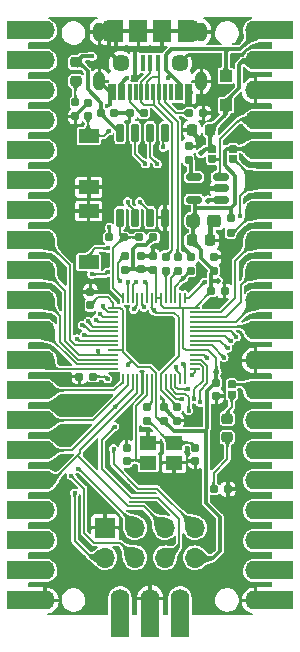
<source format=gbr>
G04 #@! TF.GenerationSoftware,KiCad,Pcbnew,(6.0.7)*
G04 #@! TF.CreationDate,2022-09-22T23:06:15+05:30*
G04 #@! TF.ProjectId,Mitayi-Pico-RP2040,4d697461-7969-42d5-9069-636f2d525032,0.4*
G04 #@! TF.SameCoordinates,PX825e060PY6d4a840*
G04 #@! TF.FileFunction,Copper,L1,Top*
G04 #@! TF.FilePolarity,Positive*
%FSLAX46Y46*%
G04 Gerber Fmt 4.6, Leading zero omitted, Abs format (unit mm)*
G04 Created by KiCad (PCBNEW (6.0.7)) date 2022-09-22 23:06:15*
%MOMM*%
%LPD*%
G01*
G04 APERTURE LIST*
G04 Aperture macros list*
%AMRoundRect*
0 Rectangle with rounded corners*
0 $1 Rounding radius*
0 $2 $3 $4 $5 $6 $7 $8 $9 X,Y pos of 4 corners*
0 Add a 4 corners polygon primitive as box body*
4,1,4,$2,$3,$4,$5,$6,$7,$8,$9,$2,$3,0*
0 Add four circle primitives for the rounded corners*
1,1,$1+$1,$2,$3*
1,1,$1+$1,$4,$5*
1,1,$1+$1,$6,$7*
1,1,$1+$1,$8,$9*
0 Add four rect primitives between the rounded corners*
20,1,$1+$1,$2,$3,$4,$5,0*
20,1,$1+$1,$4,$5,$6,$7,0*
20,1,$1+$1,$6,$7,$8,$9,0*
20,1,$1+$1,$8,$9,$2,$3,0*%
%AMFreePoly0*
4,1,13,-0.340000,0.160000,-0.327821,0.221229,-0.293137,0.273137,-0.241229,0.307821,-0.180000,0.320000,0.340000,0.320000,0.340000,-0.320000,-0.180000,-0.320000,-0.241229,-0.307821,-0.293137,-0.273137,-0.327821,-0.221229,-0.340000,-0.160000,-0.340000,0.160000,-0.340000,0.160000,$1*%
%AMFreePoly1*
4,1,13,-0.340000,0.320000,0.180000,0.320000,0.241229,0.307821,0.293137,0.273137,0.327821,0.221229,0.340000,0.160000,0.340000,-0.160000,0.327821,-0.221229,0.293137,-0.273137,0.241229,-0.307821,0.180000,-0.320000,-0.340000,-0.320000,-0.340000,0.320000,-0.340000,0.320000,$1*%
G04 Aperture macros list end*
G04 #@! TA.AperFunction,SMDPad,CuDef*
%ADD10FreePoly0,270.000000*%
G04 #@! TD*
G04 #@! TA.AperFunction,SMDPad,CuDef*
%ADD11FreePoly1,270.000000*%
G04 #@! TD*
G04 #@! TA.AperFunction,SMDPad,CuDef*
%ADD12RoundRect,0.218750X0.256250X-0.218750X0.256250X0.218750X-0.256250X0.218750X-0.256250X-0.218750X0*%
G04 #@! TD*
G04 #@! TA.AperFunction,SMDPad,CuDef*
%ADD13RoundRect,0.155000X0.155000X-0.212500X0.155000X0.212500X-0.155000X0.212500X-0.155000X-0.212500X0*%
G04 #@! TD*
G04 #@! TA.AperFunction,SMDPad,CuDef*
%ADD14RoundRect,0.225000X0.225000X0.250000X-0.225000X0.250000X-0.225000X-0.250000X0.225000X-0.250000X0*%
G04 #@! TD*
G04 #@! TA.AperFunction,SMDPad,CuDef*
%ADD15RoundRect,0.155000X0.212500X0.155000X-0.212500X0.155000X-0.212500X-0.155000X0.212500X-0.155000X0*%
G04 #@! TD*
G04 #@! TA.AperFunction,SMDPad,CuDef*
%ADD16RoundRect,0.160000X0.197500X0.160000X-0.197500X0.160000X-0.197500X-0.160000X0.197500X-0.160000X0*%
G04 #@! TD*
G04 #@! TA.AperFunction,SMDPad,CuDef*
%ADD17RoundRect,0.160000X-0.160000X0.197500X-0.160000X-0.197500X0.160000X-0.197500X0.160000X0.197500X0*%
G04 #@! TD*
G04 #@! TA.AperFunction,SMDPad,CuDef*
%ADD18RoundRect,0.155000X-0.212500X-0.155000X0.212500X-0.155000X0.212500X0.155000X-0.212500X0.155000X0*%
G04 #@! TD*
G04 #@! TA.AperFunction,SMDPad,CuDef*
%ADD19RoundRect,0.050000X-0.387500X-0.050000X0.387500X-0.050000X0.387500X0.050000X-0.387500X0.050000X0*%
G04 #@! TD*
G04 #@! TA.AperFunction,SMDPad,CuDef*
%ADD20RoundRect,0.050000X-0.050000X-0.387500X0.050000X-0.387500X0.050000X0.387500X-0.050000X0.387500X0*%
G04 #@! TD*
G04 #@! TA.AperFunction,ComponentPad*
%ADD21C,0.600000*%
G04 #@! TD*
G04 #@! TA.AperFunction,SMDPad,CuDef*
%ADD22RoundRect,0.144000X-1.456000X-1.456000X1.456000X-1.456000X1.456000X1.456000X-1.456000X1.456000X0*%
G04 #@! TD*
G04 #@! TA.AperFunction,SMDPad,CuDef*
%ADD23RoundRect,0.155000X-0.155000X0.212500X-0.155000X-0.212500X0.155000X-0.212500X0.155000X0.212500X0*%
G04 #@! TD*
G04 #@! TA.AperFunction,SMDPad,CuDef*
%ADD24RoundRect,0.150000X0.150000X-0.650000X0.150000X0.650000X-0.150000X0.650000X-0.150000X-0.650000X0*%
G04 #@! TD*
G04 #@! TA.AperFunction,ComponentPad*
%ADD25O,1.600000X1.700000*%
G04 #@! TD*
G04 #@! TA.AperFunction,ComponentPad*
%ADD26R,1.600000X3.200000*%
G04 #@! TD*
G04 #@! TA.AperFunction,SMDPad,CuDef*
%ADD27FreePoly0,90.000000*%
G04 #@! TD*
G04 #@! TA.AperFunction,SMDPad,CuDef*
%ADD28FreePoly1,90.000000*%
G04 #@! TD*
G04 #@! TA.AperFunction,SMDPad,CuDef*
%ADD29RoundRect,0.225000X-0.225000X-0.250000X0.225000X-0.250000X0.225000X0.250000X-0.225000X0.250000X0*%
G04 #@! TD*
G04 #@! TA.AperFunction,SMDPad,CuDef*
%ADD30R,0.300000X1.450000*%
G04 #@! TD*
G04 #@! TA.AperFunction,ComponentPad*
%ADD31RoundRect,0.500000X0.000000X0.300000X0.000000X0.300000X0.000000X-0.300000X0.000000X-0.300000X0*%
G04 #@! TD*
G04 #@! TA.AperFunction,SMDPad,CuDef*
%ADD32R,1.400000X1.200000*%
G04 #@! TD*
G04 #@! TA.AperFunction,SMDPad,CuDef*
%ADD33RoundRect,0.160000X0.160000X-0.197500X0.160000X0.197500X-0.160000X0.197500X-0.160000X-0.197500X0*%
G04 #@! TD*
G04 #@! TA.AperFunction,SMDPad,CuDef*
%ADD34R,1.000000X1.000000*%
G04 #@! TD*
G04 #@! TA.AperFunction,SMDPad,CuDef*
%ADD35R,0.400000X1.350000*%
G04 #@! TD*
G04 #@! TA.AperFunction,SMDPad,CuDef*
%ADD36R,1.500000X1.900000*%
G04 #@! TD*
G04 #@! TA.AperFunction,ComponentPad*
%ADD37O,1.200000X1.900000*%
G04 #@! TD*
G04 #@! TA.AperFunction,ComponentPad*
%ADD38C,1.450000*%
G04 #@! TD*
G04 #@! TA.AperFunction,SMDPad,CuDef*
%ADD39R,1.200000X1.900000*%
G04 #@! TD*
G04 #@! TA.AperFunction,SMDPad,CuDef*
%ADD40R,1.700000X1.150000*%
G04 #@! TD*
G04 #@! TA.AperFunction,ComponentPad*
%ADD41R,3.200000X1.600000*%
G04 #@! TD*
G04 #@! TA.AperFunction,ComponentPad*
%ADD42O,1.700000X1.600000*%
G04 #@! TD*
G04 #@! TA.AperFunction,SMDPad,CuDef*
%ADD43RoundRect,0.250000X-0.312500X-0.275000X0.312500X-0.275000X0.312500X0.275000X-0.312500X0.275000X0*%
G04 #@! TD*
G04 #@! TA.AperFunction,SMDPad,CuDef*
%ADD44RoundRect,0.160000X-0.197500X-0.160000X0.197500X-0.160000X0.197500X0.160000X-0.197500X0.160000X0*%
G04 #@! TD*
G04 #@! TA.AperFunction,SMDPad,CuDef*
%ADD45RoundRect,0.150000X0.512500X0.150000X-0.512500X0.150000X-0.512500X-0.150000X0.512500X-0.150000X0*%
G04 #@! TD*
G04 #@! TA.AperFunction,ComponentPad*
%ADD46R,1.700000X1.700000*%
G04 #@! TD*
G04 #@! TA.AperFunction,ComponentPad*
%ADD47O,1.700000X1.700000*%
G04 #@! TD*
G04 #@! TA.AperFunction,ViaPad*
%ADD48C,0.400000*%
G04 #@! TD*
G04 #@! TA.AperFunction,ViaPad*
%ADD49C,0.508000*%
G04 #@! TD*
G04 #@! TA.AperFunction,Conductor*
%ADD50C,0.200000*%
G04 #@! TD*
G04 #@! TA.AperFunction,Conductor*
%ADD51C,0.300000*%
G04 #@! TD*
G04 #@! TA.AperFunction,Conductor*
%ADD52C,0.400000*%
G04 #@! TD*
G04 APERTURE END LIST*
D10*
X17400000Y19730000D03*
D11*
X17400000Y18850000D03*
D12*
X17030000Y15262500D03*
X17030000Y16837500D03*
D13*
X8510000Y13212500D03*
X8510000Y14347500D03*
X5430000Y26442500D03*
X5430000Y27577500D03*
D14*
X15585000Y41290000D03*
X14035000Y41290000D03*
D15*
X4512500Y20400000D03*
X5647500Y20400000D03*
D13*
X15905000Y29362500D03*
X15905000Y30497500D03*
X5240000Y42422500D03*
X5240000Y43557500D03*
D16*
X8247500Y32170000D03*
X7052500Y32170000D03*
X17067500Y10860000D03*
X15872500Y10860000D03*
D17*
X10220000Y17817500D03*
X10220000Y16622500D03*
D18*
X15662500Y27630000D03*
X16797500Y27630000D03*
D19*
X7382500Y26230000D03*
X7382500Y25830000D03*
X7382500Y25430000D03*
X7382500Y25030000D03*
X7382500Y24630000D03*
X7382500Y24230000D03*
X7382500Y23830000D03*
X7382500Y23430000D03*
X7382500Y23030000D03*
X7382500Y22630000D03*
X7382500Y22230000D03*
X7382500Y21830000D03*
X7382500Y21430000D03*
X7382500Y21030000D03*
D20*
X8220000Y20192500D03*
X8620000Y20192500D03*
X9020000Y20192500D03*
X9420000Y20192500D03*
X9820000Y20192500D03*
X10220000Y20192500D03*
X10620000Y20192500D03*
X11020000Y20192500D03*
X11420000Y20192500D03*
X11820000Y20192500D03*
X12220000Y20192500D03*
X12620000Y20192500D03*
X13020000Y20192500D03*
X13420000Y20192500D03*
D19*
X14257500Y21030000D03*
X14257500Y21430000D03*
X14257500Y21830000D03*
X14257500Y22230000D03*
X14257500Y22630000D03*
X14257500Y23030000D03*
X14257500Y23430000D03*
X14257500Y23830000D03*
X14257500Y24230000D03*
X14257500Y24630000D03*
X14257500Y25030000D03*
X14257500Y25430000D03*
X14257500Y25830000D03*
X14257500Y26230000D03*
D20*
X13420000Y27067500D03*
X13020000Y27067500D03*
X12620000Y27067500D03*
X12220000Y27067500D03*
X11820000Y27067500D03*
X11420000Y27067500D03*
X11020000Y27067500D03*
X10620000Y27067500D03*
X10220000Y27067500D03*
X9820000Y27067500D03*
X9420000Y27067500D03*
X9020000Y27067500D03*
X8620000Y27067500D03*
X8220000Y27067500D03*
D21*
X10820000Y24905000D03*
X12095000Y24905000D03*
X10820000Y23630000D03*
X10820000Y22355000D03*
X9545000Y23630000D03*
X12095000Y23630000D03*
D22*
X10820000Y23630000D03*
D21*
X9545000Y22355000D03*
X9545000Y24905000D03*
X12095000Y22355000D03*
D17*
X11825000Y30547500D03*
X11825000Y29352500D03*
D23*
X12750000Y17797500D03*
X12750000Y16662500D03*
D24*
X7955000Y33850000D03*
X9225000Y33850000D03*
X10495000Y33850000D03*
X11765000Y33850000D03*
X11765000Y41050000D03*
X10495000Y41050000D03*
X9225000Y41050000D03*
X7955000Y41050000D03*
D13*
X10720000Y29457500D03*
X10720000Y30592500D03*
D16*
X10777500Y32170000D03*
X9582500Y32170000D03*
D13*
X13930000Y29372500D03*
X13930000Y30507500D03*
D18*
X7477500Y42700000D03*
X6342500Y42700000D03*
D25*
X7950000Y1600000D03*
D26*
X7950000Y-10000D03*
D25*
X10490000Y1600000D03*
D26*
X10490000Y-10000D03*
D25*
X13030000Y1600000D03*
D26*
X13030000Y-10000D03*
D27*
X17500000Y38810000D03*
D28*
X17500000Y39690000D03*
D17*
X17300000Y33787500D03*
X17300000Y32592500D03*
D13*
X11630000Y16652500D03*
X11630000Y17787500D03*
D23*
X16100000Y19877500D03*
X16100000Y18742500D03*
D29*
X14015000Y31920000D03*
X15565000Y31920000D03*
D30*
X13910000Y44470000D03*
X13110000Y44470000D03*
X11760000Y44470000D03*
X10760000Y44470000D03*
X10260000Y44470000D03*
X9260000Y44470000D03*
X7910000Y44470000D03*
X7110000Y44470000D03*
X7410000Y44470000D03*
X8210000Y44470000D03*
X8760000Y44470000D03*
X9760000Y44470000D03*
X11260000Y44470000D03*
X12260000Y44470000D03*
X12810000Y44470000D03*
X13610000Y44470000D03*
D31*
X14830000Y45390000D03*
X6190000Y45390000D03*
X14830000Y49570000D03*
X6190000Y49570000D03*
D13*
X13760000Y39887500D03*
X13760000Y38752500D03*
D11*
X15750000Y38810000D03*
D10*
X15750000Y39690000D03*
D16*
X9947500Y42700000D03*
X8752500Y42700000D03*
D32*
X10330000Y13100000D03*
X12530000Y13100000D03*
X12530000Y14800000D03*
X10330000Y14800000D03*
D33*
X4170000Y42422500D03*
X4170000Y43617500D03*
D34*
X16900000Y43350000D03*
X16900000Y45850000D03*
D12*
X4200000Y45412500D03*
X4200000Y46987500D03*
D35*
X11810000Y46937500D03*
X11160000Y46937500D03*
X10510000Y46937500D03*
X9860000Y46937500D03*
X9210000Y46937500D03*
D36*
X11510000Y49637500D03*
D37*
X7010000Y49637500D03*
D38*
X13010000Y46937500D03*
D39*
X13410000Y49637500D03*
D38*
X8010000Y46937500D03*
D37*
X14010000Y49637500D03*
D39*
X7610000Y49637500D03*
D36*
X9510000Y49637500D03*
D40*
X5300000Y40775000D03*
X5300000Y36425000D03*
D23*
X14330000Y14377500D03*
X14330000Y13242500D03*
D13*
X9720000Y29462500D03*
X9720000Y30597500D03*
D17*
X12825000Y30547500D03*
X12825000Y29352500D03*
D41*
X-10000Y49700000D03*
D42*
X1600000Y49700000D03*
D41*
X-10000Y47160000D03*
D42*
X1600000Y47160000D03*
D41*
X-10000Y44620000D03*
D42*
X1600000Y44620000D03*
D41*
X-10000Y42080000D03*
D42*
X1600000Y42080000D03*
X1600000Y39540000D03*
D41*
X-10000Y39540000D03*
D42*
X1600000Y37000000D03*
D41*
X-10000Y37000000D03*
X-10000Y34460000D03*
D42*
X1600000Y34460000D03*
D41*
X-10000Y31920000D03*
D42*
X1600000Y31920000D03*
X1600000Y29380000D03*
D41*
X-10000Y29380000D03*
X-10000Y26840000D03*
D42*
X1600000Y26840000D03*
D41*
X-10000Y24300000D03*
D42*
X1600000Y24300000D03*
D41*
X-10000Y21760000D03*
D42*
X1600000Y21760000D03*
D41*
X-10000Y19220000D03*
D42*
X1600000Y19220000D03*
D41*
X-10000Y16680000D03*
D42*
X1600000Y16680000D03*
D41*
X-10000Y14140000D03*
D42*
X1600000Y14140000D03*
D41*
X-10000Y11600000D03*
D42*
X1600000Y11600000D03*
X1600000Y9060000D03*
D41*
X-10000Y9060000D03*
X-10000Y6520000D03*
D42*
X1600000Y6520000D03*
D41*
X-10000Y3980000D03*
D42*
X1600000Y3980000D03*
D41*
X-10000Y1440000D03*
D42*
X1600000Y1440000D03*
D43*
X14147500Y33600000D03*
X15922500Y33600000D03*
D44*
X13802500Y42700000D03*
X14997500Y42700000D03*
D45*
X16487500Y35380000D03*
X16487500Y36330000D03*
X16487500Y37280000D03*
X14212500Y37280000D03*
X14212500Y35380000D03*
D17*
X8330000Y30627500D03*
X8330000Y29432500D03*
D40*
X5285000Y30060000D03*
X5285000Y34410000D03*
D46*
X6675000Y7600000D03*
D47*
X6675000Y5060000D03*
X9215000Y7600000D03*
X9215000Y5060000D03*
X11755000Y7600000D03*
X11755000Y5060000D03*
X14295000Y7600000D03*
X14295000Y5060000D03*
D41*
X21010000Y49700000D03*
D42*
X19400000Y49700000D03*
D41*
X21010000Y47160000D03*
D42*
X19400000Y47160000D03*
D41*
X21010000Y44620000D03*
D42*
X19400000Y44620000D03*
X19400000Y42080000D03*
D41*
X21010000Y42080000D03*
D42*
X19400000Y39540000D03*
D41*
X21010000Y39540000D03*
X21010000Y37000000D03*
D42*
X19400000Y37000000D03*
D41*
X21010000Y34460000D03*
D42*
X19400000Y34460000D03*
X19400000Y31920000D03*
D41*
X21010000Y31920000D03*
X21010000Y29380000D03*
D42*
X19400000Y29380000D03*
D41*
X21010000Y26840000D03*
D42*
X19400000Y26840000D03*
D41*
X21010000Y24300000D03*
D42*
X19400000Y24300000D03*
D41*
X21010000Y21760000D03*
D42*
X19400000Y21760000D03*
X19400000Y19220000D03*
D41*
X21010000Y19220000D03*
D42*
X19400000Y16680000D03*
D41*
X21010000Y16680000D03*
X21010000Y14140000D03*
D42*
X19400000Y14140000D03*
X19400000Y11600000D03*
D41*
X21010000Y11600000D03*
X21010000Y9060000D03*
D42*
X19400000Y9060000D03*
X19400000Y6520000D03*
D41*
X21010000Y6520000D03*
X21010000Y3980000D03*
D42*
X19400000Y3980000D03*
D41*
X21010000Y1440000D03*
D42*
X19400000Y1440000D03*
D48*
X13950000Y28300000D03*
D49*
X16200000Y28500000D03*
X16100000Y20800000D03*
D48*
X15000000Y38300000D03*
X13400000Y36300000D03*
X14500000Y38300000D03*
D49*
X14800000Y39300000D03*
X15400000Y35300000D03*
D48*
X14900000Y36300000D03*
X14400000Y36300000D03*
X8600000Y21400000D03*
X6900000Y20200000D03*
X9000000Y10700000D03*
X8600000Y11100000D03*
X12156250Y17256250D03*
X6900000Y28300000D03*
X11800000Y32300000D03*
X11800000Y36600000D03*
X11800000Y39000000D03*
X8200000Y37100000D03*
X8200000Y37800000D03*
X8200000Y38500000D03*
X3000000Y44500000D03*
X4200000Y38300000D03*
X3100000Y36600000D03*
X3100000Y34400000D03*
X18600000Y43300000D03*
X18600000Y40900000D03*
X14800000Y40300000D03*
X13900000Y36300000D03*
X17000000Y30900000D03*
X15700000Y26800000D03*
X18600000Y23100000D03*
X18600000Y18000000D03*
X18500000Y15400000D03*
X16100000Y13300000D03*
X18500000Y10300000D03*
X18900000Y5200000D03*
X6700000Y18600000D03*
X2600000Y8100000D03*
X2600000Y10300000D03*
X2600000Y13000000D03*
X2600000Y15200000D03*
X2600000Y17900000D03*
X2600000Y20400000D03*
X2500000Y5300000D03*
X10200000Y6300000D03*
X13700000Y6300000D03*
X13900000Y9400000D03*
X12300000Y10900000D03*
X9800000Y11700000D03*
X8500000Y15400000D03*
X18300000Y2800000D03*
X15300000Y900000D03*
X15300000Y1800000D03*
X15300000Y2700000D03*
X5600000Y900000D03*
X5600000Y1800000D03*
X5600000Y2700000D03*
X18100000Y34000000D03*
X15100000Y28400000D03*
X7000000Y41200000D03*
X13711781Y19317906D03*
X3800000Y12000000D03*
X4100000Y10550000D03*
X7550000Y17850000D03*
X7500000Y16150000D03*
X4400000Y12600000D03*
X6100000Y22530500D03*
X7400000Y14300000D03*
X7050000Y33050000D03*
X5550500Y29050000D03*
X6900500Y29250000D03*
X6900500Y31250000D03*
X7950000Y28500000D03*
X17800000Y23750000D03*
X17300000Y23400000D03*
X17050500Y22800000D03*
X16750500Y22000000D03*
X15300000Y22000000D03*
X14700000Y18200000D03*
X14200000Y18500000D03*
X14000000Y20500000D03*
X13185709Y18492899D03*
X13750500Y17500000D03*
X12700000Y21200000D03*
X13300000Y21500000D03*
X6500000Y26400000D03*
X6250000Y25700000D03*
X5900000Y25200000D03*
X5260287Y25060287D03*
X4750000Y24750000D03*
X4934529Y23929500D03*
X4297924Y23598424D03*
X11600000Y39800000D03*
X9100000Y26100000D03*
X11100000Y38400000D03*
X9986439Y26269688D03*
X9600500Y35200000D03*
X9300000Y28400000D03*
X10100000Y38400000D03*
X10100000Y28400000D03*
X8600000Y35200000D03*
X8600000Y28400000D03*
X13300000Y28700000D03*
X10800000Y26000000D03*
X5600000Y47500000D03*
X12000000Y45700000D03*
X8500000Y45700000D03*
D50*
X15750000Y38810000D02*
X16310000Y38810000D01*
X16400000Y38900000D02*
X16400000Y37367500D01*
X16310000Y38810000D02*
X16400000Y38900000D01*
X16400000Y40500000D02*
X16400000Y38900000D01*
X16400000Y37367500D02*
X16487500Y37280000D01*
X17980000Y42080000D02*
X16400000Y40500000D01*
X19400000Y42080000D02*
X17980000Y42080000D01*
X7750000Y28700000D02*
X7750000Y30047500D01*
X7750000Y30047500D02*
X8330000Y30627500D01*
X7950000Y28500000D02*
X7750000Y28700000D01*
X7965000Y6310000D02*
X9215000Y5060000D01*
X5765000Y6310000D02*
X7965000Y6310000D01*
X4900000Y7175000D02*
X5765000Y6310000D01*
X4900000Y10900000D02*
X4900000Y7175000D01*
X3800000Y12000000D02*
X4900000Y10900000D01*
X8600000Y21400000D02*
X8925000Y21725000D01*
X8925000Y21725000D02*
X9450000Y21200000D01*
X8170000Y22480000D02*
X8925000Y21725000D01*
X10500000Y21200000D02*
X11020000Y20680000D01*
X11020000Y20680000D02*
X11020000Y20192500D01*
X8170000Y22630000D02*
X8170000Y22480000D01*
X9450000Y21200000D02*
X10500000Y21200000D01*
X13300000Y28700000D02*
X13300000Y28742500D01*
X13300000Y28742500D02*
X13930000Y29372500D01*
X13300000Y28700000D02*
X12620000Y28020000D01*
X12620000Y28020000D02*
X12620000Y27067500D01*
D51*
X16200000Y28500000D02*
X15700000Y28500000D01*
X15662500Y29120000D02*
X15662500Y28537500D01*
X15700000Y28500000D02*
X15662500Y28537500D01*
X15662500Y28537500D02*
X15662500Y27630000D01*
X16100000Y20800000D02*
X16100000Y19877500D01*
D50*
X15070000Y22230000D02*
X14257500Y22230000D01*
X15300000Y22000000D02*
X15070000Y22230000D01*
X15720500Y23030000D02*
X14257500Y23030000D01*
X16750500Y22000000D02*
X15720500Y23030000D01*
X16420500Y23430000D02*
X14257500Y23430000D01*
X17050500Y22800000D02*
X16420500Y23430000D01*
X17300000Y23400000D02*
X16870000Y23830000D01*
X16870000Y23830000D02*
X14257500Y23830000D01*
X11000000Y25800000D02*
X10800000Y26000000D01*
X12900000Y25400000D02*
X12500000Y25800000D01*
X11420000Y20654264D02*
X12900000Y22134264D01*
X12900000Y22134264D02*
X12900000Y25400000D01*
X11420000Y20192500D02*
X11420000Y20654264D01*
X12500000Y25800000D02*
X11000000Y25800000D01*
X13300000Y22850000D02*
X13300000Y26100000D01*
X13520000Y22630000D02*
X13300000Y22850000D01*
X14257500Y22630000D02*
X13520000Y22630000D01*
X13300000Y26100000D02*
X13170000Y26230000D01*
D52*
X16487500Y36330000D02*
X14930000Y36330000D01*
X14930000Y36330000D02*
X14900000Y36300000D01*
D51*
X14800000Y39300000D02*
X15190000Y39690000D01*
X15190000Y39690000D02*
X15750000Y39690000D01*
X15400000Y35300000D02*
X15480000Y35380000D01*
X15480000Y35380000D02*
X16487500Y35380000D01*
X16990000Y39690000D02*
X17500000Y39690000D01*
X16800000Y39500000D02*
X16990000Y39690000D01*
X17700000Y37366396D02*
X16800000Y38266396D01*
X17337500Y34637500D02*
X17700000Y35000000D01*
X17700000Y35000000D02*
X17700000Y37366396D01*
X16800000Y38266396D02*
X16800000Y39500000D01*
X14212500Y35380000D02*
X14312500Y35280000D01*
X13950000Y38562500D02*
X13760000Y38752500D01*
X13950000Y37542500D02*
X13950000Y38562500D01*
X14212500Y37280000D02*
X13950000Y37542500D01*
X14312500Y35280000D02*
X14312500Y34637500D01*
D50*
X6700000Y20400000D02*
X6900000Y20200000D01*
X5647500Y20400000D02*
X6700000Y20400000D01*
X14295000Y7705000D02*
X14295000Y7600000D01*
X9500000Y10900000D02*
X11100000Y10900000D01*
X7400000Y13000000D02*
X9500000Y10900000D01*
X7400000Y14300000D02*
X7400000Y13000000D01*
X11100000Y10900000D02*
X14295000Y7705000D01*
D51*
X12156250Y17256250D02*
X12750000Y16662500D01*
X11630000Y17782500D02*
X12156250Y17256250D01*
X15100000Y15800000D02*
X15200000Y15900000D01*
D50*
X11020000Y20192500D02*
X11020000Y16980000D01*
D51*
X11630000Y16652500D02*
X12482500Y15800000D01*
D50*
X11020000Y16980000D02*
X11347500Y16652500D01*
X11347500Y16652500D02*
X11630000Y16652500D01*
D51*
X11630000Y17787500D02*
X11630000Y17782500D01*
X12482500Y15800000D02*
X15100000Y15800000D01*
D50*
X11820000Y19327704D02*
X11820000Y20192500D01*
X12654805Y18492899D02*
X11820000Y19327704D01*
X13185709Y18492899D02*
X12654805Y18492899D01*
X9820000Y18920000D02*
X8500000Y17600000D01*
X9820000Y20192500D02*
X9820000Y18920000D01*
X8500000Y17600000D02*
X8500000Y15400000D01*
X9300000Y17900000D02*
X10220000Y18820000D01*
X10220000Y18820000D02*
X10220000Y20192500D01*
X9300000Y13400000D02*
X9300000Y17900000D01*
X9200000Y13300000D02*
X9300000Y13400000D01*
X4567659Y14167659D02*
X4567659Y13882341D01*
X9420000Y19020000D02*
X4567659Y14167659D01*
X9420000Y20192500D02*
X9420000Y19020000D01*
X6900000Y27100000D02*
X6087500Y27100000D01*
X6087500Y27100000D02*
X5430000Y26442500D01*
X7382500Y26617500D02*
X6900000Y27100000D01*
X7382500Y26230000D02*
X7382500Y26617500D01*
D51*
X10107500Y31500000D02*
X10777500Y32170000D01*
X9400000Y31500000D02*
X10107500Y31500000D01*
X9062500Y29462500D02*
X9062500Y31162500D01*
X9062500Y29462500D02*
X8360000Y29462500D01*
X9062500Y31162500D02*
X9400000Y31500000D01*
X9720000Y29462500D02*
X9062500Y29462500D01*
X8360000Y29462500D02*
X8330000Y29432500D01*
X10715000Y29462500D02*
X10720000Y29457500D01*
X9720000Y29462500D02*
X10715000Y29462500D01*
D50*
X11020000Y29157500D02*
X10720000Y29457500D01*
X11020000Y27067500D02*
X11020000Y29157500D01*
X11820000Y29347500D02*
X11825000Y29352500D01*
X11820000Y27067500D02*
X11820000Y29347500D01*
X12374999Y31097499D02*
X11825000Y30547500D01*
X10785000Y43415000D02*
X12374999Y41825001D01*
X12374999Y41825001D02*
X12374999Y31097499D01*
D51*
X7110000Y44470000D02*
X6190000Y45390000D01*
X7410000Y44470000D02*
X7110000Y44470000D01*
X4170000Y42487500D02*
X5240000Y43557500D01*
X4170000Y42422500D02*
X4170000Y42487500D01*
D52*
X14035000Y41065000D02*
X14800000Y40300000D01*
X14035000Y41290000D02*
X14035000Y41065000D01*
X15565000Y33242500D02*
X15922500Y33600000D01*
X15565000Y31920000D02*
X15565000Y33242500D01*
D51*
X13930000Y30507500D02*
X13930000Y30670000D01*
X13930000Y30670000D02*
X13300000Y31300000D01*
D50*
X16100000Y21957744D02*
X16100000Y20800000D01*
D51*
X15977500Y19877500D02*
X16100000Y19877500D01*
D50*
X14257500Y22630000D02*
X15427744Y22630000D01*
D51*
X15300000Y19200000D02*
X15977500Y19877500D01*
X15300000Y16000000D02*
X15300000Y19200000D01*
D50*
X15427744Y22630000D02*
X16100000Y21957744D01*
D51*
X15200000Y15900000D02*
X15300000Y16000000D01*
D50*
X14814238Y21830000D02*
X14257500Y21830000D01*
X15344238Y21300000D02*
X14814238Y21830000D01*
X14700000Y19200000D02*
X15344238Y19844238D01*
X15344238Y19844238D02*
X15344238Y21300000D01*
X14700000Y18200000D02*
X14700000Y19200000D01*
X14945000Y21204264D02*
X14719264Y21430000D01*
X14945000Y20045000D02*
X14945000Y21204264D01*
X14719264Y21430000D02*
X14257500Y21430000D01*
X14200000Y19300000D02*
X14945000Y20045000D01*
X14200000Y18500000D02*
X14200000Y19300000D01*
X18100000Y35700000D02*
X19400000Y37000000D01*
X18100000Y34000000D02*
X18100000Y35700000D01*
X17532500Y32592500D02*
X19400000Y34460000D01*
X17300000Y32592500D02*
X17532500Y32592500D01*
D51*
X17337500Y33825000D02*
X17300000Y33787500D01*
X17337500Y34637500D02*
X17337500Y33825000D01*
D50*
X14257500Y20757500D02*
X14257500Y21030000D01*
X14000000Y20500000D02*
X14257500Y20757500D01*
X15100000Y28400000D02*
X13767500Y27067500D01*
X13767500Y27067500D02*
X13420000Y27067500D01*
X6575000Y40775000D02*
X7000000Y41200000D01*
X5300000Y40775000D02*
X6575000Y40775000D01*
X12819746Y19317906D02*
X13711781Y19317906D01*
X12620000Y19517652D02*
X12819746Y19317906D01*
X12620000Y20192500D02*
X12620000Y19517652D01*
X12220000Y19422678D02*
X12220000Y20192500D01*
X13464708Y18942399D02*
X12700279Y18942399D01*
X13750500Y18656607D02*
X13464708Y18942399D01*
X13750500Y17500000D02*
X13750500Y18656607D01*
X12700279Y18942399D02*
X12220000Y19422678D01*
X9215000Y7835000D02*
X9215000Y7600000D01*
X4450000Y12600000D02*
X9215000Y7835000D01*
X4400000Y12600000D02*
X4450000Y12600000D01*
X4400000Y13650000D02*
X8650000Y9400000D01*
X4400000Y13714682D02*
X4400000Y13650000D01*
X4567659Y13882341D02*
X4400000Y13714682D01*
X8650000Y9400000D02*
X9955000Y9400000D01*
X9955000Y9400000D02*
X11755000Y7600000D01*
X12950000Y8350000D02*
X12950000Y6255000D01*
X8850000Y10150000D02*
X11150000Y10150000D01*
X11150000Y10150000D02*
X12950000Y8350000D01*
X6400000Y12600000D02*
X8850000Y10150000D01*
X12950000Y6255000D02*
X11755000Y5060000D01*
X7500000Y16150000D02*
X6400000Y15050000D01*
X6400000Y15050000D02*
X6400000Y12600000D01*
X4100000Y6500000D02*
X5540000Y5060000D01*
X5540000Y5060000D02*
X6675000Y5060000D01*
X4100000Y10550000D02*
X4100000Y6500000D01*
X4567659Y13882341D02*
X2285319Y11600000D01*
X2285319Y11600000D02*
X1600000Y11600000D01*
X4864174Y24750000D02*
X5384174Y24230000D01*
X5384174Y24230000D02*
X7382500Y24230000D01*
X4750000Y24750000D02*
X4864174Y24750000D01*
X6250000Y25700000D02*
X6520000Y25430000D01*
X6520000Y25430000D02*
X7382500Y25430000D01*
X6920736Y25830000D02*
X7382500Y25830000D01*
X6500000Y26250736D02*
X6920736Y25830000D01*
X6500000Y26400000D02*
X6500000Y26250736D01*
X6070000Y25030000D02*
X7382500Y25030000D01*
X5900000Y25200000D02*
X6070000Y25030000D01*
X5550500Y29050000D02*
X6700500Y29050000D01*
X6700500Y29050000D02*
X6900500Y29250000D01*
X5285000Y30685000D02*
X5285000Y30060000D01*
X6900500Y31250000D02*
X5850000Y31250000D01*
X5850000Y31250000D02*
X5285000Y30685000D01*
X7350000Y31272500D02*
X8247500Y32170000D01*
X7350000Y27900000D02*
X7350000Y31272500D01*
X8182500Y27067500D02*
X7350000Y27900000D01*
X8220000Y27067500D02*
X8182500Y27067500D01*
X7550000Y17850000D02*
X7750000Y18050000D01*
X7750000Y18050000D02*
X3840000Y14140000D01*
X9020000Y19320000D02*
X7750000Y18050000D01*
X8620000Y19670000D02*
X5630000Y16680000D01*
X5630000Y16680000D02*
X1600000Y16680000D01*
X8620000Y20192500D02*
X8620000Y19670000D01*
X6120000Y22510500D02*
X6120000Y22230000D01*
X6100000Y22530500D02*
X6120000Y22510500D01*
X6120000Y22230000D02*
X4464974Y22230000D01*
X7382500Y22230000D02*
X6120000Y22230000D01*
D51*
X15905000Y29362500D02*
X15662500Y29120000D01*
D50*
X14257500Y26230000D02*
X15657500Y27630000D01*
X15657500Y27630000D02*
X15662500Y27630000D01*
X19400000Y26700000D02*
X19400000Y26840000D01*
X17730000Y25030000D02*
X19400000Y26700000D01*
X14257500Y25030000D02*
X17730000Y25030000D01*
X19070000Y24630000D02*
X19400000Y24300000D01*
X14257500Y24630000D02*
X19070000Y24630000D01*
X17320000Y24230000D02*
X14257500Y24230000D01*
X17800000Y23750000D02*
X17320000Y24230000D01*
X8220000Y19970000D02*
X7470000Y19220000D01*
X7470000Y19220000D02*
X1600000Y19220000D01*
X8220000Y20192500D02*
X8220000Y19970000D01*
X7050000Y33050000D02*
X7052500Y33047500D01*
X7052500Y33047500D02*
X7052500Y32170000D01*
X7950000Y33845000D02*
X7955000Y33850000D01*
X7950000Y32467500D02*
X7950000Y33845000D01*
X8247500Y32170000D02*
X7950000Y32467500D01*
X8247500Y32170000D02*
X9582500Y32170000D01*
X17700000Y30220000D02*
X19400000Y31920000D01*
X17700000Y27050000D02*
X17700000Y30220000D01*
X16480000Y25830000D02*
X17700000Y27050000D01*
X14257500Y25830000D02*
X16480000Y25830000D01*
X18150000Y28130000D02*
X19400000Y29380000D01*
X18150000Y26697056D02*
X18150000Y28130000D01*
X16882944Y25430000D02*
X18150000Y26697056D01*
X14257500Y25430000D02*
X16882944Y25430000D01*
X13070000Y26230000D02*
X13170000Y26230000D01*
X13170000Y26230000D02*
X14257500Y26230000D01*
X12700000Y20974264D02*
X13020000Y20654264D01*
X12700000Y21200000D02*
X12700000Y20974264D01*
X13020000Y20654264D02*
X13020000Y20192500D01*
X13300000Y21500000D02*
X13420000Y21380000D01*
X13420000Y21380000D02*
X13420000Y20192500D01*
X12750000Y17902730D02*
X11420000Y19232730D01*
X11420000Y19232730D02*
X11420000Y20192500D01*
X12750000Y17797500D02*
X12750000Y17902730D01*
D51*
X15200000Y11300000D02*
X15200000Y15900000D01*
X15215000Y9685000D02*
X15215000Y11285000D01*
X15215000Y11285000D02*
X15200000Y11300000D01*
X16400000Y5600000D02*
X16400000Y8500000D01*
X16400000Y8500000D02*
X15215000Y9685000D01*
X15860000Y5060000D02*
X16400000Y5600000D01*
X14295000Y5060000D02*
X15860000Y5060000D01*
D50*
X13907500Y14800000D02*
X14330000Y14377500D01*
X12530000Y14800000D02*
X13907500Y14800000D01*
X10377500Y16622500D02*
X10220000Y16622500D01*
X10130000Y13300000D02*
X9200000Y13300000D01*
X12530000Y14800000D02*
X12200000Y14800000D01*
X10330000Y13100000D02*
X10130000Y13300000D01*
X12200000Y14800000D02*
X10377500Y16622500D01*
X10620000Y18217500D02*
X10620000Y20192500D01*
X10220000Y17817500D02*
X10620000Y18217500D01*
X9020000Y20192500D02*
X9020000Y19320000D01*
X3840000Y14140000D02*
X1600000Y14140000D01*
X5690574Y24630000D02*
X7382500Y24630000D01*
X5260287Y25060287D02*
X5690574Y24630000D01*
X5034029Y23830000D02*
X7382500Y23830000D01*
X4934529Y23929500D02*
X5034029Y23830000D01*
X4466348Y23430000D02*
X7382500Y23430000D01*
X4297924Y23598424D02*
X4466348Y23430000D01*
X3700000Y29820000D02*
X1600000Y31920000D01*
X3700000Y23489948D02*
X3700000Y29820000D01*
X4159948Y23030000D02*
X3700000Y23489948D01*
X7382500Y23030000D02*
X4159948Y23030000D01*
X3300000Y27680000D02*
X1600000Y29380000D01*
X4464974Y22230000D02*
X3300000Y23394974D01*
X3300000Y23394974D02*
X3300000Y27680000D01*
X2900000Y25540000D02*
X1600000Y26840000D01*
X4370000Y21830000D02*
X2900000Y23300000D01*
X2900000Y23300000D02*
X2900000Y25540000D01*
X7382500Y21830000D02*
X4370000Y21830000D01*
X1600000Y24100000D02*
X1600000Y24300000D01*
X4270000Y21430000D02*
X1600000Y24100000D01*
X7382500Y21430000D02*
X4270000Y21430000D01*
X2330000Y21030000D02*
X1600000Y21760000D01*
X7382500Y21030000D02*
X2330000Y21030000D01*
X8170000Y26030000D02*
X7970000Y26230000D01*
X8170000Y22630000D02*
X8170000Y26030000D01*
X7970000Y26230000D02*
X7382500Y26230000D01*
X8170000Y22630000D02*
X7382500Y22630000D01*
D51*
X14312500Y34637500D02*
X17337500Y34637500D01*
D50*
X11260000Y46837500D02*
X11260000Y45740000D01*
X11160000Y46937500D02*
X11260000Y46837500D01*
X10655000Y45740000D02*
X11260000Y45740000D01*
X10260000Y45345000D02*
X10655000Y45740000D01*
X10260000Y44470000D02*
X10260000Y45345000D01*
X11260000Y45740000D02*
X11260000Y44470000D01*
X9760000Y45360000D02*
X9760000Y44470000D01*
X10510000Y46110000D02*
X9760000Y45360000D01*
X10510000Y46937500D02*
X10510000Y46110000D01*
X9760000Y43640000D02*
X9985000Y43415000D01*
X9985000Y43415000D02*
X10785000Y43415000D01*
X9760000Y44470000D02*
X9760000Y43640000D01*
X4170000Y45382500D02*
X4200000Y45412500D01*
X4170000Y43617500D02*
X4170000Y45382500D01*
X5240000Y40835000D02*
X5300000Y40775000D01*
X5240000Y42422500D02*
X5240000Y40835000D01*
X9700000Y42700000D02*
X9947500Y42700000D01*
X8760000Y43640000D02*
X9700000Y42700000D01*
X8760000Y44470000D02*
X8760000Y43640000D01*
D51*
X5200000Y44700000D02*
X6342500Y43557500D01*
X4512500Y46987500D02*
X5200000Y46300000D01*
X5200000Y46300000D02*
X5200000Y44700000D01*
X6342500Y43557500D02*
X6342500Y42700000D01*
X4200000Y46987500D02*
X4512500Y46987500D01*
X6342500Y42662500D02*
X7955000Y41050000D01*
X6342500Y42700000D02*
X6342500Y42662500D01*
X14800000Y31135000D02*
X14800000Y30467500D01*
X14800000Y30467500D02*
X15905000Y29362500D01*
X14147500Y32052500D02*
X14015000Y31920000D01*
X14015000Y31920000D02*
X14800000Y31135000D01*
X14147500Y33600000D02*
X14147500Y32052500D01*
X14312500Y33765000D02*
X14147500Y33600000D01*
X14312500Y34637500D02*
X14312500Y33765000D01*
X18000000Y46800000D02*
X18360000Y47160000D01*
X18360000Y47160000D02*
X19400000Y47160000D01*
X18000000Y44800000D02*
X18000000Y46800000D01*
X16900000Y43700000D02*
X18000000Y44800000D01*
X16900000Y43350000D02*
X16900000Y43700000D01*
X15585000Y39855000D02*
X15585000Y41290000D01*
X15750000Y39690000D02*
X15585000Y39855000D01*
X16900000Y45850000D02*
X16900000Y47900000D01*
X15585000Y41290000D02*
X16900000Y42605000D01*
X16900000Y42605000D02*
X16900000Y43350000D01*
X16900000Y47900000D02*
X17100000Y48100000D01*
X19250000Y39690000D02*
X19400000Y39540000D01*
X17500000Y39690000D02*
X19250000Y39690000D01*
D50*
X17590000Y38810000D02*
X19400000Y37000000D01*
X17500000Y38810000D02*
X17590000Y38810000D01*
X18890000Y19730000D02*
X17400000Y19730000D01*
X19400000Y19220000D02*
X18890000Y19730000D01*
X17400000Y17800000D02*
X17400000Y18850000D01*
X17030000Y17430000D02*
X17400000Y17800000D01*
X17030000Y16837500D02*
X17030000Y17430000D01*
X17030000Y13430000D02*
X17030000Y15262500D01*
X15872500Y12272500D02*
X17030000Y13430000D01*
X15872500Y10860000D02*
X15872500Y12272500D01*
X9225000Y34375000D02*
X9225000Y33850000D01*
X8600000Y35000000D02*
X9225000Y34375000D01*
X8600000Y35200000D02*
X8600000Y35000000D01*
X10495000Y34305000D02*
X10495000Y33850000D01*
X9600500Y35200000D02*
X9600500Y35199500D01*
X9600500Y35199500D02*
X10495000Y34305000D01*
X10100000Y38400000D02*
X9225000Y39275000D01*
X9225000Y39275000D02*
X9225000Y41050000D01*
X10495000Y39005000D02*
X10495000Y41050000D01*
X11100000Y38400000D02*
X10495000Y39005000D01*
X11600000Y40885000D02*
X11765000Y41050000D01*
X11600000Y39800000D02*
X11600000Y40885000D01*
X8620000Y28380000D02*
X8620000Y27067500D01*
X8600000Y28400000D02*
X8620000Y28380000D01*
X9020000Y28120000D02*
X9020000Y27067500D01*
X9300000Y28400000D02*
X9020000Y28120000D01*
X10170000Y28330000D02*
X10170000Y28235025D01*
X10220000Y28185025D02*
X10220000Y27067500D01*
X10100000Y28400000D02*
X10170000Y28330000D01*
X10170000Y28235025D02*
X10220000Y28185025D01*
X9420000Y26420000D02*
X9100000Y26100000D01*
X9420000Y27067500D02*
X9420000Y26420000D01*
X9820000Y26436127D02*
X9986439Y26269688D01*
X9820000Y27067500D02*
X9820000Y26436127D01*
X10620000Y26180000D02*
X10800000Y26000000D01*
X10620000Y27067500D02*
X10620000Y26180000D01*
X12220000Y28747500D02*
X12825000Y29352500D01*
X12220000Y27067500D02*
X12220000Y28747500D01*
X9200000Y13300000D02*
X8597500Y13300000D01*
X8597500Y13300000D02*
X8510000Y13212500D01*
X11670000Y26230000D02*
X13070000Y26230000D01*
X11420000Y26480000D02*
X11670000Y26230000D01*
X11420000Y27067500D02*
X11420000Y26480000D01*
X11260000Y43540000D02*
X12825000Y41975000D01*
X12825000Y41975000D02*
X12825000Y30547500D01*
X11260000Y44470000D02*
X11260000Y43540000D01*
X11760000Y43640000D02*
X11760000Y44470000D01*
X12700000Y42700000D02*
X11760000Y43640000D01*
X13802500Y42700000D02*
X12700000Y42700000D01*
X10785000Y43870000D02*
X10785000Y43415000D01*
X10760000Y43895000D02*
X10785000Y43870000D01*
X10760000Y44470000D02*
X10760000Y43895000D01*
X13020000Y26280000D02*
X13070000Y26230000D01*
X13020000Y27067500D02*
X13020000Y26280000D01*
X11020000Y27067500D02*
X11420000Y27067500D01*
D51*
X5600000Y47500000D02*
X4712500Y47500000D01*
X4712500Y47500000D02*
X4200000Y46987500D01*
X12300000Y48100000D02*
X17100000Y48100000D01*
X11810000Y47610000D02*
X12300000Y48100000D01*
X11810000Y46937500D02*
X11810000Y47610000D01*
X17100000Y48100000D02*
X18100000Y48100000D01*
X18100000Y48100000D02*
X19400000Y49400000D01*
X19400000Y49400000D02*
X19400000Y49700000D01*
X12300000Y45900000D02*
X12350000Y45850000D01*
X12200000Y45900000D02*
X12300000Y45900000D01*
X12000000Y45700000D02*
X12200000Y45900000D01*
X13110000Y45090000D02*
X12350000Y45850000D01*
X12350000Y45850000D02*
X11810000Y46390000D01*
X7910000Y45110000D02*
X8500000Y45700000D01*
X7910000Y44470000D02*
X7910000Y45110000D01*
X11810000Y46390000D02*
X11810000Y46937500D01*
X13110000Y44470000D02*
X13110000Y45090000D01*
G04 #@! TA.AperFunction,Conductor*
G36*
X15897140Y39093465D02*
G01*
X15936875Y39069936D01*
X15938122Y39069085D01*
X15981099Y39035470D01*
X15981760Y39034913D01*
X16022098Y38998255D01*
X16022249Y38998114D01*
X16060627Y38961770D01*
X16081211Y38943699D01*
X16096927Y38929902D01*
X16097749Y38929180D01*
X16134466Y38903668D01*
X16171706Y38888477D01*
X16210398Y38886852D01*
X16228503Y38893546D01*
X16250602Y38901716D01*
X16250604Y38901717D01*
X16251472Y38902038D01*
X16287688Y38930792D01*
X16296297Y38933253D01*
X16303235Y38929902D01*
X16428395Y38804742D01*
X16431822Y38796469D01*
X16427786Y38787629D01*
X16385621Y38751075D01*
X16384121Y38749970D01*
X16335963Y38720119D01*
X16334278Y38719255D01*
X16288289Y38700196D01*
X16286782Y38699689D01*
X16242124Y38687960D01*
X16241172Y38687752D01*
X16197092Y38680024D01*
X16196927Y38679996D01*
X16186804Y38678370D01*
X16153109Y38672959D01*
X16126483Y38667024D01*
X16109913Y38663331D01*
X16109910Y38663330D01*
X16109555Y38663251D01*
X16065869Y38647439D01*
X16065434Y38647190D01*
X16065430Y38647188D01*
X16035308Y38629934D01*
X16021594Y38622079D01*
X15982596Y38589077D01*
X15974069Y38586348D01*
X15969126Y38587913D01*
X15867938Y38647188D01*
X15777447Y38700196D01*
X15603338Y38802187D01*
X15597932Y38809325D01*
X15599157Y38818196D01*
X15601142Y38820715D01*
X15670337Y38887256D01*
X15883069Y39091831D01*
X15891408Y39095096D01*
X15897140Y39093465D01*
G37*
G04 #@! TD.AperFunction*
G04 #@! TA.AperFunction,Conductor*
G36*
X16497033Y37864073D02*
G01*
X16500451Y37856270D01*
X16502415Y37807408D01*
X16509513Y37756869D01*
X16509605Y37756530D01*
X16509606Y37756523D01*
X16517442Y37727522D01*
X16521066Y37714110D01*
X16521227Y37713736D01*
X16536689Y37677727D01*
X16536692Y37677721D01*
X16536848Y37677358D01*
X16556635Y37644840D01*
X16556839Y37644580D01*
X16556843Y37644574D01*
X16571193Y37626272D01*
X16580200Y37614783D01*
X16607317Y37585415D01*
X16607404Y37585328D01*
X16637760Y37554964D01*
X16637761Y37554963D01*
X16671220Y37521739D01*
X16671394Y37521563D01*
X16701972Y37489709D01*
X16705229Y37481369D01*
X16703960Y37476306D01*
X16625698Y37322392D01*
X16536689Y37147344D01*
X16529885Y37141523D01*
X16520553Y37142433D01*
X16198453Y37322392D01*
X16192902Y37329419D01*
X16192656Y37334741D01*
X16202944Y37390168D01*
X16203083Y37390814D01*
X16216337Y37444969D01*
X16216484Y37445512D01*
X16230622Y37493223D01*
X16230722Y37493543D01*
X16245148Y37537554D01*
X16259164Y37580332D01*
X16259190Y37580410D01*
X16272142Y37624594D01*
X16283351Y37672749D01*
X16290071Y37714505D01*
X16292133Y37727322D01*
X16292134Y37727327D01*
X16292165Y37727522D01*
X16294808Y37756869D01*
X16297916Y37791374D01*
X16297917Y37791389D01*
X16297932Y37791557D01*
X16299690Y37856118D01*
X16303341Y37864295D01*
X16311386Y37867500D01*
X16488760Y37867500D01*
X16497033Y37864073D01*
G37*
G04 #@! TD.AperFunction*
G04 #@! TA.AperFunction,Conductor*
G36*
X18841660Y42641382D02*
G01*
X19786662Y42087813D01*
X19792068Y42080675D01*
X19790843Y42071804D01*
X19788859Y42069286D01*
X19057767Y41366230D01*
X19049429Y41362965D01*
X19043600Y41364653D01*
X19040995Y41366230D01*
X18911945Y41444329D01*
X18910536Y41445331D01*
X18786363Y41548263D01*
X18785582Y41548973D01*
X18672417Y41661453D01*
X18672134Y41661744D01*
X18566881Y41773891D01*
X18566864Y41773908D01*
X18566840Y41773934D01*
X18466379Y41875745D01*
X18466160Y41875926D01*
X18466154Y41875931D01*
X18368094Y41956766D01*
X18367597Y41957176D01*
X18367025Y41957468D01*
X18367023Y41957469D01*
X18268159Y42007885D01*
X18267202Y42008373D01*
X18266134Y42008486D01*
X18266133Y42008486D01*
X18199478Y42015518D01*
X18161904Y42019482D01*
X18106883Y42000654D01*
X18049351Y41980968D01*
X18049349Y41980967D01*
X18048411Y41980646D01*
X17931597Y41888455D01*
X17922981Y41886019D01*
X17916077Y41889366D01*
X17790716Y42014727D01*
X17787289Y42023000D01*
X17791148Y42031683D01*
X17905673Y42135102D01*
X17906712Y42135938D01*
X18020108Y42216966D01*
X18021276Y42217701D01*
X18127034Y42275804D01*
X18128112Y42276326D01*
X18228549Y42318788D01*
X18229240Y42319055D01*
X18274488Y42334855D01*
X18326645Y42353068D01*
X18326744Y42353102D01*
X18422864Y42385705D01*
X18423003Y42385752D01*
X18519881Y42424143D01*
X18619363Y42475459D01*
X18723493Y42546906D01*
X18755154Y42575126D01*
X18827961Y42640021D01*
X18836417Y42642968D01*
X18841660Y42641382D01*
G37*
G04 #@! TD.AperFunction*
G04 #@! TA.AperFunction,Conductor*
G36*
X8439311Y30737134D02*
G01*
X8442899Y30728472D01*
X8435180Y30333629D01*
X8431592Y30325425D01*
X8426996Y30322698D01*
X8375361Y30306439D01*
X8374773Y30306271D01*
X8321730Y30292572D01*
X8321363Y30292483D01*
X8272992Y30281639D01*
X8272984Y30281637D01*
X8228135Y30271619D01*
X8228120Y30271615D01*
X8228029Y30271595D01*
X8227935Y30271570D01*
X8227918Y30271566D01*
X8207129Y30266071D01*
X8185264Y30260293D01*
X8185050Y30260218D01*
X8185046Y30260217D01*
X8163626Y30252734D01*
X8143288Y30245629D01*
X8100699Y30225501D01*
X8056095Y30197807D01*
X8008074Y30160445D01*
X8007888Y30160272D01*
X7963496Y30118996D01*
X7955104Y30115872D01*
X7947256Y30119291D01*
X7821790Y30244757D01*
X7818363Y30253030D01*
X7821494Y30260995D01*
X7862944Y30305575D01*
X7900306Y30353596D01*
X7928000Y30398200D01*
X7948128Y30440789D01*
X7962792Y30482765D01*
X7974094Y30525530D01*
X7984136Y30570485D01*
X7994982Y30618864D01*
X7995071Y30619231D01*
X8008770Y30672274D01*
X8008938Y30672862D01*
X8025198Y30724496D01*
X8030952Y30731358D01*
X8036129Y30732680D01*
X8430972Y30740399D01*
X8439311Y30737134D01*
G37*
G04 #@! TD.AperFunction*
G04 #@! TA.AperFunction,Conductor*
G36*
X7847561Y28813730D02*
G01*
X7850943Y28806487D01*
X7852500Y28788858D01*
X7859627Y28766242D01*
X7870818Y28748467D01*
X7885508Y28734692D01*
X7886038Y28734373D01*
X7886039Y28734372D01*
X7902769Y28724297D01*
X7903136Y28724076D01*
X7903524Y28723915D01*
X7903530Y28723912D01*
X7922907Y28715873D01*
X7922912Y28715871D01*
X7923139Y28715777D01*
X7936667Y28711545D01*
X7944831Y28708991D01*
X7944839Y28708989D01*
X7944953Y28708953D01*
X7945050Y28708927D01*
X7945067Y28708922D01*
X7968015Y28702764D01*
X7968025Y28702761D01*
X7991540Y28696428D01*
X7991981Y28696300D01*
X8007586Y28691433D01*
X8014463Y28685699D01*
X8015800Y28680494D01*
X8019328Y28500000D01*
X8020408Y28444746D01*
X8017143Y28436407D01*
X8008939Y28432819D01*
X8005753Y28433197D01*
X7758074Y28497891D01*
X7750936Y28503297D01*
X7749365Y28508321D01*
X7747236Y28536242D01*
X7747200Y28536715D01*
X7739600Y28568102D01*
X7728400Y28595742D01*
X7728256Y28596012D01*
X7714869Y28621089D01*
X7714857Y28621111D01*
X7714800Y28621217D01*
X7714735Y28621327D01*
X7714725Y28621344D01*
X7700029Y28646061D01*
X7699929Y28646233D01*
X7685416Y28671619D01*
X7685016Y28672382D01*
X7671888Y28699860D01*
X7671379Y28701106D01*
X7660658Y28732343D01*
X7660247Y28733868D01*
X7652953Y28770692D01*
X7652752Y28772249D01*
X7650761Y28804741D01*
X7653675Y28813209D01*
X7662439Y28817157D01*
X7839288Y28817157D01*
X7847561Y28813730D01*
G37*
G04 #@! TD.AperFunction*
G04 #@! TA.AperFunction,Conductor*
G36*
X8098950Y6318323D02*
G01*
X8240229Y6191621D01*
X8377840Y6097623D01*
X8424539Y6075384D01*
X8506810Y6036206D01*
X8506815Y6036204D01*
X8507233Y6036005D01*
X8507679Y6035873D01*
X8631751Y5999156D01*
X8631757Y5999155D01*
X8632114Y5999049D01*
X8632483Y5998990D01*
X8632485Y5998989D01*
X8755969Y5979070D01*
X8755982Y5979068D01*
X8756183Y5979036D01*
X8756392Y5979018D01*
X8756402Y5979017D01*
X8883143Y5968245D01*
X9016486Y5958973D01*
X9016899Y5958936D01*
X9105102Y5949431D01*
X9160101Y5943503D01*
X9160992Y5943372D01*
X9317829Y5914123D01*
X9318952Y5913855D01*
X9377725Y5896750D01*
X9485689Y5865328D01*
X9492674Y5859726D01*
X9494117Y5854323D01*
X9515282Y4771645D01*
X9512017Y4763306D01*
X9503355Y4759718D01*
X8420677Y4780883D01*
X8412473Y4784471D01*
X8409672Y4789311D01*
X8361145Y4956046D01*
X8360877Y4957171D01*
X8331628Y5114008D01*
X8331497Y5114899D01*
X8316065Y5258087D01*
X8316026Y5258529D01*
X8306755Y5391857D01*
X8295983Y5518598D01*
X8295982Y5518608D01*
X8295964Y5518817D01*
X8295932Y5519018D01*
X8295930Y5519031D01*
X8276011Y5642515D01*
X8276010Y5642517D01*
X8275951Y5642886D01*
X8238995Y5767767D01*
X8177377Y5897160D01*
X8083379Y6034771D01*
X7956678Y6176050D01*
X7953705Y6184496D01*
X7957115Y6192134D01*
X8082866Y6317885D01*
X8091139Y6321312D01*
X8098950Y6318323D01*
G37*
G04 #@! TD.AperFunction*
G04 #@! TA.AperFunction,Conductor*
G36*
X3980734Y12065795D02*
G01*
X3988938Y12062207D01*
X3991575Y12057885D01*
X4000335Y12032288D01*
X4010466Y12002669D01*
X4020158Y11975904D01*
X4030253Y11951118D01*
X4041594Y11927435D01*
X4055024Y11903980D01*
X4071385Y11879878D01*
X4091520Y11854254D01*
X4116271Y11826234D01*
X4132388Y11809539D01*
X4138498Y11803210D01*
X4141778Y11794878D01*
X4138353Y11786811D01*
X4013189Y11661647D01*
X4004916Y11658220D01*
X3996790Y11661502D01*
X3990461Y11667612D01*
X3973766Y11683729D01*
X3945746Y11708480D01*
X3920122Y11728615D01*
X3896020Y11744976D01*
X3895832Y11745084D01*
X3895825Y11745088D01*
X3887701Y11749739D01*
X3872565Y11758406D01*
X3848882Y11769747D01*
X3838234Y11774084D01*
X3824188Y11779805D01*
X3824170Y11779812D01*
X3824096Y11779842D01*
X3804851Y11786811D01*
X3797362Y11789523D01*
X3797351Y11789527D01*
X3797331Y11789534D01*
X3781494Y11794951D01*
X3767713Y11799665D01*
X3767712Y11799665D01*
X3757353Y11803210D01*
X3742115Y11808425D01*
X3735397Y11814346D01*
X3734205Y11819266D01*
X3729528Y12058545D01*
X3732793Y12066884D01*
X3741455Y12070472D01*
X3980734Y12065795D01*
G37*
G04 #@! TD.AperFunction*
G04 #@! TA.AperFunction,Conductor*
G36*
X8813189Y21738353D02*
G01*
X8938353Y21613189D01*
X8941780Y21604916D01*
X8938498Y21596790D01*
X8916271Y21573767D01*
X8891520Y21545747D01*
X8871385Y21520123D01*
X8855024Y21496021D01*
X8841594Y21472566D01*
X8830253Y21448883D01*
X8820158Y21424097D01*
X8820125Y21424005D01*
X8810466Y21397332D01*
X8810438Y21397251D01*
X8800335Y21367714D01*
X8800335Y21367713D01*
X8791575Y21342115D01*
X8785654Y21335397D01*
X8780734Y21334205D01*
X8541455Y21329528D01*
X8533116Y21332793D01*
X8529528Y21341455D01*
X8534205Y21580734D01*
X8537793Y21588938D01*
X8542114Y21591575D01*
X8567712Y21600336D01*
X8567712Y21600335D01*
X8567715Y21600337D01*
X8597250Y21610439D01*
X8597298Y21610456D01*
X8597346Y21610472D01*
X8597362Y21610478D01*
X8608488Y21614507D01*
X8624096Y21620159D01*
X8624170Y21620189D01*
X8624188Y21620196D01*
X8638234Y21625917D01*
X8648882Y21630254D01*
X8672565Y21641595D01*
X8687701Y21650262D01*
X8695825Y21654913D01*
X8695832Y21654917D01*
X8696020Y21655025D01*
X8720122Y21671386D01*
X8745746Y21691521D01*
X8773766Y21716272D01*
X8773869Y21716371D01*
X8796790Y21738498D01*
X8805122Y21741778D01*
X8813189Y21738353D01*
G37*
G04 #@! TD.AperFunction*
G04 #@! TA.AperFunction,Conductor*
G36*
X13632340Y28933418D02*
G01*
X13603156Y28903078D01*
X13596077Y28894944D01*
X13579298Y28875666D01*
X13560071Y28850360D01*
X13544775Y28826339D01*
X13532716Y28802780D01*
X13523196Y28778863D01*
X13515519Y28753764D01*
X13508988Y28726661D01*
X13508976Y28726601D01*
X13508972Y28726584D01*
X13502906Y28696734D01*
X13498085Y28671159D01*
X13493184Y28663664D01*
X13488553Y28661793D01*
X13428128Y28651504D01*
X13370474Y28641688D01*
X13370473Y28641687D01*
X13368180Y28641297D01*
X13240579Y28619570D01*
X13208086Y28868955D01*
X13210415Y28877601D01*
X13214298Y28880850D01*
X13241416Y28894927D01*
X13241456Y28894930D01*
X13241449Y28894944D01*
X13271836Y28910592D01*
X13271870Y28910610D01*
X13285571Y28917829D01*
X13299265Y28925045D01*
X13324661Y28939252D01*
X13337061Y28946858D01*
X13348922Y28954133D01*
X13348936Y28954142D01*
X13349050Y28954212D01*
X13349160Y28954287D01*
X13349178Y28954299D01*
X13373323Y28970837D01*
X13373433Y28970912D01*
X13398811Y28990338D01*
X13426184Y29013477D01*
X13426253Y29013540D01*
X13448373Y29033817D01*
X13448382Y29033826D01*
X13448537Y29033968D01*
X13448540Y29033971D01*
X13456552Y29041316D01*
X13490918Y29074840D01*
X13632340Y28933418D01*
G37*
G04 #@! TD.AperFunction*
G04 #@! TA.AperFunction,Conductor*
G36*
X14035775Y29478598D02*
G01*
X14039363Y29469936D01*
X14031898Y29088064D01*
X14028310Y29079860D01*
X14023727Y29077137D01*
X13974250Y29061492D01*
X13973697Y29061332D01*
X13922566Y29047919D01*
X13922266Y29047845D01*
X13875675Y29037088D01*
X13832512Y29027064D01*
X13832500Y29027061D01*
X13832397Y29027037D01*
X13812055Y29021450D01*
X13791440Y29015789D01*
X13791430Y29015786D01*
X13791223Y29015729D01*
X13791029Y29015659D01*
X13791016Y29015655D01*
X13767060Y29007026D01*
X13750796Y29001168D01*
X13709757Y28981357D01*
X13666746Y28954299D01*
X13620405Y28917997D01*
X13569376Y28870455D01*
X13427955Y29011876D01*
X13451444Y29037088D01*
X13475496Y29062906D01*
X13511798Y29109247D01*
X13538856Y29152258D01*
X13558667Y29193297D01*
X13564525Y29209561D01*
X13573154Y29233517D01*
X13573158Y29233530D01*
X13573228Y29233724D01*
X13584536Y29274898D01*
X13594587Y29318176D01*
X13605344Y29364767D01*
X13605422Y29365085D01*
X13618835Y29416212D01*
X13618997Y29416771D01*
X13634637Y29466228D01*
X13640398Y29473083D01*
X13645563Y29474398D01*
X14027436Y29481863D01*
X14035775Y29478598D01*
G37*
G04 #@! TD.AperFunction*
G04 #@! TA.AperFunction,Conductor*
G36*
X13368180Y28641297D02*
G01*
X13367451Y28603980D01*
X13365795Y28519266D01*
X13362207Y28511062D01*
X13357885Y28508425D01*
X13332287Y28499665D01*
X13332286Y28499665D01*
X13318894Y28495084D01*
X13302668Y28489534D01*
X13302648Y28489527D01*
X13302637Y28489523D01*
X13295148Y28486811D01*
X13275903Y28479842D01*
X13275829Y28479812D01*
X13275811Y28479805D01*
X13261765Y28474084D01*
X13251117Y28469747D01*
X13227434Y28458406D01*
X13212298Y28449739D01*
X13204174Y28445088D01*
X13204167Y28445084D01*
X13203979Y28444976D01*
X13179877Y28428615D01*
X13154253Y28408480D01*
X13126233Y28383729D01*
X13103360Y28361647D01*
X13103210Y28361502D01*
X13094878Y28358222D01*
X13086811Y28361647D01*
X12961647Y28486811D01*
X12958220Y28495084D01*
X12961502Y28503210D01*
X12983629Y28526131D01*
X12983638Y28526140D01*
X12983728Y28526234D01*
X13008479Y28554254D01*
X13028614Y28579878D01*
X13044975Y28603980D01*
X13058405Y28627435D01*
X13069746Y28651118D01*
X13079841Y28675904D01*
X13089533Y28702669D01*
X13099663Y28732285D01*
X13099665Y28732288D01*
X13099664Y28732288D01*
X13108425Y28757886D01*
X13114347Y28764603D01*
X13119266Y28765795D01*
X13129221Y28765990D01*
X13370710Y28770710D01*
X13368180Y28641297D01*
G37*
G04 #@! TD.AperFunction*
G04 #@! TA.AperFunction,Conductor*
G36*
X16095740Y28722391D02*
G01*
X16315858Y28510715D01*
X16319446Y28502511D01*
X16316181Y28494172D01*
X16313662Y28492187D01*
X16027021Y28324277D01*
X16018150Y28323052D01*
X16014198Y28324929D01*
X15984345Y28346771D01*
X15984344Y28346772D01*
X15983571Y28347337D01*
X15982657Y28347623D01*
X15982656Y28347624D01*
X15945248Y28359347D01*
X15945246Y28359347D01*
X15944507Y28359579D01*
X15943733Y28359607D01*
X15943729Y28359608D01*
X15903941Y28361066D01*
X15903940Y28361066D01*
X15903476Y28361083D01*
X15860750Y28355812D01*
X15824200Y28349120D01*
X15816747Y28347756D01*
X15816410Y28347700D01*
X15806850Y28346237D01*
X15771951Y28340897D01*
X15770649Y28340771D01*
X15752765Y28340067D01*
X15726256Y28339024D01*
X15724003Y28339153D01*
X15694008Y28343806D01*
X15679801Y28346010D01*
X15676969Y28346825D01*
X15647902Y28359347D01*
X15632633Y28365925D01*
X15630006Y28367492D01*
X15594349Y28395680D01*
X15589984Y28403499D01*
X15592427Y28412114D01*
X15593332Y28413131D01*
X15788849Y28608648D01*
X15797122Y28612075D01*
X15804322Y28609597D01*
X15828467Y28590745D01*
X15859029Y28580082D01*
X15860158Y28580139D01*
X15860159Y28580139D01*
X15867065Y28580488D01*
X15888255Y28581559D01*
X15889144Y28581911D01*
X15889145Y28581911D01*
X15910670Y28590430D01*
X15916547Y28592756D01*
X15944309Y28611254D01*
X15971945Y28634635D01*
X15999856Y28660479D01*
X16028172Y28686117D01*
X16028753Y28686609D01*
X16057531Y28709411D01*
X16058772Y28710270D01*
X16081605Y28723987D01*
X16090461Y28725310D01*
X16095740Y28722391D01*
G37*
G04 #@! TD.AperFunction*
G04 #@! TA.AperFunction,Conductor*
G36*
X15809290Y28236573D02*
G01*
X15812715Y28228520D01*
X15813777Y28171736D01*
X15817615Y28113273D01*
X15824021Y28062666D01*
X15833005Y28017972D01*
X15844574Y27977248D01*
X15844646Y27977052D01*
X15844648Y27977045D01*
X15858679Y27938705D01*
X15858685Y27938690D01*
X15858737Y27938548D01*
X15875503Y27899930D01*
X15894880Y27859450D01*
X15894910Y27859390D01*
X15916857Y27815201D01*
X15916876Y27815163D01*
X15937877Y27772487D01*
X15938455Y27763551D01*
X15935812Y27759211D01*
X15770102Y27586894D01*
X15770101Y27586891D01*
X15662500Y27475000D01*
X15410469Y27737081D01*
X15389188Y27759211D01*
X15385923Y27767550D01*
X15387123Y27772487D01*
X15408104Y27815125D01*
X15408123Y27815163D01*
X15430089Y27859390D01*
X15430119Y27859450D01*
X15449496Y27899930D01*
X15466262Y27938548D01*
X15466314Y27938690D01*
X15466320Y27938705D01*
X15480351Y27977045D01*
X15480353Y27977052D01*
X15480425Y27977248D01*
X15491994Y28017972D01*
X15500978Y28062666D01*
X15507384Y28113273D01*
X15511222Y28171736D01*
X15512285Y28228519D01*
X15515866Y28236727D01*
X15523983Y28240000D01*
X15801017Y28240000D01*
X15809290Y28236573D01*
G37*
G04 #@! TD.AperFunction*
G04 #@! TA.AperFunction,Conductor*
G36*
X16323015Y20695092D02*
G01*
X16326280Y20686753D01*
X16325166Y20681996D01*
X16310346Y20650542D01*
X16295058Y20615257D01*
X16282489Y20582083D01*
X16272394Y20549677D01*
X16264527Y20516692D01*
X16258641Y20481783D01*
X16254492Y20443604D01*
X16254484Y20443472D01*
X16252173Y20406311D01*
X16252173Y20406297D01*
X16251832Y20400811D01*
X16250417Y20352059D01*
X16250000Y20296000D01*
X15950000Y20296000D01*
X15949582Y20352059D01*
X15948167Y20400811D01*
X15947826Y20406297D01*
X15947826Y20406311D01*
X15945515Y20443472D01*
X15945507Y20443604D01*
X15941358Y20481783D01*
X15935472Y20516692D01*
X15927605Y20549677D01*
X15917510Y20582083D01*
X15904941Y20615257D01*
X15889653Y20650542D01*
X15874834Y20681995D01*
X15874408Y20690940D01*
X15876985Y20695092D01*
X15976256Y20798321D01*
X15976256Y20798322D01*
X16100000Y20927000D01*
X16323015Y20695092D01*
G37*
G04 #@! TD.AperFunction*
G04 #@! TA.AperFunction,Conductor*
G36*
X16251277Y20419236D02*
G01*
X16252150Y20405936D01*
X16252150Y20405933D01*
X16255115Y20360773D01*
X16261521Y20310166D01*
X16270505Y20265472D01*
X16282074Y20224748D01*
X16282146Y20224552D01*
X16282148Y20224545D01*
X16296179Y20186205D01*
X16296185Y20186190D01*
X16296237Y20186048D01*
X16313003Y20147430D01*
X16332380Y20106950D01*
X16332410Y20106890D01*
X16354357Y20062701D01*
X16354376Y20062663D01*
X16375377Y20019987D01*
X16375955Y20011051D01*
X16373312Y20006711D01*
X16242250Y19870423D01*
X16195309Y19821610D01*
X16195309Y19821609D01*
X16100000Y19722500D01*
X15821000Y20012625D01*
X15845623Y20062663D01*
X15867619Y20106950D01*
X15886996Y20147430D01*
X15903762Y20186048D01*
X15903814Y20186190D01*
X15903820Y20186205D01*
X15917851Y20224545D01*
X15917853Y20224552D01*
X15917925Y20224748D01*
X15929494Y20265472D01*
X15938478Y20310166D01*
X15944884Y20360773D01*
X15945925Y20376635D01*
X15947825Y20405560D01*
X15947825Y20405573D01*
X15948722Y20419236D01*
X15950000Y20487500D01*
X16250000Y20487500D01*
X16251277Y20419236D01*
G37*
G04 #@! TD.AperFunction*
G04 #@! TA.AperFunction,Conductor*
G36*
X15007909Y22328982D02*
G01*
X15025441Y22327571D01*
X15039440Y22326444D01*
X15041485Y22326094D01*
X15074672Y22317320D01*
X15076839Y22316747D01*
X15078791Y22316041D01*
X15108319Y22302282D01*
X15109814Y22301447D01*
X15135487Y22284532D01*
X15136332Y22283919D01*
X15159990Y22265055D01*
X15160142Y22264930D01*
X15183193Y22245760D01*
X15183310Y22245673D01*
X15183323Y22245663D01*
X15200755Y22232743D01*
X15207044Y22228081D01*
X15233322Y22213520D01*
X15233852Y22213348D01*
X15233854Y22213347D01*
X15243196Y22210312D01*
X15263737Y22203640D01*
X15291907Y22200812D01*
X15299794Y22196578D01*
X15302056Y22192129D01*
X15366803Y21944247D01*
X15365578Y21935376D01*
X15358440Y21929970D01*
X15355255Y21929592D01*
X15119753Y21934195D01*
X15111550Y21937783D01*
X15108723Y21942718D01*
X15103785Y21960242D01*
X15103557Y21961206D01*
X15098530Y21987461D01*
X15098455Y21987892D01*
X15094385Y22014505D01*
X15090190Y22040135D01*
X15090157Y22040338D01*
X15084608Y22064396D01*
X15076545Y22085876D01*
X15064772Y22103978D01*
X15048098Y22117901D01*
X15047225Y22118244D01*
X15047223Y22118245D01*
X15035770Y22122742D01*
X15025328Y22126842D01*
X15005748Y22128899D01*
X14997878Y22133171D01*
X14995270Y22140535D01*
X14995270Y22317320D01*
X14998697Y22325593D01*
X15006970Y22329020D01*
X15007909Y22328982D01*
G37*
G04 #@! TD.AperFunction*
G04 #@! TA.AperFunction,Conductor*
G36*
X16553710Y22338498D02*
G01*
X16576733Y22316272D01*
X16604753Y22291521D01*
X16630377Y22271386D01*
X16654479Y22255025D01*
X16654667Y22254917D01*
X16654674Y22254913D01*
X16662798Y22250262D01*
X16677934Y22241595D01*
X16701617Y22230254D01*
X16712265Y22225917D01*
X16726311Y22220196D01*
X16726329Y22220189D01*
X16726403Y22220159D01*
X16742011Y22214507D01*
X16753137Y22210478D01*
X16753148Y22210474D01*
X16753168Y22210467D01*
X16768795Y22205122D01*
X16782786Y22200336D01*
X16782787Y22200336D01*
X16807434Y22191901D01*
X16808386Y22191575D01*
X16815103Y22185653D01*
X16816295Y22180734D01*
X16820972Y21941455D01*
X16817707Y21933116D01*
X16809045Y21929528D01*
X16569766Y21934205D01*
X16561562Y21937793D01*
X16558925Y21942114D01*
X16550164Y21967712D01*
X16550164Y21967714D01*
X16540033Y21997332D01*
X16530374Y22024005D01*
X16530341Y22024097D01*
X16520246Y22048883D01*
X16508905Y22072566D01*
X16495475Y22096021D01*
X16479114Y22120123D01*
X16458979Y22145747D01*
X16434228Y22173767D01*
X16412002Y22196790D01*
X16408722Y22205122D01*
X16412147Y22213189D01*
X16537311Y22338353D01*
X16545584Y22341780D01*
X16553710Y22338498D01*
G37*
G04 #@! TD.AperFunction*
G04 #@! TA.AperFunction,Conductor*
G36*
X16853710Y23138498D02*
G01*
X16876733Y23116272D01*
X16904753Y23091521D01*
X16930377Y23071386D01*
X16954479Y23055025D01*
X16954667Y23054917D01*
X16954674Y23054913D01*
X16962798Y23050262D01*
X16977934Y23041595D01*
X17001617Y23030254D01*
X17012265Y23025917D01*
X17026311Y23020196D01*
X17026329Y23020189D01*
X17026403Y23020159D01*
X17042011Y23014507D01*
X17053137Y23010478D01*
X17053148Y23010474D01*
X17053168Y23010467D01*
X17068795Y23005122D01*
X17082786Y23000336D01*
X17082787Y23000336D01*
X17107434Y22991901D01*
X17108386Y22991575D01*
X17115103Y22985653D01*
X17116295Y22980734D01*
X17120972Y22741455D01*
X17117707Y22733116D01*
X17109045Y22729528D01*
X16869766Y22734205D01*
X16861562Y22737793D01*
X16858925Y22742114D01*
X16850164Y22767712D01*
X16850164Y22767714D01*
X16840033Y22797332D01*
X16830374Y22824005D01*
X16830341Y22824097D01*
X16820246Y22848883D01*
X16808905Y22872566D01*
X16795475Y22896021D01*
X16779114Y22920123D01*
X16758979Y22945747D01*
X16734228Y22973767D01*
X16712002Y22996790D01*
X16708722Y23005122D01*
X16712147Y23013189D01*
X16837311Y23138353D01*
X16845584Y23141780D01*
X16853710Y23138498D01*
G37*
G04 #@! TD.AperFunction*
G04 #@! TA.AperFunction,Conductor*
G36*
X13104435Y18667222D02*
G01*
X13276940Y18501332D01*
X13280528Y18493128D01*
X13276940Y18484466D01*
X13104435Y18318576D01*
X13096097Y18315311D01*
X13091179Y18316503D01*
X13066881Y18328410D01*
X13066880Y18328411D01*
X13052801Y18335313D01*
X13038774Y18342190D01*
X13012995Y18354262D01*
X13005433Y18357447D01*
X12988495Y18364582D01*
X12988482Y18364587D01*
X12988330Y18364651D01*
X12963564Y18373378D01*
X12950338Y18376973D01*
X12937704Y18380407D01*
X12937696Y18380409D01*
X12937482Y18380467D01*
X12922168Y18383397D01*
X12909065Y18385904D01*
X12909062Y18385904D01*
X12908871Y18385941D01*
X12908671Y18385965D01*
X12876682Y18389802D01*
X12876677Y18389802D01*
X12876514Y18389822D01*
X12839198Y18392134D01*
X12831523Y18392269D01*
X12807203Y18392697D01*
X12798992Y18396269D01*
X12795709Y18404395D01*
X12795709Y18581403D01*
X12799136Y18589676D01*
X12807203Y18593101D01*
X12835296Y18593596D01*
X12839198Y18593665D01*
X12876514Y18595977D01*
X12876677Y18595997D01*
X12876682Y18595997D01*
X12908671Y18599834D01*
X12908871Y18599858D01*
X12909062Y18599895D01*
X12909065Y18599895D01*
X12922168Y18602402D01*
X12937482Y18605332D01*
X12937696Y18605390D01*
X12937704Y18605392D01*
X12950338Y18608826D01*
X12963564Y18612421D01*
X12988330Y18621148D01*
X12988482Y18621212D01*
X12988495Y18621217D01*
X13005433Y18628352D01*
X13012995Y18631537D01*
X13038774Y18643609D01*
X13066881Y18657389D01*
X13091178Y18669295D01*
X13100114Y18669859D01*
X13104435Y18667222D01*
G37*
G04 #@! TD.AperFunction*
G04 #@! TA.AperFunction,Conductor*
G36*
X17103210Y23738498D02*
G01*
X17126233Y23716272D01*
X17154253Y23691521D01*
X17179877Y23671386D01*
X17203979Y23655025D01*
X17204167Y23654917D01*
X17204174Y23654913D01*
X17212298Y23650262D01*
X17227434Y23641595D01*
X17251117Y23630254D01*
X17261765Y23625917D01*
X17275811Y23620196D01*
X17275829Y23620189D01*
X17275903Y23620159D01*
X17291511Y23614507D01*
X17302637Y23610478D01*
X17302648Y23610474D01*
X17302668Y23610467D01*
X17318295Y23605122D01*
X17332286Y23600336D01*
X17332287Y23600336D01*
X17356934Y23591901D01*
X17357886Y23591575D01*
X17364603Y23585653D01*
X17365795Y23580734D01*
X17370472Y23341455D01*
X17367207Y23333116D01*
X17358545Y23329528D01*
X17119266Y23334205D01*
X17111062Y23337793D01*
X17108425Y23342114D01*
X17099664Y23367712D01*
X17099664Y23367714D01*
X17089533Y23397332D01*
X17079874Y23424005D01*
X17079841Y23424097D01*
X17069746Y23448883D01*
X17058405Y23472566D01*
X17044975Y23496021D01*
X17028614Y23520123D01*
X17008479Y23545747D01*
X16983728Y23573767D01*
X16961502Y23596790D01*
X16958222Y23605122D01*
X16961647Y23613189D01*
X17086811Y23738353D01*
X17095084Y23741780D01*
X17103210Y23738498D01*
G37*
G04 #@! TD.AperFunction*
G04 #@! TA.AperFunction,Conductor*
G36*
X10980495Y26065800D02*
G01*
X10988698Y26062212D01*
X10991432Y26057591D01*
X10996305Y26041965D01*
X10996425Y26041548D01*
X11002763Y26018016D01*
X11008952Y25994954D01*
X11015776Y25973140D01*
X11015870Y25972913D01*
X11015872Y25972908D01*
X11023911Y25953531D01*
X11023914Y25953525D01*
X11024075Y25953137D01*
X11034691Y25935509D01*
X11048466Y25920819D01*
X11066241Y25909628D01*
X11077273Y25906151D01*
X11088253Y25902691D01*
X11088256Y25902690D01*
X11088857Y25902501D01*
X11089482Y25902446D01*
X11089486Y25902445D01*
X11106487Y25900943D01*
X11114426Y25896801D01*
X11117157Y25889288D01*
X11117157Y25712439D01*
X11113730Y25704166D01*
X11104741Y25700761D01*
X11072248Y25702752D01*
X11070691Y25702953D01*
X11033870Y25710246D01*
X11032345Y25710657D01*
X11001099Y25721382D01*
X10999866Y25721886D01*
X10972371Y25735021D01*
X10971623Y25735413D01*
X10946232Y25749929D01*
X10946060Y25750029D01*
X10921343Y25764725D01*
X10921327Y25764734D01*
X10921216Y25764800D01*
X10895741Y25778401D01*
X10868101Y25789600D01*
X10858525Y25791919D01*
X10837178Y25797088D01*
X10837174Y25797089D01*
X10836714Y25797200D01*
X10808320Y25799365D01*
X10800333Y25803411D01*
X10797891Y25808074D01*
X10773241Y25902445D01*
X10729290Y26070710D01*
X10980495Y26065800D01*
G37*
G04 #@! TD.AperFunction*
G04 #@! TA.AperFunction,Conductor*
G36*
X15262447Y39550315D02*
G01*
X15228576Y39515938D01*
X15223102Y39510382D01*
X15189630Y39474907D01*
X15161251Y39442768D01*
X15137189Y39412838D01*
X15137096Y39412707D01*
X15137092Y39412702D01*
X15116772Y39384142D01*
X15116763Y39384128D01*
X15116666Y39383992D01*
X15098905Y39355105D01*
X15083129Y39325052D01*
X15068559Y39292707D01*
X15068506Y39292572D01*
X15068498Y39292554D01*
X15054470Y39257077D01*
X15054419Y39256947D01*
X15054375Y39256824D01*
X15042658Y39224227D01*
X15036635Y39217601D01*
X15031877Y39216487D01*
X14722363Y39210436D01*
X14714024Y39213701D01*
X14710436Y39222363D01*
X14716487Y39531877D01*
X14720075Y39540081D01*
X14724227Y39542658D01*
X14745527Y39550315D01*
X14756946Y39554420D01*
X14757056Y39554463D01*
X14757076Y39554471D01*
X14792553Y39568499D01*
X14792571Y39568507D01*
X14792706Y39568560D01*
X14825051Y39583130D01*
X14855104Y39598906D01*
X14883991Y39616667D01*
X14884127Y39616764D01*
X14884141Y39616773D01*
X14912701Y39637093D01*
X14912706Y39637097D01*
X14912837Y39637190D01*
X14942767Y39661252D01*
X14974906Y39689631D01*
X15010381Y39723103D01*
X15045253Y39757459D01*
X15049467Y39760122D01*
X15051794Y39760968D01*
X15262447Y39550315D01*
G37*
G04 #@! TD.AperFunction*
G04 #@! TA.AperFunction,Conductor*
G36*
X15870474Y39713154D02*
G01*
X15870475Y39713153D01*
X15896662Y39697813D01*
X15902068Y39690675D01*
X15900843Y39681804D01*
X15898858Y39679285D01*
X15851935Y39634162D01*
X15851934Y39634161D01*
X15723220Y39510382D01*
X15635218Y39425755D01*
X15616878Y39408118D01*
X15608539Y39404853D01*
X15602888Y39406437D01*
X15585789Y39416381D01*
X15569672Y39425755D01*
X15568574Y39426479D01*
X15530555Y39454738D01*
X15530020Y39455161D01*
X15493516Y39485753D01*
X15493455Y39485804D01*
X15458109Y39515839D01*
X15458100Y39515846D01*
X15457992Y39515938D01*
X15423282Y39542589D01*
X15388709Y39563007D01*
X15372777Y39568206D01*
X15354559Y39574151D01*
X15354557Y39574151D01*
X15353660Y39574444D01*
X15336010Y39574300D01*
X15318584Y39574158D01*
X15318582Y39574158D01*
X15317518Y39574149D01*
X15316524Y39573761D01*
X15285409Y39561614D01*
X15279668Y39559373D01*
X15239497Y39527366D01*
X15027366Y39739497D01*
X15052344Y39760418D01*
X15053921Y39761739D01*
X15053924Y39761740D01*
X15081563Y39784890D01*
X15083465Y39786188D01*
X15134994Y39814347D01*
X15137104Y39815244D01*
X15187261Y39830974D01*
X15189078Y39831388D01*
X15205487Y39833773D01*
X15238453Y39838566D01*
X15239574Y39838674D01*
X15288531Y39841028D01*
X15288772Y39841038D01*
X15337154Y39842367D01*
X15337159Y39842367D01*
X15337330Y39842372D01*
X15337503Y39842387D01*
X15337514Y39842388D01*
X15384615Y39846573D01*
X15384616Y39846573D01*
X15385031Y39846610D01*
X15385429Y39846704D01*
X15385434Y39846705D01*
X15428696Y39856941D01*
X15428697Y39856941D01*
X15430960Y39857477D01*
X15431919Y39857704D01*
X15478110Y39879608D01*
X15523726Y39916274D01*
X15870474Y39713154D01*
G37*
G04 #@! TD.AperFunction*
G04 #@! TA.AperFunction,Conductor*
G36*
X15485169Y35544804D02*
G01*
X15495649Y35543581D01*
X15529220Y35539665D01*
X15529238Y35539663D01*
X15529308Y35539655D01*
X15569949Y35535829D01*
X15570050Y35535822D01*
X15570062Y35535821D01*
X15599909Y35533753D01*
X15608848Y35533134D01*
X15608895Y35533132D01*
X15608910Y35533131D01*
X15647713Y35531381D01*
X15647723Y35531381D01*
X15647761Y35531379D01*
X15688444Y35530372D01*
X15688487Y35530372D01*
X15688513Y35530371D01*
X15732653Y35529922D01*
X15782145Y35529838D01*
X15838675Y35529928D01*
X15838681Y35529928D01*
X15840958Y35529931D01*
X15897500Y35529993D01*
X15897501Y35529179D01*
X15897515Y35529179D01*
X15897501Y35529993D01*
X15904000Y35530000D01*
X15904000Y35230000D01*
X15900564Y35229948D01*
X15900558Y35229948D01*
X15900487Y35229947D01*
X15900471Y35229947D01*
X15855198Y35229260D01*
X15855193Y35229260D01*
X15855073Y35229258D01*
X15812112Y35226852D01*
X15774218Y35222520D01*
X15766359Y35221000D01*
X15740766Y35216050D01*
X15740758Y35216048D01*
X15740489Y35215996D01*
X15721324Y35210348D01*
X15710317Y35207104D01*
X15710311Y35207102D01*
X15710023Y35207017D01*
X15709739Y35206899D01*
X15709734Y35206897D01*
X15682225Y35195444D01*
X15681920Y35195317D01*
X15681635Y35195160D01*
X15681629Y35195157D01*
X15655539Y35180775D01*
X15655280Y35180632D01*
X15655044Y35180470D01*
X15655038Y35180466D01*
X15642988Y35172179D01*
X15629200Y35162697D01*
X15602780Y35141248D01*
X15602647Y35141127D01*
X15602645Y35141125D01*
X15581007Y35121389D01*
X15572586Y35118345D01*
X15567969Y35119529D01*
X15289965Y35255935D01*
X15284047Y35262656D01*
X15284825Y35271999D01*
X15431933Y35544352D01*
X15438879Y35550002D01*
X15443790Y35550386D01*
X15485169Y35544804D01*
G37*
G04 #@! TD.AperFunction*
G04 #@! TA.AperFunction,Conductor*
G36*
X16362634Y35644326D02*
G01*
X16628731Y35388433D01*
X16632319Y35380229D01*
X16628731Y35371567D01*
X16362634Y35115674D01*
X16354295Y35112409D01*
X16349382Y35113597D01*
X16308760Y35133471D01*
X16266184Y35154239D01*
X16266106Y35154276D01*
X16227124Y35172377D01*
X16227038Y35172417D01*
X16189615Y35187992D01*
X16152036Y35201035D01*
X16151844Y35201086D01*
X16151835Y35201089D01*
X16112680Y35211537D01*
X16112463Y35211595D01*
X16069060Y35219722D01*
X16019989Y35225465D01*
X15989226Y35227319D01*
X15963552Y35228867D01*
X15963540Y35228867D01*
X15963415Y35228875D01*
X15963286Y35228877D01*
X15963265Y35228878D01*
X15917097Y35229666D01*
X15900558Y35229948D01*
X15900552Y35229948D01*
X15897500Y35230000D01*
X15897500Y35529993D01*
X15897501Y35529179D01*
X15897514Y35529179D01*
X15897500Y35530000D01*
X15963265Y35531123D01*
X15963286Y35531124D01*
X15963415Y35531126D01*
X15963540Y35531134D01*
X15963552Y35531134D01*
X15989226Y35532682D01*
X16019989Y35534536D01*
X16069060Y35540279D01*
X16112463Y35548406D01*
X16120716Y35550608D01*
X16151835Y35558912D01*
X16151844Y35558915D01*
X16152036Y35558966D01*
X16189615Y35572009D01*
X16227038Y35587584D01*
X16266140Y35605741D01*
X16266150Y35605746D01*
X16266184Y35605762D01*
X16308760Y35626530D01*
X16349382Y35646403D01*
X16358320Y35646960D01*
X16362634Y35644326D01*
G37*
G04 #@! TD.AperFunction*
G04 #@! TA.AperFunction,Conductor*
G36*
X17280815Y39912121D02*
G01*
X17459128Y39807668D01*
X17660000Y39690000D01*
X17436097Y39474682D01*
X17366763Y39408007D01*
X17358424Y39404742D01*
X17352950Y39406225D01*
X17321846Y39423593D01*
X17321010Y39424107D01*
X17284553Y39448684D01*
X17284199Y39448932D01*
X17248887Y39474682D01*
X17214647Y39499095D01*
X17214645Y39499096D01*
X17214494Y39499204D01*
X17214062Y39499472D01*
X17181046Y39519917D01*
X17181045Y39519917D01*
X17180710Y39520125D01*
X17180353Y39520285D01*
X17180349Y39520287D01*
X17147644Y39534933D01*
X17147641Y39534934D01*
X17147056Y39535196D01*
X17113051Y39542169D01*
X17112182Y39542085D01*
X17112180Y39542085D01*
X17093033Y39540231D01*
X17078217Y39538796D01*
X17042074Y39522826D01*
X17041466Y39522332D01*
X17012331Y39498664D01*
X17003749Y39496107D01*
X16996681Y39499472D01*
X16800921Y39695232D01*
X16797494Y39703505D01*
X16801556Y39712368D01*
X16845912Y39750596D01*
X16847463Y39751725D01*
X16898242Y39782659D01*
X16899963Y39783522D01*
X16929025Y39795212D01*
X16948832Y39803179D01*
X16950357Y39803674D01*
X16997974Y39815577D01*
X16998953Y39815778D01*
X17045925Y39823332D01*
X17046140Y39823364D01*
X17078933Y39828015D01*
X17092497Y39829939D01*
X17138227Y39839006D01*
X17183483Y39854069D01*
X17228553Y39878651D01*
X17267413Y39911016D01*
X17275964Y39913678D01*
X17280815Y39912121D01*
G37*
G04 #@! TD.AperFunction*
G04 #@! TA.AperFunction,Conductor*
G36*
X13679630Y38871804D02*
G01*
X14061835Y38754995D01*
X14068745Y38749300D01*
X14070114Y38743963D01*
X14070840Y38689455D01*
X14073120Y38634367D01*
X14076480Y38584838D01*
X14076489Y38584741D01*
X14080555Y38538525D01*
X14080560Y38538472D01*
X14084996Y38492912D01*
X14085000Y38492873D01*
X14089435Y38445694D01*
X14089449Y38445527D01*
X14093509Y38394512D01*
X14093526Y38394265D01*
X14096872Y38336854D01*
X14096884Y38336596D01*
X14097595Y38315881D01*
X14099156Y38270343D01*
X14099161Y38270106D01*
X14099664Y38223552D01*
X14099872Y38204326D01*
X14096535Y38196017D01*
X14088173Y38192500D01*
X13811265Y38192500D01*
X13802992Y38195927D01*
X13799573Y38203756D01*
X13798221Y38239365D01*
X13798220Y38239371D01*
X13798211Y38239621D01*
X13792839Y38280636D01*
X13783872Y38316273D01*
X13771302Y38347256D01*
X13755118Y38374313D01*
X13738448Y38394390D01*
X13735561Y38397867D01*
X13735559Y38397869D01*
X13735310Y38398169D01*
X13711867Y38419549D01*
X13711590Y38419750D01*
X13684978Y38439038D01*
X13684970Y38439043D01*
X13684780Y38439181D01*
X13654039Y38457789D01*
X13626682Y38472349D01*
X13620989Y38479261D01*
X13620558Y38484031D01*
X13632315Y38584943D01*
X13664590Y38861970D01*
X13668950Y38869790D01*
X13677564Y38872236D01*
X13679630Y38871804D01*
G37*
G04 #@! TD.AperFunction*
G04 #@! TA.AperFunction,Conductor*
G36*
X14097372Y37767841D02*
G01*
X14100770Y37760395D01*
X14102885Y37730513D01*
X14111195Y37696516D01*
X14124415Y37668408D01*
X14124792Y37667914D01*
X14141679Y37645772D01*
X14141683Y37645768D01*
X14142026Y37645318D01*
X14163511Y37626375D01*
X14188353Y37610707D01*
X14216035Y37597445D01*
X14246040Y37585718D01*
X14277852Y37574655D01*
X14286563Y37571689D01*
X14303185Y37566029D01*
X14309912Y37560118D01*
X14311112Y37555182D01*
X14318264Y37189390D01*
X14314999Y37181051D01*
X14306795Y37177463D01*
X14303609Y37177841D01*
X14182059Y37209590D01*
X13920744Y37277847D01*
X13913607Y37283252D01*
X13912021Y37288508D01*
X13909370Y37335585D01*
X13909350Y37335940D01*
X13900800Y37384313D01*
X13888200Y37427391D01*
X13872900Y37467442D01*
X13871462Y37470835D01*
X13856273Y37506682D01*
X13856213Y37506827D01*
X13839723Y37547240D01*
X13839490Y37547862D01*
X13824466Y37591641D01*
X13824178Y37592614D01*
X13811841Y37642198D01*
X13811616Y37643344D01*
X13803233Y37701151D01*
X13803124Y37702301D01*
X13800554Y37759039D01*
X13803603Y37767458D01*
X13812242Y37771268D01*
X14089099Y37771268D01*
X14097372Y37767841D01*
G37*
G04 #@! TD.AperFunction*
G04 #@! TA.AperFunction,Conductor*
G36*
X14174433Y35516264D02*
G01*
X14503075Y35348131D01*
X14508879Y35341312D01*
X14509355Y35336255D01*
X14502618Y35282678D01*
X14495255Y35228580D01*
X14488386Y35179766D01*
X14482113Y35133902D01*
X14476532Y35088655D01*
X14476527Y35088605D01*
X14471959Y35043788D01*
X14471745Y35041691D01*
X14467848Y34990678D01*
X14467843Y34990570D01*
X14467840Y34990529D01*
X14464943Y34933280D01*
X14463127Y34867166D01*
X14462594Y34801605D01*
X14459100Y34793360D01*
X14450894Y34790000D01*
X14173915Y34790000D01*
X14165642Y34793427D01*
X14162219Y34801412D01*
X14161088Y34847301D01*
X14161084Y34847479D01*
X14156743Y34897212D01*
X14149338Y34940468D01*
X14138726Y34978513D01*
X14124769Y35012616D01*
X14107325Y35044044D01*
X14107165Y35044272D01*
X14107160Y35044280D01*
X14086379Y35073887D01*
X14086378Y35073888D01*
X14086254Y35074065D01*
X14061417Y35103946D01*
X14032672Y35134955D01*
X14005545Y35162587D01*
X14002195Y35170890D01*
X14003279Y35175700D01*
X14158489Y35510767D01*
X14165074Y35516832D01*
X14174433Y35516264D01*
G37*
G04 #@! TD.AperFunction*
G04 #@! TA.AperFunction,Conductor*
G36*
X6627751Y20497248D02*
G01*
X6629308Y20497047D01*
X6666129Y20489754D01*
X6667654Y20489343D01*
X6698900Y20478618D01*
X6700133Y20478114D01*
X6727628Y20464979D01*
X6728376Y20464587D01*
X6753767Y20450071D01*
X6753939Y20449971D01*
X6778656Y20435275D01*
X6778671Y20435266D01*
X6778783Y20435200D01*
X6790198Y20429106D01*
X6803980Y20421749D01*
X6803986Y20421746D01*
X6804258Y20421601D01*
X6804547Y20421484D01*
X6804551Y20421482D01*
X6828035Y20411966D01*
X6831898Y20410400D01*
X6832325Y20410297D01*
X6832330Y20410295D01*
X6862821Y20402912D01*
X6862825Y20402911D01*
X6863285Y20402800D01*
X6891680Y20400635D01*
X6899667Y20396589D01*
X6902109Y20391926D01*
X6966803Y20144247D01*
X6965578Y20135376D01*
X6958440Y20129970D01*
X6955255Y20129592D01*
X6719506Y20134200D01*
X6711303Y20137788D01*
X6708567Y20142414D01*
X6703700Y20158019D01*
X6703572Y20158460D01*
X6697236Y20181985D01*
X6697233Y20181996D01*
X6691081Y20204921D01*
X6691079Y20204929D01*
X6691047Y20205047D01*
X6684223Y20226861D01*
X6684127Y20227093D01*
X6676088Y20246470D01*
X6676085Y20246476D01*
X6675924Y20246864D01*
X6665308Y20264492D01*
X6651533Y20279182D01*
X6633758Y20290373D01*
X6622726Y20293850D01*
X6611746Y20297310D01*
X6611743Y20297311D01*
X6611142Y20297500D01*
X6610515Y20297555D01*
X6610512Y20297556D01*
X6601412Y20298360D01*
X6593513Y20299057D01*
X6585574Y20303199D01*
X6582843Y20310712D01*
X6582843Y20487561D01*
X6586270Y20495834D01*
X6595259Y20499239D01*
X6627751Y20497248D01*
G37*
G04 #@! TD.AperFunction*
G04 #@! TA.AperFunction,Conductor*
G36*
X5790076Y20675129D02*
G01*
X5793830Y20673179D01*
X5836136Y20651201D01*
X5836610Y20650940D01*
X5882280Y20624253D01*
X5882541Y20624094D01*
X5923084Y20598760D01*
X5960795Y20575265D01*
X5997905Y20554147D01*
X5998108Y20554051D01*
X5998109Y20554051D01*
X6036508Y20535988D01*
X6036512Y20535986D01*
X6036787Y20535857D01*
X6037073Y20535757D01*
X6037076Y20535756D01*
X6079510Y20520952D01*
X6079516Y20520950D01*
X6079815Y20520846D01*
X6129361Y20509566D01*
X6170649Y20504550D01*
X6187567Y20502495D01*
X6187571Y20502495D01*
X6187799Y20502467D01*
X6210241Y20501673D01*
X6246214Y20500399D01*
X6254361Y20496681D01*
X6257500Y20488706D01*
X6257500Y20311294D01*
X6254073Y20303021D01*
X6246214Y20299601D01*
X6216294Y20298542D01*
X6187799Y20297534D01*
X6187571Y20297506D01*
X6187567Y20297506D01*
X6170649Y20295451D01*
X6129361Y20290435D01*
X6079815Y20279155D01*
X6079516Y20279051D01*
X6079510Y20279049D01*
X6037076Y20264245D01*
X6037073Y20264244D01*
X6036787Y20264144D01*
X6036512Y20264015D01*
X6036508Y20264013D01*
X5998109Y20245950D01*
X5997905Y20245854D01*
X5960795Y20224736D01*
X5923084Y20201241D01*
X5882541Y20175907D01*
X5882280Y20175748D01*
X5836610Y20149061D01*
X5836136Y20148800D01*
X5799507Y20129770D01*
X5790076Y20124871D01*
X5781154Y20124098D01*
X5776572Y20126821D01*
X5652905Y20245746D01*
X5501269Y20391567D01*
X5497681Y20399771D01*
X5501269Y20408433D01*
X5599045Y20502459D01*
X5776572Y20673179D01*
X5784911Y20676444D01*
X5790076Y20675129D01*
G37*
G04 #@! TD.AperFunction*
G04 #@! TA.AperFunction,Conductor*
G36*
X7408433Y14391231D02*
G01*
X7574322Y14218727D01*
X7577587Y14210388D01*
X7576395Y14205468D01*
X7564489Y14181173D01*
X7564488Y14181172D01*
X7557586Y14167093D01*
X7550709Y14153066D01*
X7538637Y14127287D01*
X7528248Y14102622D01*
X7519521Y14077856D01*
X7512432Y14051774D01*
X7506958Y14023163D01*
X7503077Y13990806D01*
X7500765Y13953490D01*
X7500763Y13953373D01*
X7500202Y13921494D01*
X7496630Y13913283D01*
X7488504Y13910000D01*
X7311496Y13910000D01*
X7303223Y13913427D01*
X7299798Y13921494D01*
X7299236Y13953373D01*
X7299234Y13953490D01*
X7296922Y13990806D01*
X7293041Y14023163D01*
X7287567Y14051774D01*
X7280478Y14077856D01*
X7271751Y14102622D01*
X7261362Y14127287D01*
X7249290Y14153066D01*
X7242413Y14167093D01*
X7235511Y14181172D01*
X7235510Y14181173D01*
X7223604Y14205468D01*
X7223040Y14214405D01*
X7225676Y14218725D01*
X7391567Y14391231D01*
X7399771Y14394819D01*
X7408433Y14391231D01*
G37*
G04 #@! TD.AperFunction*
G04 #@! TA.AperFunction,Conductor*
G36*
X13221378Y8920859D02*
G01*
X13368059Y8788669D01*
X13368344Y8788470D01*
X13368348Y8788467D01*
X13509956Y8689680D01*
X13509961Y8689677D01*
X13510295Y8689444D01*
X13577432Y8655729D01*
X13643231Y8622686D01*
X13643234Y8622685D01*
X13643596Y8622503D01*
X13713877Y8599037D01*
X13771402Y8579830D01*
X13771723Y8579723D01*
X13898436Y8552987D01*
X13898587Y8552965D01*
X13898598Y8552963D01*
X14027496Y8534173D01*
X14162397Y8515201D01*
X14162919Y8515115D01*
X14307232Y8487924D01*
X14308162Y8487709D01*
X14391641Y8464684D01*
X14465793Y8444232D01*
X14466915Y8443861D01*
X14634406Y8378866D01*
X14640879Y8372678D01*
X14641847Y8367173D01*
X14569186Y7286726D01*
X14565211Y7278701D01*
X14556272Y7275877D01*
X13479470Y7390713D01*
X13471607Y7394998D01*
X13469242Y7400034D01*
X13435391Y7567885D01*
X13435228Y7568938D01*
X13418150Y7726606D01*
X13418092Y7727380D01*
X13412128Y7870934D01*
X13412119Y7871238D01*
X13410042Y8004405D01*
X13410039Y8004489D01*
X13404595Y8130496D01*
X13404595Y8130501D01*
X13404584Y8130746D01*
X13388466Y8253730D01*
X13354403Y8377115D01*
X13295111Y8504620D01*
X13275066Y8534173D01*
X13203525Y8639644D01*
X13203307Y8639966D01*
X13079095Y8778625D01*
X13076128Y8787073D01*
X13079537Y8794704D01*
X13205273Y8920440D01*
X13213546Y8923867D01*
X13221378Y8920859D01*
G37*
G04 #@! TD.AperFunction*
G04 #@! TA.AperFunction,Conductor*
G36*
X11679881Y16758983D02*
G01*
X11682365Y16758934D01*
X11682366Y16758934D01*
X11914628Y16754394D01*
X11922832Y16750806D01*
X11925475Y16746466D01*
X11940800Y16701441D01*
X11956562Y16654572D01*
X11971485Y16612247D01*
X11986937Y16573085D01*
X11986997Y16572955D01*
X11987005Y16572937D01*
X12002449Y16539662D01*
X12004286Y16535705D01*
X12024902Y16498728D01*
X12025032Y16498533D01*
X12025036Y16498526D01*
X12029479Y16491848D01*
X12050153Y16460773D01*
X12081407Y16420458D01*
X12120034Y16376405D01*
X12120113Y16376323D01*
X12159435Y16335501D01*
X12162706Y16327165D01*
X12159281Y16319111D01*
X11963389Y16123219D01*
X11955116Y16119792D01*
X11946999Y16123065D01*
X11906177Y16162387D01*
X11906095Y16162466D01*
X11862042Y16201093D01*
X11821727Y16232347D01*
X11814436Y16237198D01*
X11783974Y16257464D01*
X11783967Y16257468D01*
X11783772Y16257598D01*
X11746795Y16278214D01*
X11742838Y16280051D01*
X11709563Y16295495D01*
X11709545Y16295503D01*
X11709415Y16295563D01*
X11670253Y16311015D01*
X11670125Y16311060D01*
X11670112Y16311065D01*
X11627974Y16325922D01*
X11627928Y16325938D01*
X11581059Y16341700D01*
X11536034Y16357025D01*
X11529306Y16362935D01*
X11528106Y16367872D01*
X11527075Y16420581D01*
X11520399Y16762101D01*
X11679881Y16758983D01*
G37*
G04 #@! TD.AperFunction*
G04 #@! TA.AperFunction,Conductor*
G36*
X11178972Y16963316D02*
G01*
X11192481Y16951229D01*
X11206908Y16938320D01*
X11241349Y16915041D01*
X11274601Y16899912D01*
X11275133Y16899783D01*
X11275135Y16899782D01*
X11291957Y16895694D01*
X11307219Y16891985D01*
X11307761Y16891957D01*
X11307762Y16891957D01*
X11327964Y16890919D01*
X11339759Y16890313D01*
X11340222Y16890364D01*
X11340224Y16890364D01*
X11372432Y16893910D01*
X11372434Y16893910D01*
X11372776Y16893948D01*
X11373113Y16894027D01*
X11373118Y16894028D01*
X11406587Y16901885D01*
X11406590Y16901886D01*
X11406825Y16901941D01*
X11442461Y16913346D01*
X11442577Y16913389D01*
X11442587Y16913392D01*
X11480203Y16927201D01*
X11480240Y16927215D01*
X11513077Y16939694D01*
X11522026Y16939430D01*
X11526073Y16936420D01*
X11678253Y16760860D01*
X11678255Y16760859D01*
X11679881Y16758983D01*
X11679882Y16758983D01*
X11784362Y16638452D01*
X11525594Y16496341D01*
X11525594Y16496342D01*
X11498756Y16481603D01*
X11418529Y16437544D01*
X11409628Y16436565D01*
X11404587Y16439562D01*
X11365097Y16479402D01*
X11365019Y16479482D01*
X11362957Y16481603D01*
X11349288Y16495658D01*
X11326183Y16519417D01*
X11326108Y16519495D01*
X11292111Y16555110D01*
X11292051Y16555173D01*
X11260914Y16588279D01*
X11260885Y16588311D01*
X11230811Y16620525D01*
X11199908Y16653568D01*
X11199900Y16653576D01*
X11199847Y16653633D01*
X11166118Y16689332D01*
X11127721Y16729352D01*
X11082750Y16775423D01*
X11037514Y16821003D01*
X11034118Y16829289D01*
X11037545Y16837518D01*
X11162897Y16962870D01*
X11171170Y16966297D01*
X11178972Y16963316D01*
G37*
G04 #@! TD.AperFunction*
G04 #@! TA.AperFunction,Conductor*
G36*
X11984608Y46855930D02*
G01*
X11987873Y46847591D01*
X11986916Y46843183D01*
X11979490Y46825987D01*
X11971599Y46801886D01*
X11965971Y46777437D01*
X11962249Y46752056D01*
X11960077Y46725158D01*
X11959099Y46696161D01*
X11958959Y46664481D01*
X11958959Y46664437D01*
X11959299Y46629533D01*
X11959299Y46629532D01*
X11959764Y46590810D01*
X11959765Y46590734D01*
X11959936Y46559264D01*
X11956554Y46550972D01*
X11948236Y46547500D01*
X11671764Y46547500D01*
X11663491Y46550927D01*
X11660064Y46559263D01*
X11660234Y46590734D01*
X11660235Y46590811D01*
X11660700Y46629532D01*
X11660700Y46629533D01*
X11661040Y46664437D01*
X11661040Y46664481D01*
X11660900Y46696161D01*
X11659922Y46725158D01*
X11657750Y46752056D01*
X11654028Y46777437D01*
X11648400Y46801886D01*
X11640509Y46825987D01*
X11633084Y46843182D01*
X11632950Y46852136D01*
X11635392Y46855930D01*
X11810000Y47037500D01*
X11984608Y46855930D01*
G37*
G04 #@! TD.AperFunction*
G04 #@! TA.AperFunction,Conductor*
G36*
X5798610Y26936559D02*
G01*
X5924060Y26811109D01*
X5927487Y26802836D01*
X5924348Y26794862D01*
X5884503Y26752095D01*
X5848201Y26705754D01*
X5821143Y26662743D01*
X5801332Y26621704D01*
X5801229Y26621417D01*
X5786845Y26581484D01*
X5786841Y26581471D01*
X5786771Y26581277D01*
X5775463Y26540103D01*
X5775439Y26540000D01*
X5775436Y26539988D01*
X5765412Y26496825D01*
X5754660Y26450253D01*
X5754577Y26449916D01*
X5741169Y26398808D01*
X5741008Y26398250D01*
X5725363Y26348773D01*
X5719601Y26341918D01*
X5714436Y26340602D01*
X5332564Y26333137D01*
X5324225Y26336402D01*
X5320637Y26345064D01*
X5328102Y26726937D01*
X5331690Y26735141D01*
X5336271Y26737863D01*
X5385734Y26753504D01*
X5386288Y26753665D01*
X5437433Y26767082D01*
X5437733Y26767156D01*
X5484324Y26777913D01*
X5527487Y26787937D01*
X5527499Y26787940D01*
X5527602Y26787964D01*
X5547944Y26793551D01*
X5568559Y26799212D01*
X5568569Y26799215D01*
X5568776Y26799272D01*
X5568970Y26799342D01*
X5568983Y26799346D01*
X5601640Y26811109D01*
X5609203Y26813833D01*
X5650242Y26833644D01*
X5693253Y26860702D01*
X5739594Y26897004D01*
X5752448Y26908980D01*
X5782362Y26936847D01*
X5790751Y26939979D01*
X5798610Y26936559D01*
G37*
G04 #@! TD.AperFunction*
G04 #@! TA.AperFunction,Conductor*
G36*
X10886811Y32279634D02*
G01*
X10890399Y32270972D01*
X10883680Y31927235D01*
X10882677Y31875945D01*
X10879089Y31867741D01*
X10874725Y31865090D01*
X10827506Y31849130D01*
X10827416Y31849100D01*
X10778570Y31833031D01*
X10734412Y31817999D01*
X10712911Y31809864D01*
X10693730Y31802608D01*
X10693724Y31802606D01*
X10693564Y31802545D01*
X10654598Y31785196D01*
X10616089Y31764479D01*
X10615893Y31764352D01*
X10615886Y31764348D01*
X10582238Y31742564D01*
X10576609Y31738920D01*
X10576436Y31738788D01*
X10576427Y31738782D01*
X10534868Y31707147D01*
X10534734Y31707045D01*
X10489035Y31667382D01*
X10446357Y31626397D01*
X10438018Y31623139D01*
X10429982Y31626564D01*
X10234064Y31822482D01*
X10230637Y31830755D01*
X10233898Y31838858D01*
X10274881Y31881536D01*
X10314544Y31927235D01*
X10314646Y31927369D01*
X10346281Y31968928D01*
X10346287Y31968937D01*
X10346419Y31969110D01*
X10371978Y32008590D01*
X10392695Y32047099D01*
X10410044Y32086065D01*
X10425498Y32126913D01*
X10440530Y32171071D01*
X10456614Y32219963D01*
X10472590Y32267226D01*
X10478486Y32273966D01*
X10483444Y32275177D01*
X10717038Y32279743D01*
X10878472Y32282899D01*
X10886811Y32279634D01*
G37*
G04 #@! TD.AperFunction*
G04 #@! TA.AperFunction,Conductor*
G36*
X8449672Y29729318D02*
G01*
X8499468Y29710228D01*
X8499580Y29710184D01*
X8524526Y29700327D01*
X8549965Y29690274D01*
X8595660Y29672477D01*
X8617570Y29664559D01*
X8638704Y29656922D01*
X8638722Y29656916D01*
X8638816Y29656882D01*
X8638923Y29656849D01*
X8638943Y29656842D01*
X8675093Y29645590D01*
X8681675Y29643541D01*
X8726481Y29632507D01*
X8775474Y29623833D01*
X8775660Y29623812D01*
X8830742Y29617590D01*
X8830757Y29617589D01*
X8830896Y29617573D01*
X8831023Y29617565D01*
X8831040Y29617564D01*
X8894889Y29613783D01*
X8894891Y29613783D01*
X8894991Y29613777D01*
X8958499Y29612696D01*
X8966713Y29609129D01*
X8970000Y29600998D01*
X8970000Y29323953D01*
X8966573Y29315680D01*
X8958549Y29312256D01*
X8901002Y29311030D01*
X8900996Y29311030D01*
X8900822Y29311026D01*
X8900651Y29311013D01*
X8900648Y29311013D01*
X8841772Y29306590D01*
X8841764Y29306589D01*
X8841576Y29306575D01*
X8841399Y29306549D01*
X8841388Y29306548D01*
X8790574Y29299139D01*
X8790570Y29299138D01*
X8790349Y29299106D01*
X8790131Y29299055D01*
X8790125Y29299054D01*
X8745496Y29288638D01*
X8745493Y29288637D01*
X8745231Y29288576D01*
X8744975Y29288491D01*
X8744969Y29288489D01*
X8732373Y29284293D01*
X8704309Y29274944D01*
X8665673Y29258167D01*
X8642718Y29246190D01*
X8627553Y29238278D01*
X8627540Y29238271D01*
X8627412Y29238204D01*
X8587612Y29215013D01*
X8587560Y29214981D01*
X8544365Y29188551D01*
X8502744Y29163057D01*
X8493899Y29161658D01*
X8489346Y29163881D01*
X8349973Y29274840D01*
X8180217Y29409989D01*
X8175879Y29417821D01*
X8178642Y29426780D01*
X8328833Y29600998D01*
X8436622Y29726032D01*
X8444620Y29730061D01*
X8449672Y29729318D01*
G37*
G04 #@! TD.AperFunction*
G04 #@! TA.AperFunction,Conductor*
G36*
X9590789Y29735812D02*
G01*
X9718321Y29613170D01*
X9718323Y29613169D01*
X9719019Y29612500D01*
X9875000Y29462500D01*
X9720000Y29313444D01*
X9718408Y29311913D01*
X9590789Y29189188D01*
X9582450Y29185923D01*
X9577513Y29187123D01*
X9534837Y29208124D01*
X9534799Y29208143D01*
X9490633Y29230079D01*
X9490610Y29230090D01*
X9490550Y29230120D01*
X9450070Y29249497D01*
X9449939Y29249554D01*
X9449930Y29249558D01*
X9411606Y29266196D01*
X9411452Y29266263D01*
X9411310Y29266315D01*
X9411295Y29266321D01*
X9372955Y29280352D01*
X9372948Y29280354D01*
X9372752Y29280426D01*
X9372556Y29280482D01*
X9372552Y29280483D01*
X9359085Y29284309D01*
X9332028Y29291995D01*
X9316090Y29295199D01*
X9287545Y29300937D01*
X9287534Y29300939D01*
X9287334Y29300979D01*
X9287119Y29301006D01*
X9287108Y29301008D01*
X9259326Y29304524D01*
X9236727Y29307385D01*
X9178264Y29311223D01*
X9178123Y29311226D01*
X9178115Y29311226D01*
X9150744Y29311738D01*
X9121480Y29312285D01*
X9113274Y29315866D01*
X9110000Y29323983D01*
X9110000Y29601017D01*
X9113427Y29609290D01*
X9121481Y29612715D01*
X9133914Y29612948D01*
X9178115Y29613775D01*
X9178123Y29613775D01*
X9178264Y29613778D01*
X9236727Y29617616D01*
X9266439Y29621377D01*
X9287108Y29623993D01*
X9287119Y29623995D01*
X9287334Y29624022D01*
X9287534Y29624062D01*
X9287545Y29624064D01*
X9316090Y29629802D01*
X9332028Y29633006D01*
X9359085Y29640692D01*
X9372552Y29644518D01*
X9372556Y29644519D01*
X9372752Y29644575D01*
X9372948Y29644647D01*
X9372955Y29644649D01*
X9411295Y29658680D01*
X9411310Y29658686D01*
X9411452Y29658738D01*
X9426610Y29665319D01*
X9449930Y29675443D01*
X9449939Y29675447D01*
X9450070Y29675504D01*
X9490550Y29694881D01*
X9534837Y29716877D01*
X9577513Y29737877D01*
X9586449Y29738455D01*
X9590789Y29735812D01*
G37*
G04 #@! TD.AperFunction*
G04 #@! TA.AperFunction,Conductor*
G36*
X10595284Y29732895D02*
G01*
X10704876Y29623993D01*
X10874979Y29454960D01*
X10617279Y29215147D01*
X10615699Y29213676D01*
X10615698Y29213676D01*
X10586320Y29186337D01*
X10577929Y29183210D01*
X10573022Y29184485D01*
X10530535Y29206213D01*
X10530521Y29206220D01*
X10515990Y29213676D01*
X10486398Y29228859D01*
X10445980Y29248721D01*
X10419333Y29260524D01*
X10407495Y29265768D01*
X10407489Y29265770D01*
X10407350Y29265832D01*
X10368576Y29280224D01*
X10368356Y29280287D01*
X10368350Y29280289D01*
X10355569Y29283951D01*
X10327730Y29291928D01*
X10327508Y29291973D01*
X10327499Y29291975D01*
X10283079Y29300936D01*
X10283070Y29300937D01*
X10282879Y29300976D01*
X10269242Y29302701D01*
X10232270Y29307378D01*
X10232094Y29307400D01*
X10173444Y29311231D01*
X10105000Y29312500D01*
X10105000Y29612500D01*
X10174448Y29613739D01*
X10219788Y29616579D01*
X10219794Y29616579D01*
X10226384Y29616992D01*
X10233932Y29617465D01*
X10234105Y29617486D01*
X10234117Y29617487D01*
X10272542Y29622135D01*
X10285436Y29623694D01*
X10285630Y29623731D01*
X10285641Y29623733D01*
X10330724Y29632398D01*
X10330723Y29632398D01*
X10330948Y29632441D01*
X10372456Y29643722D01*
X10372660Y29643794D01*
X10372665Y29643795D01*
X10411787Y29657496D01*
X10411797Y29657500D01*
X10411946Y29657552D01*
X10412096Y29657614D01*
X10412103Y29657617D01*
X10430571Y29665291D01*
X10451405Y29673947D01*
X10492819Y29692923D01*
X10538142Y29714477D01*
X10538177Y29714494D01*
X10582047Y29735179D01*
X10590992Y29735607D01*
X10595284Y29732895D01*
G37*
G04 #@! TD.AperFunction*
G04 #@! TA.AperFunction,Conductor*
G36*
X9862487Y29737877D02*
G01*
X9905162Y29716877D01*
X9949449Y29694881D01*
X9989929Y29675504D01*
X9990060Y29675447D01*
X9990069Y29675443D01*
X10013389Y29665319D01*
X10028547Y29658738D01*
X10028689Y29658686D01*
X10028704Y29658680D01*
X10067044Y29644649D01*
X10067051Y29644647D01*
X10067247Y29644575D01*
X10067443Y29644519D01*
X10067447Y29644518D01*
X10080914Y29640692D01*
X10107971Y29633006D01*
X10117503Y29631090D01*
X10152454Y29624064D01*
X10152465Y29624062D01*
X10152665Y29624022D01*
X10152880Y29623995D01*
X10152891Y29623993D01*
X10173560Y29621377D01*
X10203272Y29617616D01*
X10209285Y29617221D01*
X10219046Y29616580D01*
X10219053Y29616580D01*
X10261735Y29613778D01*
X10330000Y29612500D01*
X10330000Y29312500D01*
X10261735Y29311223D01*
X10203272Y29307385D01*
X10181136Y29304583D01*
X10152891Y29301008D01*
X10152880Y29301006D01*
X10152665Y29300979D01*
X10152465Y29300939D01*
X10152454Y29300937D01*
X10127696Y29295960D01*
X10107971Y29291995D01*
X10080914Y29284309D01*
X10067447Y29280483D01*
X10067443Y29280482D01*
X10067247Y29280426D01*
X10067051Y29280354D01*
X10067044Y29280352D01*
X10028704Y29266321D01*
X10028689Y29266315D01*
X10028547Y29266263D01*
X10028393Y29266196D01*
X9990069Y29249558D01*
X9990060Y29249554D01*
X9989929Y29249497D01*
X9949449Y29230120D01*
X9949389Y29230090D01*
X9949366Y29230079D01*
X9905200Y29208143D01*
X9905162Y29208124D01*
X9862487Y29187123D01*
X9853551Y29186545D01*
X9849211Y29189188D01*
X9721679Y29311830D01*
X9721678Y29311830D01*
X9720000Y29313444D01*
X9565000Y29462500D01*
X9720000Y29611556D01*
X9742014Y29632726D01*
X9849211Y29735812D01*
X9857550Y29739077D01*
X9862487Y29737877D01*
G37*
G04 #@! TD.AperFunction*
G04 #@! TA.AperFunction,Conductor*
G36*
X11021635Y29459685D02*
G01*
X11028773Y29454279D01*
X11030367Y29448862D01*
X11032520Y29398242D01*
X11039360Y29347672D01*
X11049440Y29303338D01*
X11061680Y29262791D01*
X11073632Y29227607D01*
X11074968Y29223673D01*
X11075000Y29223579D01*
X11088236Y29183505D01*
X11088396Y29182978D01*
X11099973Y29141460D01*
X11100446Y29139762D01*
X11100644Y29138936D01*
X11110542Y29089930D01*
X11110695Y29088975D01*
X11117426Y29031522D01*
X11117497Y29030586D01*
X11119559Y28973890D01*
X11116435Y28965498D01*
X11107867Y28961765D01*
X10930665Y28961765D01*
X10922392Y28965192D01*
X10919015Y28972385D01*
X10915567Y29009558D01*
X10915503Y29010253D01*
X10902672Y29047799D01*
X10882492Y29076157D01*
X10855948Y29097081D01*
X10855360Y29097362D01*
X10824409Y29112142D01*
X10824404Y29112144D01*
X10824027Y29112324D01*
X10787714Y29123637D01*
X10747996Y29132776D01*
X10747890Y29132798D01*
X10706015Y29141460D01*
X10705756Y29141516D01*
X10683518Y29146643D01*
X10662631Y29151460D01*
X10661943Y29151641D01*
X10626453Y29162227D01*
X10619504Y29167876D01*
X10618099Y29173210D01*
X10617898Y29183505D01*
X10610399Y29567101D01*
X11021635Y29459685D01*
G37*
G04 #@! TD.AperFunction*
G04 #@! TA.AperFunction,Conductor*
G36*
X11835832Y29503577D02*
G01*
X12105024Y29214607D01*
X12108156Y29206218D01*
X12106758Y29201072D01*
X12084897Y29160592D01*
X12080924Y29153236D01*
X12080634Y29152731D01*
X12052110Y29105677D01*
X12051929Y29105387D01*
X12028297Y29068857D01*
X12024874Y29063565D01*
X11999843Y29024675D01*
X11977387Y28986380D01*
X11957969Y28946212D01*
X11957867Y28945927D01*
X11957865Y28945922D01*
X11942898Y28904061D01*
X11942056Y28901707D01*
X11930113Y28850397D01*
X11922605Y28789817D01*
X11922596Y28789557D01*
X11920406Y28728779D01*
X11916684Y28720634D01*
X11908714Y28717500D01*
X11731293Y28717500D01*
X11723020Y28720927D01*
X11719600Y28728786D01*
X11717416Y28790484D01*
X11717408Y28790719D01*
X11709962Y28852067D01*
X11698155Y28904061D01*
X11682481Y28949220D01*
X11682351Y28949499D01*
X11663522Y28989866D01*
X11663516Y28989877D01*
X11663431Y28990060D01*
X11663328Y28990244D01*
X11641556Y29029001D01*
X11641548Y29029015D01*
X11641500Y29029100D01*
X11617180Y29068857D01*
X11617172Y29068871D01*
X11591079Y29111663D01*
X11590888Y29111987D01*
X11563489Y29160347D01*
X11563206Y29160879D01*
X11538583Y29210090D01*
X11537945Y29219022D01*
X11540743Y29223568D01*
X11818968Y29503845D01*
X11827228Y29507302D01*
X11835832Y29503577D01*
G37*
G04 #@! TD.AperFunction*
G04 #@! TA.AperFunction,Conductor*
G36*
X12207743Y31055710D02*
G01*
X12333209Y30930244D01*
X12336636Y30921971D01*
X12333504Y30914004D01*
X12294830Y30872411D01*
X12292055Y30869426D01*
X12254693Y30821405D01*
X12226999Y30776801D01*
X12206871Y30734212D01*
X12192207Y30692236D01*
X12180905Y30649471D01*
X12180885Y30649380D01*
X12180881Y30649365D01*
X12170865Y30604524D01*
X12170863Y30604516D01*
X12160017Y30556137D01*
X12159928Y30555770D01*
X12146229Y30502727D01*
X12146061Y30502139D01*
X12129802Y30450504D01*
X12124048Y30443642D01*
X12118871Y30442320D01*
X11724028Y30434601D01*
X11715689Y30437866D01*
X11712101Y30446528D01*
X11719820Y30841371D01*
X11723408Y30849575D01*
X11728004Y30852302D01*
X11779638Y30868562D01*
X11780226Y30868730D01*
X11833269Y30882429D01*
X11833636Y30882518D01*
X11882007Y30893362D01*
X11882015Y30893364D01*
X11926864Y30903382D01*
X11926879Y30903386D01*
X11926970Y30903406D01*
X11927064Y30903431D01*
X11927081Y30903435D01*
X11947870Y30908930D01*
X11969735Y30914708D01*
X11990526Y30921971D01*
X12011413Y30929268D01*
X12011711Y30929372D01*
X12054300Y30949500D01*
X12098904Y30977194D01*
X12146925Y31014556D01*
X12191505Y31056006D01*
X12199895Y31059129D01*
X12207743Y31055710D01*
G37*
G04 #@! TD.AperFunction*
G04 #@! TA.AperFunction,Conductor*
G36*
X16196889Y21300573D02*
G01*
X16200312Y21292621D01*
X16201567Y21246913D01*
X16206144Y21198581D01*
X16213544Y21157201D01*
X16223578Y21120970D01*
X16236060Y21088084D01*
X16250800Y21056740D01*
X16250851Y21056644D01*
X16250858Y21056630D01*
X16267612Y21025134D01*
X16286307Y20991464D01*
X16286359Y20991369D01*
X16306617Y20954077D01*
X16306772Y20953782D01*
X16324844Y20918127D01*
X16325528Y20909198D01*
X16322842Y20904728D01*
X16100000Y20673000D01*
X15877159Y20904728D01*
X15873894Y20913066D01*
X15875156Y20918126D01*
X15893219Y20953767D01*
X15893374Y20954063D01*
X15913640Y20991369D01*
X15913692Y20991464D01*
X15932387Y21025134D01*
X15949141Y21056630D01*
X15949148Y21056644D01*
X15949199Y21056740D01*
X15963939Y21088084D01*
X15976421Y21120970D01*
X15986455Y21157201D01*
X15993855Y21198581D01*
X15998432Y21246913D01*
X15999687Y21292622D01*
X16003340Y21300797D01*
X16011383Y21304000D01*
X16188616Y21304000D01*
X16196889Y21300573D01*
G37*
G04 #@! TD.AperFunction*
G04 #@! TA.AperFunction,Conductor*
G36*
X16235270Y19953177D02*
G01*
X16195309Y19821610D01*
X16162672Y19714154D01*
X16120655Y19575818D01*
X16114972Y19568898D01*
X16110182Y19567540D01*
X16067655Y19564915D01*
X16022175Y19561230D01*
X16022042Y19561213D01*
X16022029Y19561212D01*
X15980930Y19556057D01*
X15980922Y19556056D01*
X15980725Y19556031D01*
X15980538Y19555994D01*
X15980527Y19555992D01*
X15959997Y19551904D01*
X15942180Y19548356D01*
X15941921Y19548278D01*
X15941914Y19548276D01*
X15921379Y19542073D01*
X15905411Y19537249D01*
X15869294Y19521751D01*
X15832700Y19500902D01*
X15832455Y19500728D01*
X15832449Y19500724D01*
X15818101Y19490522D01*
X15794504Y19473744D01*
X15794313Y19473583D01*
X15753716Y19439434D01*
X15753706Y19439425D01*
X15753580Y19439319D01*
X15753449Y19439194D01*
X15717068Y19404543D01*
X15708714Y19401318D01*
X15700726Y19404742D01*
X15504853Y19600615D01*
X15501426Y19608888D01*
X15504764Y19617072D01*
X15551592Y19664917D01*
X15597351Y19714154D01*
X15597408Y19714219D01*
X15635651Y19758060D01*
X15635663Y19758075D01*
X15635715Y19758134D01*
X15668453Y19798477D01*
X15669284Y19799580D01*
X15697272Y19836721D01*
X15697295Y19836752D01*
X15697336Y19836807D01*
X15724132Y19874745D01*
X15750613Y19913912D01*
X15778547Y19955931D01*
X15792164Y19976251D01*
X15809627Y20002309D01*
X15809704Y20002424D01*
X15831547Y20034198D01*
X15845856Y20055012D01*
X16235270Y19953177D01*
G37*
G04 #@! TD.AperFunction*
G04 #@! TA.AperFunction,Conductor*
G36*
X14796777Y18586573D02*
G01*
X14800202Y18578506D01*
X14800765Y18546511D01*
X14803077Y18509195D01*
X14806958Y18476838D01*
X14812432Y18448227D01*
X14819521Y18422145D01*
X14828248Y18397379D01*
X14838637Y18372714D01*
X14850709Y18346935D01*
X14857586Y18332908D01*
X14864488Y18318829D01*
X14864489Y18318828D01*
X14876396Y18294533D01*
X14876396Y18294532D01*
X14876960Y18285595D01*
X14874324Y18281275D01*
X14708433Y18108769D01*
X14700229Y18105181D01*
X14691567Y18108769D01*
X14525677Y18281274D01*
X14522412Y18289613D01*
X14523604Y18294532D01*
X14535510Y18318828D01*
X14549290Y18346935D01*
X14561362Y18372714D01*
X14571751Y18397379D01*
X14580478Y18422145D01*
X14587567Y18448227D01*
X14593041Y18476838D01*
X14596922Y18509195D01*
X14599234Y18546511D01*
X14599798Y18578506D01*
X14603370Y18586718D01*
X14611496Y18590000D01*
X14788504Y18590000D01*
X14796777Y18586573D01*
G37*
G04 #@! TD.AperFunction*
G04 #@! TA.AperFunction,Conductor*
G36*
X14296777Y18886573D02*
G01*
X14300202Y18878506D01*
X14300765Y18846511D01*
X14303077Y18809195D01*
X14306958Y18776838D01*
X14312432Y18748227D01*
X14319521Y18722145D01*
X14328248Y18697379D01*
X14338637Y18672714D01*
X14350709Y18646935D01*
X14357586Y18632908D01*
X14364488Y18618829D01*
X14364489Y18618828D01*
X14376396Y18594533D01*
X14376396Y18594532D01*
X14376960Y18585595D01*
X14374324Y18581275D01*
X14208433Y18408769D01*
X14200229Y18405181D01*
X14191567Y18408769D01*
X14025677Y18581274D01*
X14022412Y18589613D01*
X14023604Y18594532D01*
X14035510Y18618828D01*
X14049290Y18646935D01*
X14061362Y18672714D01*
X14071751Y18697379D01*
X14080478Y18722145D01*
X14087567Y18748227D01*
X14093041Y18776838D01*
X14096922Y18809195D01*
X14099234Y18846511D01*
X14099798Y18878506D01*
X14103370Y18886718D01*
X14111496Y18890000D01*
X14288504Y18890000D01*
X14296777Y18886573D01*
G37*
G04 #@! TD.AperFunction*
G04 #@! TA.AperFunction,Conductor*
G36*
X19675181Y37282253D02*
G01*
X19681635Y37276046D01*
X19682613Y37271130D01*
X19662728Y36253933D01*
X19662708Y36252901D01*
X19659120Y36244697D01*
X19654288Y36241899D01*
X19554403Y36212745D01*
X19498438Y36196411D01*
X19497343Y36196147D01*
X19410134Y36179666D01*
X19350301Y36168359D01*
X19349428Y36168228D01*
X19303626Y36163108D01*
X19215172Y36153221D01*
X19214783Y36153186D01*
X19089794Y36143835D01*
X18970771Y36132989D01*
X18970578Y36132957D01*
X18970573Y36132956D01*
X18930363Y36126211D01*
X18854444Y36113476D01*
X18854082Y36113367D01*
X18854079Y36113366D01*
X18737764Y36078239D01*
X18737757Y36078236D01*
X18737329Y36078107D01*
X18615942Y36019696D01*
X18486797Y35931053D01*
X18486513Y35930798D01*
X18486508Y35930794D01*
X18354662Y35812398D01*
X18346217Y35809420D01*
X18338572Y35812830D01*
X18212830Y35938572D01*
X18209403Y35946845D01*
X18212398Y35954662D01*
X18330793Y36086509D01*
X18330797Y36086514D01*
X18331052Y36086798D01*
X18419695Y36215943D01*
X18478106Y36337330D01*
X18478235Y36337758D01*
X18478238Y36337765D01*
X18513365Y36454080D01*
X18513366Y36454083D01*
X18513475Y36454445D01*
X18532988Y36570772D01*
X18543834Y36689795D01*
X18553185Y36814784D01*
X18553222Y36815190D01*
X18568227Y36949429D01*
X18568358Y36950302D01*
X18577547Y36998926D01*
X18596249Y37097888D01*
X18644307Y37262540D01*
X19674113Y37282671D01*
X19675181Y37282253D01*
G37*
G04 #@! TD.AperFunction*
G04 #@! TA.AperFunction,Conductor*
G36*
X18196777Y34386573D02*
G01*
X18200202Y34378506D01*
X18200765Y34346511D01*
X18203077Y34309195D01*
X18206958Y34276838D01*
X18212432Y34248227D01*
X18219521Y34222145D01*
X18228248Y34197379D01*
X18238637Y34172714D01*
X18250709Y34146935D01*
X18257586Y34132908D01*
X18264488Y34118829D01*
X18264489Y34118828D01*
X18276396Y34094533D01*
X18276396Y34094532D01*
X18276960Y34085595D01*
X18274324Y34081275D01*
X18108433Y33908769D01*
X18100229Y33905181D01*
X18091567Y33908769D01*
X17925677Y34081274D01*
X17922412Y34089613D01*
X17923604Y34094532D01*
X17935510Y34118828D01*
X17949290Y34146935D01*
X17961362Y34172714D01*
X17971751Y34197379D01*
X17980478Y34222145D01*
X17987567Y34248227D01*
X17993041Y34276838D01*
X17996922Y34309195D01*
X17999234Y34346511D01*
X17999798Y34378506D01*
X18003370Y34386718D01*
X18011496Y34390000D01*
X18188504Y34390000D01*
X18196777Y34386573D01*
G37*
G04 #@! TD.AperFunction*
G04 #@! TA.AperFunction,Conductor*
G36*
X17780790Y32966461D02*
G01*
X17906215Y32841036D01*
X17909642Y32832763D01*
X17906368Y32824645D01*
X17856276Y32772654D01*
X17809179Y32719581D01*
X17809117Y32719505D01*
X17809106Y32719492D01*
X17770611Y32672225D01*
X17770538Y32672135D01*
X17770475Y32672051D01*
X17770470Y32672045D01*
X17737875Y32628788D01*
X17737822Y32628717D01*
X17708600Y32587866D01*
X17708575Y32587831D01*
X17680349Y32548005D01*
X17680224Y32547832D01*
X17650540Y32507523D01*
X17650282Y32507185D01*
X17616604Y32464774D01*
X17616261Y32464363D01*
X17576097Y32418279D01*
X17575730Y32417876D01*
X17532168Y32372382D01*
X17523972Y32368777D01*
X17518608Y32369949D01*
X17236009Y32507185D01*
X17156966Y32545570D01*
X17151021Y32552267D01*
X17151552Y32561206D01*
X17152064Y32562147D01*
X17356088Y32899687D01*
X17363300Y32904995D01*
X17368450Y32905097D01*
X17410546Y32896470D01*
X17456436Y32886657D01*
X17474791Y32883156D01*
X17498715Y32878593D01*
X17498725Y32878591D01*
X17498895Y32878559D01*
X17538791Y32873421D01*
X17539089Y32873414D01*
X17539098Y32873413D01*
X17557623Y32872960D01*
X17576991Y32872485D01*
X17592998Y32874416D01*
X17613869Y32876933D01*
X17613872Y32876934D01*
X17614364Y32876993D01*
X17651775Y32888189D01*
X17652228Y32888415D01*
X17689696Y32907119D01*
X17689699Y32907121D01*
X17690092Y32907317D01*
X17730183Y32935618D01*
X17764662Y32966858D01*
X17773093Y32969874D01*
X17780790Y32966461D01*
G37*
G04 #@! TD.AperFunction*
G04 #@! TA.AperFunction,Conductor*
G36*
X19679016Y34739339D02*
G01*
X19682604Y34730677D01*
X19662708Y33712900D01*
X19659120Y33704696D01*
X19654290Y33701899D01*
X19498438Y33656411D01*
X19497343Y33656147D01*
X19410134Y33639666D01*
X19350301Y33628359D01*
X19349428Y33628228D01*
X19303626Y33623108D01*
X19215172Y33613221D01*
X19214783Y33613186D01*
X19089794Y33603835D01*
X18970771Y33592989D01*
X18970578Y33592957D01*
X18970573Y33592956D01*
X18930363Y33586211D01*
X18854444Y33573476D01*
X18854082Y33573367D01*
X18854079Y33573366D01*
X18737764Y33538239D01*
X18737757Y33538236D01*
X18737329Y33538107D01*
X18615942Y33479696D01*
X18486797Y33391053D01*
X18486513Y33390798D01*
X18486508Y33390794D01*
X18354662Y33272398D01*
X18346217Y33269420D01*
X18338572Y33272830D01*
X18212830Y33398572D01*
X18209403Y33406845D01*
X18212398Y33414662D01*
X18330793Y33546509D01*
X18330797Y33546514D01*
X18331052Y33546798D01*
X18419695Y33675943D01*
X18478106Y33797330D01*
X18478235Y33797758D01*
X18478238Y33797765D01*
X18513365Y33914080D01*
X18513366Y33914083D01*
X18513475Y33914445D01*
X18532988Y34030772D01*
X18543834Y34149795D01*
X18553185Y34274784D01*
X18553222Y34275190D01*
X18568227Y34409429D01*
X18568358Y34410302D01*
X18596145Y34557339D01*
X18596411Y34558444D01*
X18641898Y34714288D01*
X18647505Y34721270D01*
X18652900Y34722708D01*
X18741336Y34724437D01*
X19670677Y34742604D01*
X19679016Y34739339D01*
G37*
G04 #@! TD.AperFunction*
G04 #@! TA.AperFunction,Conductor*
G36*
X17484254Y34431573D02*
G01*
X17487680Y34423483D01*
X17488586Y34365552D01*
X17488699Y34358291D01*
X17492274Y34292723D01*
X17498187Y34235999D01*
X17498218Y34235811D01*
X17502635Y34208831D01*
X17506402Y34185817D01*
X17516883Y34139877D01*
X17529593Y34095880D01*
X17544496Y34051526D01*
X17561555Y34004514D01*
X17580735Y33952544D01*
X17599222Y33901049D01*
X17598792Y33892106D01*
X17595666Y33888080D01*
X17291175Y33636292D01*
X17282615Y33633661D01*
X17274418Y33638211D01*
X17034703Y33952336D01*
X17032408Y33960992D01*
X17034146Y33965736D01*
X17060645Y34007187D01*
X17087974Y34050264D01*
X17087984Y34050280D01*
X17088006Y34050315D01*
X17111889Y34090120D01*
X17132364Y34128501D01*
X17137382Y34139877D01*
X17149391Y34167106D01*
X17149391Y34167107D01*
X17149499Y34167351D01*
X17163363Y34208566D01*
X17174027Y34254043D01*
X17181558Y34305678D01*
X17186026Y34365365D01*
X17186030Y34365552D01*
X17187258Y34423548D01*
X17190859Y34431746D01*
X17198955Y34435000D01*
X17475981Y34435000D01*
X17484254Y34431573D01*
G37*
G04 #@! TD.AperFunction*
G04 #@! TA.AperFunction,Conductor*
G36*
X14352873Y20789913D02*
G01*
X14356300Y20781640D01*
X14356244Y20780500D01*
X14353215Y20749551D01*
X14352691Y20747052D01*
X14341514Y20712897D01*
X14340476Y20710599D01*
X14334428Y20700328D01*
X14329021Y20691144D01*
X14323992Y20682604D01*
X14322826Y20680965D01*
X14302445Y20656977D01*
X14301626Y20656108D01*
X14278824Y20634255D01*
X14278686Y20634127D01*
X14255440Y20612845D01*
X14234019Y20590630D01*
X14216380Y20565667D01*
X14204410Y20536082D01*
X14204317Y20535321D01*
X14200965Y20507892D01*
X14196559Y20500095D01*
X14192308Y20497991D01*
X13944247Y20433197D01*
X13935376Y20434422D01*
X13929970Y20441560D01*
X13929592Y20444746D01*
X13930826Y20507892D01*
X13934191Y20680046D01*
X13937779Y20688249D01*
X13942963Y20691144D01*
X13947221Y20692244D01*
X13962549Y20696204D01*
X13963929Y20696473D01*
X13992956Y20700328D01*
X13993689Y20700402D01*
X13998339Y20700721D01*
X14023532Y20702452D01*
X14023655Y20702460D01*
X14052957Y20704163D01*
X14052976Y20704165D01*
X14053121Y20704173D01*
X14066937Y20705616D01*
X14080507Y20707032D01*
X14080513Y20707033D01*
X14080839Y20707067D01*
X14105765Y20712686D01*
X14126895Y20722577D01*
X14143230Y20738285D01*
X14153765Y20761358D01*
X14156292Y20782997D01*
X14160655Y20790817D01*
X14167913Y20793340D01*
X14344600Y20793340D01*
X14352873Y20789913D01*
G37*
G04 #@! TD.AperFunction*
G04 #@! TA.AperFunction,Conductor*
G36*
X15166884Y28467207D02*
G01*
X15170472Y28458545D01*
X15165795Y28219266D01*
X15162207Y28211062D01*
X15157885Y28208425D01*
X15132287Y28199665D01*
X15132286Y28199665D01*
X15118894Y28195084D01*
X15102668Y28189534D01*
X15102648Y28189527D01*
X15102637Y28189523D01*
X15095148Y28186811D01*
X15075903Y28179842D01*
X15075829Y28179812D01*
X15075811Y28179805D01*
X15061765Y28174084D01*
X15051117Y28169747D01*
X15027434Y28158406D01*
X15012298Y28149739D01*
X15004174Y28145088D01*
X15004167Y28145084D01*
X15003979Y28144976D01*
X14979877Y28128615D01*
X14954253Y28108480D01*
X14926233Y28083729D01*
X14903360Y28061647D01*
X14903210Y28061502D01*
X14894878Y28058222D01*
X14886811Y28061647D01*
X14761647Y28186811D01*
X14758220Y28195084D01*
X14761502Y28203210D01*
X14783629Y28226131D01*
X14783638Y28226140D01*
X14783728Y28226234D01*
X14808479Y28254254D01*
X14828614Y28279878D01*
X14844975Y28303980D01*
X14858405Y28327435D01*
X14869746Y28351118D01*
X14879841Y28375904D01*
X14889533Y28402669D01*
X14899663Y28432285D01*
X14899665Y28432288D01*
X14899664Y28432288D01*
X14908425Y28457886D01*
X14914347Y28464603D01*
X14919266Y28465795D01*
X15158545Y28470472D01*
X15166884Y28467207D01*
G37*
G04 #@! TD.AperFunction*
G04 #@! TA.AperFunction,Conductor*
G36*
X7066884Y41267207D02*
G01*
X7070472Y41258545D01*
X7065795Y41019266D01*
X7062207Y41011062D01*
X7057885Y41008425D01*
X7032287Y40999665D01*
X7032286Y40999665D01*
X7018894Y40995084D01*
X7002668Y40989534D01*
X7002648Y40989527D01*
X7002637Y40989523D01*
X6995148Y40986811D01*
X6975903Y40979842D01*
X6975829Y40979812D01*
X6975811Y40979805D01*
X6961765Y40974084D01*
X6951117Y40969747D01*
X6927434Y40958406D01*
X6912298Y40949739D01*
X6904174Y40945088D01*
X6904167Y40945084D01*
X6903979Y40944976D01*
X6879877Y40928615D01*
X6854253Y40908480D01*
X6826233Y40883729D01*
X6803360Y40861647D01*
X6803210Y40861502D01*
X6794878Y40858222D01*
X6786811Y40861647D01*
X6661647Y40986811D01*
X6658220Y40995084D01*
X6661502Y41003210D01*
X6683629Y41026131D01*
X6683638Y41026140D01*
X6683728Y41026234D01*
X6708479Y41054254D01*
X6728614Y41079878D01*
X6744975Y41103980D01*
X6758405Y41127435D01*
X6769746Y41151118D01*
X6779841Y41175904D01*
X6789533Y41202669D01*
X6799663Y41232285D01*
X6799665Y41232288D01*
X6799664Y41232288D01*
X6808425Y41257886D01*
X6814347Y41264603D01*
X6819266Y41265795D01*
X7058545Y41270472D01*
X7066884Y41267207D01*
G37*
G04 #@! TD.AperFunction*
G04 #@! TA.AperFunction,Conductor*
G36*
X5657218Y41234866D02*
G01*
X5695900Y41209478D01*
X5695901Y41209477D01*
X5745864Y41176685D01*
X5746475Y41176256D01*
X5822578Y41119036D01*
X5822828Y41118843D01*
X5891970Y41063861D01*
X5959149Y41012848D01*
X5959346Y41012721D01*
X5959353Y41012716D01*
X5985464Y40995869D01*
X6029421Y40967507D01*
X6107964Y40929446D01*
X6199957Y40900269D01*
X6200361Y40900201D01*
X6200360Y40900201D01*
X6310238Y40881643D01*
X6310239Y40881643D01*
X6310576Y40881586D01*
X6310918Y40881569D01*
X6310920Y40881569D01*
X6433873Y40875545D01*
X6441968Y40871717D01*
X6445000Y40863859D01*
X6445000Y40686141D01*
X6441573Y40677868D01*
X6433872Y40674455D01*
X6310922Y40668432D01*
X6310921Y40668432D01*
X6310576Y40668415D01*
X6310239Y40668358D01*
X6310238Y40668358D01*
X6247371Y40657740D01*
X6199957Y40649732D01*
X6107964Y40620555D01*
X6029421Y40582494D01*
X5985464Y40554132D01*
X5959353Y40537285D01*
X5959346Y40537280D01*
X5959149Y40537153D01*
X5958962Y40537011D01*
X5891996Y40486160D01*
X5891946Y40486121D01*
X5822829Y40431159D01*
X5822578Y40430965D01*
X5746475Y40373745D01*
X5745864Y40373316D01*
X5657639Y40315411D01*
X5656789Y40314903D01*
X5558151Y40261564D01*
X5549245Y40260643D01*
X5544477Y40263423D01*
X5173294Y40620372D01*
X5012500Y40775000D01*
X5550636Y41292500D01*
X5657218Y41234866D01*
G37*
G04 #@! TD.AperFunction*
G04 #@! TA.AperFunction,Conductor*
G36*
X13630507Y19492229D02*
G01*
X13803012Y19326339D01*
X13806600Y19318135D01*
X13803012Y19309473D01*
X13630730Y19143797D01*
X13622391Y19140532D01*
X13616123Y19142501D01*
X13592244Y19158456D01*
X13562449Y19178365D01*
X13561320Y19178590D01*
X13561319Y19178590D01*
X13538160Y19183196D01*
X13523375Y19186137D01*
X13521117Y19186830D01*
X13514561Y19189592D01*
X13514534Y19189602D01*
X13514402Y19189658D01*
X13489636Y19198385D01*
X13476410Y19201980D01*
X13463776Y19205414D01*
X13463768Y19205416D01*
X13463554Y19205474D01*
X13448240Y19208404D01*
X13435137Y19210911D01*
X13435134Y19210911D01*
X13434943Y19210948D01*
X13434743Y19210972D01*
X13402754Y19214809D01*
X13402749Y19214809D01*
X13402586Y19214829D01*
X13365270Y19217141D01*
X13357595Y19217276D01*
X13333275Y19217704D01*
X13325064Y19221276D01*
X13321781Y19229402D01*
X13321781Y19406410D01*
X13325208Y19414683D01*
X13333275Y19418108D01*
X13361368Y19418603D01*
X13365270Y19418672D01*
X13402586Y19420984D01*
X13402749Y19421004D01*
X13402754Y19421004D01*
X13434743Y19424841D01*
X13434943Y19424865D01*
X13435134Y19424902D01*
X13435137Y19424902D01*
X13448240Y19427409D01*
X13463554Y19430339D01*
X13463768Y19430397D01*
X13463776Y19430399D01*
X13476410Y19433833D01*
X13489636Y19437428D01*
X13514402Y19446155D01*
X13514554Y19446219D01*
X13514567Y19446224D01*
X13531505Y19453359D01*
X13539067Y19456544D01*
X13564846Y19468616D01*
X13592953Y19482396D01*
X13617250Y19494302D01*
X13626186Y19494866D01*
X13630507Y19492229D01*
G37*
G04 #@! TD.AperFunction*
G04 #@! TA.AperFunction,Conductor*
G36*
X13847277Y17886573D02*
G01*
X13850702Y17878506D01*
X13851265Y17846511D01*
X13853577Y17809195D01*
X13857458Y17776838D01*
X13862932Y17748227D01*
X13870021Y17722145D01*
X13878748Y17697379D01*
X13889137Y17672714D01*
X13901209Y17646935D01*
X13908086Y17632908D01*
X13914988Y17618829D01*
X13914989Y17618828D01*
X13926896Y17594533D01*
X13926896Y17594532D01*
X13927460Y17585595D01*
X13924824Y17581275D01*
X13758933Y17408769D01*
X13750729Y17405181D01*
X13742067Y17408769D01*
X13576177Y17581274D01*
X13572912Y17589613D01*
X13574104Y17594532D01*
X13586010Y17618828D01*
X13599790Y17646935D01*
X13611862Y17672714D01*
X13622251Y17697379D01*
X13630978Y17722145D01*
X13638067Y17748227D01*
X13643541Y17776838D01*
X13647422Y17809195D01*
X13649734Y17846511D01*
X13650298Y17878506D01*
X13653870Y17886718D01*
X13661996Y17890000D01*
X13839004Y17890000D01*
X13847277Y17886573D01*
G37*
G04 #@! TD.AperFunction*
G04 #@! TA.AperFunction,Conductor*
G36*
X4575654Y12693364D02*
G01*
X4578978Y12689566D01*
X4594136Y12661905D01*
X4610913Y12631190D01*
X4626382Y12603556D01*
X4641546Y12577962D01*
X4657409Y12553370D01*
X4674975Y12528742D01*
X4695247Y12503038D01*
X4719229Y12475219D01*
X4747926Y12444247D01*
X4747979Y12444193D01*
X4774245Y12417354D01*
X4777582Y12409045D01*
X4774156Y12400898D01*
X4649032Y12275774D01*
X4640759Y12272347D01*
X4632648Y12275615D01*
X4610418Y12296999D01*
X4610408Y12297008D01*
X4610300Y12297112D01*
X4582610Y12321207D01*
X4557022Y12340626D01*
X4532708Y12356047D01*
X4508845Y12368150D01*
X4484605Y12377615D01*
X4459164Y12385122D01*
X4457537Y12385491D01*
X4431794Y12391326D01*
X4431775Y12391330D01*
X4431695Y12391348D01*
X4401373Y12396975D01*
X4375389Y12401335D01*
X4367797Y12406084D01*
X4365836Y12410664D01*
X4353436Y12475128D01*
X4320616Y12645740D01*
X4322418Y12654511D01*
X4330345Y12659516D01*
X4566960Y12695508D01*
X4575654Y12693364D01*
G37*
G04 #@! TD.AperFunction*
G04 #@! TA.AperFunction,Conductor*
G36*
X8219161Y8973054D02*
G01*
X8370007Y8836730D01*
X8515930Y8733445D01*
X8516278Y8733263D01*
X8516281Y8733261D01*
X8574868Y8702594D01*
X8652312Y8662057D01*
X8707528Y8641707D01*
X8782512Y8614070D01*
X8782518Y8614068D01*
X8782787Y8613969D01*
X8783070Y8613895D01*
X8783071Y8613895D01*
X8910850Y8580616D01*
X8910858Y8580614D01*
X8910989Y8580580D01*
X8911123Y8580552D01*
X8911122Y8580552D01*
X9040542Y8553293D01*
X9040660Y8553267D01*
X9174768Y8523579D01*
X9175451Y8523406D01*
X9317770Y8482768D01*
X9318807Y8482419D01*
X9473173Y8422258D01*
X9474299Y8421748D01*
X9628555Y8341734D01*
X9637457Y8337117D01*
X9643223Y8330266D01*
X9643588Y8324675D01*
X9577077Y7952030D01*
X9453318Y7258645D01*
X9448491Y7251103D01*
X9439296Y7249272D01*
X8381470Y7481072D01*
X8374122Y7486190D01*
X8372323Y7491433D01*
X8357290Y7655407D01*
X8357241Y7656389D01*
X8356108Y7810797D01*
X8356122Y7811451D01*
X8362955Y7952030D01*
X8362964Y7952189D01*
X8371064Y8082247D01*
X8371074Y8082401D01*
X8373725Y8205585D01*
X8364181Y8325202D01*
X8335714Y8444806D01*
X8281595Y8567953D01*
X8195096Y8698196D01*
X8076840Y8830844D01*
X8073892Y8839300D01*
X8077300Y8846903D01*
X8203044Y8972647D01*
X8211317Y8976074D01*
X8219161Y8973054D01*
G37*
G04 #@! TD.AperFunction*
G04 #@! TA.AperFunction,Conductor*
G36*
X10638950Y8858323D02*
G01*
X10780229Y8731621D01*
X10917840Y8637623D01*
X10964539Y8615384D01*
X11046810Y8576206D01*
X11046815Y8576204D01*
X11047233Y8576005D01*
X11047679Y8575873D01*
X11171751Y8539156D01*
X11171757Y8539155D01*
X11172114Y8539049D01*
X11172483Y8538990D01*
X11172485Y8538989D01*
X11295969Y8519070D01*
X11295982Y8519068D01*
X11296183Y8519036D01*
X11296392Y8519018D01*
X11296402Y8519017D01*
X11423143Y8508245D01*
X11556486Y8498973D01*
X11556899Y8498936D01*
X11645102Y8489431D01*
X11700101Y8483503D01*
X11700992Y8483372D01*
X11857829Y8454123D01*
X11858952Y8453855D01*
X11917725Y8436750D01*
X12025689Y8405328D01*
X12032674Y8399726D01*
X12034117Y8394323D01*
X12055282Y7311645D01*
X12052017Y7303306D01*
X12043355Y7299718D01*
X10960677Y7320883D01*
X10952473Y7324471D01*
X10949672Y7329311D01*
X10901145Y7496046D01*
X10900877Y7497171D01*
X10871628Y7654008D01*
X10871497Y7654899D01*
X10856065Y7798087D01*
X10856026Y7798529D01*
X10846755Y7931857D01*
X10835983Y8058598D01*
X10835982Y8058608D01*
X10835964Y8058817D01*
X10835932Y8059018D01*
X10835930Y8059031D01*
X10816011Y8182515D01*
X10816010Y8182517D01*
X10815951Y8182886D01*
X10778995Y8307767D01*
X10717377Y8437160D01*
X10623379Y8574771D01*
X10496678Y8716050D01*
X10493705Y8724496D01*
X10497115Y8732134D01*
X10622866Y8857885D01*
X10631139Y8861312D01*
X10638950Y8858323D01*
G37*
G04 #@! TD.AperFunction*
G04 #@! TA.AperFunction,Conductor*
G36*
X13045708Y6261587D02*
G01*
X13049105Y6252480D01*
X13037607Y6091520D01*
X13037322Y6089659D01*
X13003943Y5948670D01*
X13003347Y5946842D01*
X12954193Y5829866D01*
X12953466Y5828425D01*
X12893602Y5727805D01*
X12893083Y5727011D01*
X12838300Y5650328D01*
X12827542Y5635270D01*
X12827464Y5635162D01*
X12761640Y5545208D01*
X12701119Y5450037D01*
X12651280Y5342346D01*
X12617460Y5214785D01*
X12617418Y5214258D01*
X12605667Y5068281D01*
X12601588Y5060310D01*
X12596964Y5057901D01*
X11790579Y4847270D01*
X11469437Y4763387D01*
X11460566Y4764612D01*
X11455160Y4771750D01*
X11454782Y4774936D01*
X11475873Y5853806D01*
X11479461Y5862010D01*
X11484937Y5864977D01*
X11525036Y5874241D01*
X11644608Y5901866D01*
X11659225Y5905243D01*
X11661208Y5905525D01*
X11848527Y5915971D01*
X11849778Y5915974D01*
X12036929Y5906358D01*
X12037487Y5906316D01*
X12141303Y5895988D01*
X12218671Y5888291D01*
X12218679Y5888290D01*
X12305189Y5880805D01*
X12387843Y5873654D01*
X12388111Y5873655D01*
X12388112Y5873655D01*
X12404949Y5873721D01*
X12539030Y5874243D01*
X12539624Y5874372D01*
X12539627Y5874372D01*
X12615140Y5890732D01*
X12666535Y5901866D01*
X12764662Y5968329D01*
X12827716Y6085443D01*
X12848727Y6254755D01*
X12853147Y6262543D01*
X12860338Y6265014D01*
X13037435Y6265014D01*
X13045708Y6261587D01*
G37*
G04 #@! TD.AperFunction*
G04 #@! TA.AperFunction,Conductor*
G36*
X7566884Y16217207D02*
G01*
X7570472Y16208545D01*
X7565795Y15969266D01*
X7562207Y15961062D01*
X7557885Y15958425D01*
X7532287Y15949665D01*
X7532286Y15949665D01*
X7518894Y15945084D01*
X7502668Y15939534D01*
X7502648Y15939527D01*
X7502637Y15939523D01*
X7495148Y15936811D01*
X7475903Y15929842D01*
X7475829Y15929812D01*
X7475811Y15929805D01*
X7461765Y15924084D01*
X7451117Y15919747D01*
X7427434Y15908406D01*
X7412298Y15899739D01*
X7404174Y15895088D01*
X7404167Y15895084D01*
X7403979Y15894976D01*
X7379877Y15878615D01*
X7354253Y15858480D01*
X7326233Y15833729D01*
X7303360Y15811647D01*
X7303210Y15811502D01*
X7294878Y15808222D01*
X7286811Y15811647D01*
X7161647Y15936811D01*
X7158220Y15945084D01*
X7161502Y15953210D01*
X7183629Y15976131D01*
X7183638Y15976140D01*
X7183728Y15976234D01*
X7208479Y16004254D01*
X7228614Y16029878D01*
X7244975Y16053980D01*
X7258405Y16077435D01*
X7269746Y16101118D01*
X7279841Y16125904D01*
X7289533Y16152669D01*
X7299663Y16182285D01*
X7299665Y16182288D01*
X7299664Y16182288D01*
X7308425Y16207886D01*
X7314347Y16214603D01*
X7319266Y16215795D01*
X7558545Y16220472D01*
X7566884Y16217207D01*
G37*
G04 #@! TD.AperFunction*
G04 #@! TA.AperFunction,Conductor*
G36*
X6310736Y5818997D02*
G01*
X6699202Y5445428D01*
X7009029Y5147483D01*
X7088858Y5070715D01*
X7092446Y5062511D01*
X7089181Y5054172D01*
X7086662Y5052187D01*
X6081686Y4463486D01*
X6072816Y4462261D01*
X6067574Y4465234D01*
X5954653Y4576185D01*
X5851229Y4673959D01*
X5759305Y4757557D01*
X5674500Y4832252D01*
X5592431Y4903318D01*
X5592418Y4903330D01*
X5508745Y4976005D01*
X5508652Y4976087D01*
X5419084Y5055564D01*
X5418942Y5055691D01*
X5318896Y5147419D01*
X5318741Y5147564D01*
X5203967Y5256696D01*
X5203821Y5256837D01*
X5082790Y5375990D01*
X5078177Y5380532D01*
X5074685Y5388778D01*
X5078112Y5397142D01*
X5203698Y5522728D01*
X5211971Y5526155D01*
X5219392Y5523500D01*
X5234124Y5511412D01*
X5326298Y5435776D01*
X5326300Y5435775D01*
X5326892Y5435289D01*
X5327590Y5434972D01*
X5327594Y5434970D01*
X5395279Y5404275D01*
X5435257Y5386145D01*
X5499919Y5379785D01*
X5537591Y5376080D01*
X5537592Y5376080D01*
X5538508Y5375990D01*
X5596766Y5388778D01*
X5638219Y5397877D01*
X5638221Y5397878D01*
X5638865Y5398019D01*
X5738547Y5445428D01*
X5738878Y5445644D01*
X5738882Y5445646D01*
X5839613Y5511308D01*
X5839621Y5511314D01*
X5839772Y5511412D01*
X5839912Y5511515D01*
X5839924Y5511524D01*
X5944761Y5589166D01*
X6055527Y5671733D01*
X6055949Y5672033D01*
X6174475Y5752475D01*
X6175349Y5753014D01*
X6296930Y5820784D01*
X6305824Y5821818D01*
X6310736Y5818997D01*
G37*
G04 #@! TD.AperFunction*
G04 #@! TA.AperFunction,Conductor*
G36*
X4108433Y10641231D02*
G01*
X4274322Y10468727D01*
X4277587Y10460388D01*
X4276395Y10455468D01*
X4264489Y10431173D01*
X4264488Y10431172D01*
X4257586Y10417093D01*
X4250709Y10403066D01*
X4238637Y10377287D01*
X4228248Y10352622D01*
X4219521Y10327856D01*
X4212432Y10301774D01*
X4206958Y10273163D01*
X4203077Y10240806D01*
X4200765Y10203490D01*
X4200763Y10203373D01*
X4200202Y10171494D01*
X4196630Y10163283D01*
X4188504Y10160000D01*
X4011496Y10160000D01*
X4003223Y10163427D01*
X3999798Y10171494D01*
X3999236Y10203373D01*
X3999234Y10203490D01*
X3996922Y10240806D01*
X3993041Y10273163D01*
X3987567Y10301774D01*
X3980478Y10327856D01*
X3971751Y10352622D01*
X3961362Y10377287D01*
X3949290Y10403066D01*
X3942413Y10417093D01*
X3935511Y10431172D01*
X3935510Y10431173D01*
X3923604Y10455468D01*
X3923040Y10464405D01*
X3925676Y10468725D01*
X4091567Y10641231D01*
X4099771Y10644819D01*
X4108433Y10641231D01*
G37*
G04 #@! TD.AperFunction*
G04 #@! TA.AperFunction,Conductor*
G36*
X1852178Y12359000D02*
G01*
X1970925Y12317042D01*
X1971344Y12316884D01*
X2087665Y12270435D01*
X2195895Y12226475D01*
X2253317Y12205575D01*
X2297621Y12189449D01*
X2297630Y12189446D01*
X2297875Y12189357D01*
X2298125Y12189291D01*
X2298133Y12189288D01*
X2395240Y12163465D01*
X2395242Y12163465D01*
X2395658Y12163354D01*
X2462858Y12155893D01*
X2490700Y12152802D01*
X2490702Y12152802D01*
X2491296Y12152736D01*
X2586840Y12161774D01*
X2587480Y12161990D01*
X2587483Y12161991D01*
X2683743Y12194536D01*
X2683747Y12194538D01*
X2684342Y12194739D01*
X2785855Y12255902D01*
X2786232Y12256230D01*
X2786236Y12256233D01*
X2884561Y12341814D01*
X2885196Y12342366D01*
X2893685Y12345213D01*
X2901149Y12341814D01*
X3026823Y12216139D01*
X3030250Y12207866D01*
X3027068Y12199845D01*
X2897381Y12062112D01*
X2790072Y11931652D01*
X2705827Y11813288D01*
X2637548Y11703579D01*
X2637490Y11703477D01*
X2578137Y11599082D01*
X2520600Y11496542D01*
X2520416Y11496224D01*
X2457709Y11392259D01*
X2457327Y11391667D01*
X2382383Y11282808D01*
X2381865Y11282112D01*
X2287490Y11164717D01*
X2286920Y11164060D01*
X2171799Y11040858D01*
X2163646Y11037153D01*
X2157772Y11038508D01*
X1216308Y11537339D01*
X1210602Y11544240D01*
X1211448Y11553155D01*
X1212573Y11554889D01*
X1839068Y12355180D01*
X1846866Y12359582D01*
X1852178Y12359000D01*
G37*
G04 #@! TD.AperFunction*
G04 #@! TA.AperFunction,Conductor*
G36*
X4899735Y24880930D02*
G01*
X4903858Y24877966D01*
X4926723Y24852357D01*
X4926810Y24852258D01*
X4951295Y24824201D01*
X4973228Y24798636D01*
X4993743Y24774562D01*
X5014039Y24750909D01*
X5035310Y24726608D01*
X5058754Y24700587D01*
X5058799Y24700539D01*
X5085567Y24671778D01*
X5116888Y24639168D01*
X5116946Y24639108D01*
X5145915Y24609781D01*
X5149291Y24601487D01*
X5145864Y24593286D01*
X5020719Y24468141D01*
X5012446Y24464714D01*
X5004398Y24467922D01*
X4985882Y24485470D01*
X4985744Y24485601D01*
X4960865Y24506178D01*
X4937426Y24522295D01*
X4937155Y24522440D01*
X4937151Y24522443D01*
X4915144Y24534262D01*
X4915141Y24534263D01*
X4914827Y24534432D01*
X4914496Y24534560D01*
X4914489Y24534563D01*
X4892811Y24542933D01*
X4892808Y24542934D01*
X4892466Y24543066D01*
X4869742Y24548675D01*
X4846054Y24551739D01*
X4845801Y24551749D01*
X4844635Y24551795D01*
X4820802Y24552735D01*
X4820613Y24552731D01*
X4820604Y24552731D01*
X4793504Y24552144D01*
X4793484Y24552143D01*
X4793383Y24552141D01*
X4793259Y24552134D01*
X4771252Y24550891D01*
X4762799Y24553845D01*
X4759909Y24557802D01*
X4662281Y24776445D01*
X4662037Y24785396D01*
X4668615Y24792077D01*
X4890516Y24880930D01*
X4890781Y24881036D01*
X4899735Y24880930D01*
G37*
G04 #@! TD.AperFunction*
G04 #@! TA.AperFunction,Conductor*
G36*
X6293780Y25768472D02*
G01*
X6429962Y25765810D01*
X6438166Y25762222D01*
X6441087Y25756937D01*
X6446215Y25736324D01*
X6446491Y25734773D01*
X6449811Y25704471D01*
X6449874Y25703618D01*
X6450998Y25672134D01*
X6451536Y25640957D01*
X6451542Y25640857D01*
X6451542Y25640846D01*
X6453170Y25611901D01*
X6453171Y25611892D01*
X6453188Y25611590D01*
X6457669Y25585121D01*
X6466692Y25562639D01*
X6467348Y25561892D01*
X6481198Y25546113D01*
X6481200Y25546112D01*
X6481972Y25545232D01*
X6505224Y25533990D01*
X6527869Y25531247D01*
X6535670Y25526850D01*
X6538162Y25519632D01*
X6538162Y25342999D01*
X6534735Y25334726D01*
X6526462Y25331299D01*
X6525239Y25331364D01*
X6513770Y25332574D01*
X6494444Y25334614D01*
X6491744Y25335228D01*
X6458091Y25347221D01*
X6455654Y25348425D01*
X6428338Y25366137D01*
X6426662Y25367455D01*
X6403459Y25389410D01*
X6402600Y25390314D01*
X6381610Y25414911D01*
X6381434Y25415123D01*
X6361189Y25440011D01*
X6361068Y25440160D01*
X6339644Y25463281D01*
X6339278Y25463567D01*
X6339275Y25463570D01*
X6315871Y25481873D01*
X6315869Y25481874D01*
X6315299Y25482320D01*
X6314638Y25482612D01*
X6314635Y25482614D01*
X6286840Y25494901D01*
X6286837Y25494902D01*
X6286072Y25495240D01*
X6285240Y25495350D01*
X6285239Y25495350D01*
X6257801Y25498971D01*
X6250048Y25503450D01*
X6248012Y25507613D01*
X6183197Y25755753D01*
X6184422Y25764624D01*
X6191560Y25770030D01*
X6194745Y25770408D01*
X6293780Y25768472D01*
G37*
G04 #@! TD.AperFunction*
G04 #@! TA.AperFunction,Conductor*
G36*
X6485769Y26490722D02*
G01*
X6486830Y26490130D01*
X6688946Y26363165D01*
X6694128Y26355863D01*
X6694209Y26351036D01*
X6690559Y26332168D01*
X6687014Y26307490D01*
X6685466Y26284424D01*
X6686284Y26262522D01*
X6689839Y26241338D01*
X6696502Y26220423D01*
X6706642Y26199333D01*
X6720630Y26177618D01*
X6738835Y26154833D01*
X6753878Y26138794D01*
X6757038Y26130415D01*
X6753617Y26122517D01*
X6628505Y25997405D01*
X6620232Y25993978D01*
X6611934Y25997430D01*
X6583481Y26026053D01*
X6583428Y26026106D01*
X6552204Y26057926D01*
X6552151Y26057981D01*
X6525212Y26085796D01*
X6525164Y26085846D01*
X6501375Y26110699D01*
X6501343Y26110732D01*
X6479433Y26133803D01*
X6479426Y26133811D01*
X6458320Y26156077D01*
X6436841Y26178623D01*
X6413833Y26202509D01*
X6388162Y26228775D01*
X6388133Y26228805D01*
X6364455Y26252659D01*
X6361059Y26260944D01*
X6362260Y26266064D01*
X6470107Y26485386D01*
X6476833Y26491298D01*
X6485769Y26490722D01*
G37*
G04 #@! TD.AperFunction*
G04 #@! TA.AperFunction,Conductor*
G36*
X5897250Y25269382D02*
G01*
X6080768Y25265794D01*
X6088972Y25262206D01*
X6091594Y25257927D01*
X6096451Y25243910D01*
X6096456Y25243897D01*
X6103971Y25223316D01*
X6103980Y25223294D01*
X6104022Y25223178D01*
X6112151Y25203778D01*
X6112263Y25203562D01*
X6112264Y25203560D01*
X6121214Y25186312D01*
X6121218Y25186305D01*
X6121378Y25185997D01*
X6132233Y25170131D01*
X6132558Y25169790D01*
X6132559Y25169789D01*
X6144866Y25156883D01*
X6144870Y25156880D01*
X6145251Y25156480D01*
X6160962Y25145343D01*
X6161503Y25145105D01*
X6161505Y25145104D01*
X6178294Y25137725D01*
X6179899Y25137019D01*
X6202595Y25131805D01*
X6203059Y25131774D01*
X6218664Y25130730D01*
X6226690Y25126758D01*
X6229583Y25119056D01*
X6229583Y24942204D01*
X6226156Y24933931D01*
X6217391Y24930514D01*
X6183587Y24931938D01*
X6182517Y24932033D01*
X6144099Y24937207D01*
X6143031Y24937401D01*
X6110032Y24945014D01*
X6109120Y24945264D01*
X6079890Y24954550D01*
X6079301Y24954755D01*
X6052273Y24964956D01*
X6052136Y24965008D01*
X6025806Y24975325D01*
X6025794Y24975329D01*
X6025716Y24975360D01*
X5998784Y24984881D01*
X5998588Y24984934D01*
X5998582Y24984936D01*
X5970141Y24992643D01*
X5970137Y24992644D01*
X5969856Y24992720D01*
X5969574Y24992766D01*
X5969566Y24992768D01*
X5937746Y24997988D01*
X5937429Y24998040D01*
X5937106Y24998057D01*
X5937105Y24998057D01*
X5908545Y24999553D01*
X5900462Y25003408D01*
X5897837Y25008280D01*
X5833197Y25255753D01*
X5834422Y25264624D01*
X5841560Y25270030D01*
X5844745Y25270408D01*
X5897250Y25269382D01*
G37*
G04 #@! TD.AperFunction*
G04 #@! TA.AperFunction,Conductor*
G36*
X5645031Y29226396D02*
G01*
X5649262Y29224323D01*
X5669327Y29214490D01*
X5669328Y29214489D01*
X5683407Y29207587D01*
X5697434Y29200710D01*
X5723213Y29188638D01*
X5730775Y29185453D01*
X5747713Y29178318D01*
X5747726Y29178313D01*
X5747878Y29178249D01*
X5772644Y29169522D01*
X5785870Y29165927D01*
X5798504Y29162493D01*
X5798512Y29162491D01*
X5798726Y29162433D01*
X5814040Y29159503D01*
X5827143Y29156996D01*
X5827146Y29156996D01*
X5827337Y29156959D01*
X5827537Y29156935D01*
X5859526Y29153098D01*
X5859531Y29153098D01*
X5859694Y29153078D01*
X5897010Y29150766D01*
X5900944Y29150697D01*
X5929006Y29150202D01*
X5937218Y29146630D01*
X5940500Y29138504D01*
X5940500Y28961496D01*
X5937073Y28953223D01*
X5929006Y28949798D01*
X5904826Y28949372D01*
X5897010Y28949235D01*
X5859694Y28946923D01*
X5859531Y28946903D01*
X5859526Y28946903D01*
X5827537Y28943066D01*
X5827337Y28943042D01*
X5827146Y28943005D01*
X5827143Y28943005D01*
X5814040Y28940498D01*
X5798726Y28937568D01*
X5798512Y28937510D01*
X5798504Y28937508D01*
X5785870Y28934074D01*
X5772644Y28930479D01*
X5747878Y28921752D01*
X5747726Y28921688D01*
X5747713Y28921683D01*
X5730775Y28914548D01*
X5723213Y28911363D01*
X5697434Y28899291D01*
X5683407Y28892414D01*
X5669328Y28885512D01*
X5669327Y28885511D01*
X5645032Y28873605D01*
X5636095Y28873041D01*
X5631773Y28875678D01*
X5459269Y29041567D01*
X5455681Y29049771D01*
X5459269Y29058433D01*
X5631774Y29224323D01*
X5640112Y29227588D01*
X5645031Y29226396D01*
G37*
G04 #@! TD.AperFunction*
G04 #@! TA.AperFunction,Conductor*
G36*
X6964093Y29317143D02*
G01*
X6967681Y29308939D01*
X6967303Y29305753D01*
X6902609Y29058074D01*
X6897203Y29050936D01*
X6892181Y29049366D01*
X6863785Y29047200D01*
X6863325Y29047089D01*
X6863321Y29047088D01*
X6841974Y29041919D01*
X6832398Y29039600D01*
X6804758Y29028400D01*
X6804490Y29028257D01*
X6804488Y29028256D01*
X6779411Y29014869D01*
X6779389Y29014857D01*
X6779283Y29014800D01*
X6779173Y29014735D01*
X6779156Y29014725D01*
X6754439Y29000029D01*
X6754267Y28999929D01*
X6728876Y28985413D01*
X6728117Y28985016D01*
X6700639Y28971890D01*
X6699406Y28971385D01*
X6673346Y28962439D01*
X6668155Y28960657D01*
X6666629Y28960246D01*
X6629808Y28952953D01*
X6628251Y28952752D01*
X6595759Y28950761D01*
X6587291Y28953675D01*
X6583343Y28962439D01*
X6583343Y29139288D01*
X6586770Y29147561D01*
X6594013Y29150943D01*
X6611013Y29152445D01*
X6611017Y29152446D01*
X6611642Y29152501D01*
X6612243Y29152690D01*
X6612246Y29152691D01*
X6623226Y29156151D01*
X6634258Y29159628D01*
X6652033Y29170819D01*
X6665808Y29185509D01*
X6676424Y29203137D01*
X6676585Y29203525D01*
X6676588Y29203531D01*
X6684627Y29222908D01*
X6684629Y29222913D01*
X6684723Y29223140D01*
X6691547Y29244954D01*
X6697736Y29268016D01*
X6704072Y29291541D01*
X6704199Y29291981D01*
X6709067Y29307587D01*
X6714800Y29314463D01*
X6720005Y29315800D01*
X6955754Y29320408D01*
X6964093Y29317143D01*
G37*
G04 #@! TD.AperFunction*
G04 #@! TA.AperFunction,Conductor*
G36*
X5597271Y31122261D02*
G01*
X5722825Y30996707D01*
X5726252Y30988434D01*
X5723445Y30980831D01*
X5704279Y30958414D01*
X5670352Y30918733D01*
X5632798Y30851782D01*
X5614962Y30787145D01*
X5613989Y30723765D01*
X5614117Y30723145D01*
X5623361Y30678355D01*
X5627028Y30660584D01*
X5651223Y30596544D01*
X5651344Y30596299D01*
X5651345Y30596296D01*
X5674487Y30549329D01*
X5683721Y30530587D01*
X5683777Y30530485D01*
X5683786Y30530468D01*
X5721669Y30461655D01*
X5762123Y30388852D01*
X5762293Y30388535D01*
X5798660Y30318076D01*
X5799409Y30309153D01*
X5796697Y30304601D01*
X5297827Y29785838D01*
X5295715Y29783642D01*
X5287511Y29780054D01*
X5279172Y29783319D01*
X5277187Y29785838D01*
X4883019Y30458725D01*
X4881794Y30467596D01*
X4884906Y30472977D01*
X4962404Y30549269D01*
X4962548Y30549408D01*
X5035274Y30618589D01*
X5035420Y30618726D01*
X5100169Y30678246D01*
X5100290Y30678355D01*
X5160026Y30731750D01*
X5160090Y30731807D01*
X5218126Y30782924D01*
X5277410Y30835289D01*
X5341044Y30892565D01*
X5412129Y30958414D01*
X5493765Y31036497D01*
X5580782Y31122318D01*
X5589079Y31125688D01*
X5597271Y31122261D01*
G37*
G04 #@! TD.AperFunction*
G04 #@! TA.AperFunction,Conductor*
G36*
X6819226Y31424323D02*
G01*
X6991731Y31258433D01*
X6995319Y31250229D01*
X6991731Y31241567D01*
X6819226Y31075677D01*
X6810888Y31072412D01*
X6805970Y31073604D01*
X6781672Y31085511D01*
X6781671Y31085512D01*
X6767592Y31092414D01*
X6753565Y31099291D01*
X6727786Y31111363D01*
X6720224Y31114548D01*
X6703286Y31121683D01*
X6703273Y31121688D01*
X6703121Y31121752D01*
X6678355Y31130479D01*
X6665129Y31134074D01*
X6652495Y31137508D01*
X6652487Y31137510D01*
X6652273Y31137568D01*
X6636959Y31140498D01*
X6623856Y31143005D01*
X6623853Y31143005D01*
X6623662Y31143042D01*
X6623462Y31143066D01*
X6591473Y31146903D01*
X6591468Y31146903D01*
X6591305Y31146923D01*
X6553989Y31149235D01*
X6546314Y31149370D01*
X6521994Y31149798D01*
X6513783Y31153370D01*
X6510500Y31161496D01*
X6510500Y31338504D01*
X6513927Y31346777D01*
X6521994Y31350202D01*
X6550087Y31350697D01*
X6553989Y31350766D01*
X6591305Y31353078D01*
X6591468Y31353098D01*
X6591473Y31353098D01*
X6623462Y31356935D01*
X6623662Y31356959D01*
X6623853Y31356996D01*
X6623856Y31356996D01*
X6636959Y31359503D01*
X6652273Y31362433D01*
X6652487Y31362491D01*
X6652495Y31362493D01*
X6665129Y31365927D01*
X6678355Y31369522D01*
X6703121Y31378249D01*
X6703273Y31378313D01*
X6703286Y31378318D01*
X6720224Y31385453D01*
X6727786Y31388638D01*
X6753565Y31400710D01*
X6781672Y31414490D01*
X6805969Y31426396D01*
X6814905Y31426960D01*
X6819226Y31424323D01*
G37*
G04 #@! TD.AperFunction*
G04 #@! TA.AperFunction,Conductor*
G36*
X8353426Y31914271D02*
G01*
X8353383Y31912064D01*
X8352680Y31876129D01*
X8349092Y31867925D01*
X8344496Y31865198D01*
X8292861Y31848939D01*
X8292273Y31848771D01*
X8239230Y31835072D01*
X8238863Y31834983D01*
X8190492Y31824139D01*
X8190484Y31824137D01*
X8145635Y31814119D01*
X8145620Y31814115D01*
X8145529Y31814095D01*
X8145435Y31814070D01*
X8145418Y31814066D01*
X8124629Y31808571D01*
X8102764Y31802793D01*
X8102550Y31802718D01*
X8102546Y31802717D01*
X8081126Y31795234D01*
X8060788Y31788129D01*
X8018199Y31768001D01*
X7973595Y31740307D01*
X7925574Y31702945D01*
X7925388Y31702772D01*
X7880996Y31661496D01*
X7872604Y31658372D01*
X7864756Y31661791D01*
X7739290Y31787257D01*
X7735863Y31795530D01*
X7738994Y31803495D01*
X7780444Y31848075D01*
X7817806Y31896096D01*
X7845500Y31940700D01*
X7865628Y31983289D01*
X7880292Y32025265D01*
X7891594Y32068030D01*
X7901636Y32112985D01*
X7912482Y32161364D01*
X7912571Y32161731D01*
X7925754Y32212778D01*
X7926348Y32215077D01*
X7945223Y32275016D01*
X8360637Y32283137D01*
X8353426Y31914271D01*
G37*
G04 #@! TD.AperFunction*
G04 #@! TA.AperFunction,Conductor*
G36*
X7680272Y18105585D02*
G01*
X7805585Y17980272D01*
X7809012Y17971999D01*
X7805804Y17963951D01*
X7800934Y17958813D01*
X7800921Y17958799D01*
X7800821Y17958693D01*
X7800729Y17958585D01*
X7800715Y17958569D01*
X7792526Y17948920D01*
X7789498Y17945352D01*
X7779643Y17932329D01*
X7771231Y17919759D01*
X7764238Y17907777D01*
X7758639Y17896517D01*
X7758561Y17896325D01*
X7758555Y17896312D01*
X7756506Y17891272D01*
X7754408Y17886114D01*
X7754335Y17885877D01*
X7754331Y17885865D01*
X7752588Y17880183D01*
X7751520Y17876702D01*
X7749951Y17868417D01*
X7749796Y17868446D01*
X7745696Y17861044D01*
X7741809Y17859003D01*
X7500248Y17785654D01*
X7491336Y17786529D01*
X7485654Y17793450D01*
X7485654Y17800248D01*
X7559003Y18041810D01*
X7564685Y18048731D01*
X7568426Y18049897D01*
X7568416Y18049952D01*
X7576395Y18051463D01*
X7576396Y18051463D01*
X7576701Y18051521D01*
X7580182Y18052589D01*
X7585864Y18054332D01*
X7585876Y18054336D01*
X7586113Y18054409D01*
X7591271Y18056507D01*
X7596311Y18058556D01*
X7596324Y18058562D01*
X7596516Y18058640D01*
X7607776Y18064239D01*
X7619758Y18071232D01*
X7632328Y18079644D01*
X7632453Y18079739D01*
X7632462Y18079745D01*
X7645215Y18089396D01*
X7645217Y18089397D01*
X7645351Y18089499D01*
X7658692Y18100822D01*
X7658790Y18100915D01*
X7658817Y18100939D01*
X7663952Y18105805D01*
X7672314Y18109008D01*
X7680272Y18105585D01*
G37*
G04 #@! TD.AperFunction*
G04 #@! TA.AperFunction,Conductor*
G36*
X1956249Y17395868D02*
G01*
X2098620Y17317829D01*
X2099589Y17317235D01*
X2223203Y17232917D01*
X2223913Y17232392D01*
X2329429Y17148093D01*
X2329759Y17147819D01*
X2424684Y17066108D01*
X2424794Y17066014D01*
X2493448Y17008828D01*
X2516580Y16989560D01*
X2612633Y16921102D01*
X2720455Y16863299D01*
X2847593Y16818768D01*
X3001592Y16790129D01*
X3001969Y16790109D01*
X3001975Y16790108D01*
X3178928Y16780595D01*
X3187005Y16776729D01*
X3190000Y16768912D01*
X3190000Y16591088D01*
X3186573Y16582815D01*
X3178928Y16579405D01*
X3001975Y16569893D01*
X3001969Y16569892D01*
X3001592Y16569872D01*
X2847593Y16541233D01*
X2720455Y16496702D01*
X2612633Y16438899D01*
X2516580Y16370441D01*
X2516411Y16370300D01*
X2424794Y16293987D01*
X2424684Y16293893D01*
X2329759Y16212182D01*
X2329429Y16211908D01*
X2223913Y16127609D01*
X2223203Y16127084D01*
X2099589Y16042766D01*
X2098620Y16042172D01*
X1956249Y15964132D01*
X1947347Y15963161D01*
X1942515Y15965959D01*
X1344454Y16541085D01*
X1208769Y16671567D01*
X1205181Y16679771D01*
X1208769Y16688433D01*
X1303988Y16780000D01*
X1601407Y17066014D01*
X1942515Y17394041D01*
X1950854Y17397306D01*
X1956249Y17395868D01*
G37*
G04 #@! TD.AperFunction*
G04 #@! TA.AperFunction,Conductor*
G36*
X6097194Y22617396D02*
G01*
X6101875Y22613566D01*
X6248809Y22409320D01*
X6250858Y22400603D01*
X6248847Y22395708D01*
X6247478Y22393782D01*
X6247258Y22393472D01*
X6241509Y22382596D01*
X6241391Y22382300D01*
X6238332Y22374626D01*
X6236447Y22369899D01*
X6236379Y22369673D01*
X6236375Y22369662D01*
X6235776Y22367675D01*
X6232068Y22355381D01*
X6228369Y22339042D01*
X6225349Y22320880D01*
X6223005Y22300895D01*
X6221333Y22279088D01*
X6220333Y22255456D01*
X6220332Y22255374D01*
X6220151Y22241547D01*
X6216616Y22233319D01*
X6208452Y22230000D01*
X6031370Y22230000D01*
X6023097Y22233427D01*
X6019675Y22241365D01*
X6019377Y22251765D01*
X6019372Y22251949D01*
X6017566Y22272308D01*
X6014700Y22291051D01*
X6010888Y22308148D01*
X6006247Y22323573D01*
X6000895Y22337297D01*
X5994946Y22349292D01*
X5988518Y22359531D01*
X5988314Y22359785D01*
X5988309Y22359792D01*
X5981976Y22367675D01*
X5981727Y22367985D01*
X5980757Y22368900D01*
X5977091Y22377070D01*
X5978123Y22382228D01*
X5984212Y22395708D01*
X6081714Y22611550D01*
X6088243Y22617678D01*
X6097194Y22617396D01*
G37*
G04 #@! TD.AperFunction*
G04 #@! TA.AperFunction,Conductor*
G36*
X16012742Y29467713D02*
G01*
X16013429Y29467052D01*
X16014406Y29462137D01*
X16012590Y29369214D01*
X16008572Y29163692D01*
X16006891Y29077717D01*
X16003303Y29069513D01*
X15999160Y29066940D01*
X15973669Y29057754D01*
X15973591Y29057722D01*
X15973577Y29057717D01*
X15957693Y29051268D01*
X15942878Y29045254D01*
X15914644Y29031492D01*
X15914399Y29031341D01*
X15914398Y29031340D01*
X15913412Y29030730D01*
X15889251Y29015792D01*
X15866984Y28997475D01*
X15866665Y28997109D01*
X15849665Y28977626D01*
X15848128Y28975865D01*
X15832967Y28950284D01*
X15821786Y28920056D01*
X15814869Y28884503D01*
X15814846Y28884108D01*
X15814846Y28884104D01*
X15813129Y28853981D01*
X15809237Y28845916D01*
X15801448Y28842947D01*
X15524577Y28842947D01*
X15516304Y28846374D01*
X15512883Y28855018D01*
X15514797Y28915273D01*
X15514850Y28916080D01*
X15518359Y28950744D01*
X15521040Y28977229D01*
X15521151Y28978038D01*
X15524447Y28997109D01*
X15530260Y29030739D01*
X15530403Y29031438D01*
X15541484Y29078147D01*
X15541604Y29078611D01*
X15553750Y29121835D01*
X15553781Y29121942D01*
X15565941Y29163692D01*
X15565960Y29163757D01*
X15577179Y29206468D01*
X15586092Y29250657D01*
X15586377Y29252068D01*
X15586379Y29252082D01*
X15586420Y29252284D01*
X15592690Y29303522D01*
X15595000Y29362500D01*
X16010338Y29470987D01*
X16011211Y29471215D01*
X16012742Y29467713D01*
G37*
G04 #@! TD.AperFunction*
G04 #@! TA.AperFunction,Conductor*
G36*
X15768596Y27585327D02*
G01*
X15764459Y27452733D01*
X15761078Y27344390D01*
X15757395Y27336228D01*
X15752790Y27333562D01*
X15702998Y27318411D01*
X15702467Y27318264D01*
X15651070Y27305276D01*
X15650757Y27305201D01*
X15603950Y27294734D01*
X15560500Y27284854D01*
X15560374Y27284820D01*
X15560363Y27284817D01*
X15540637Y27279452D01*
X15519191Y27273620D01*
X15518979Y27273544D01*
X15518970Y27273541D01*
X15478937Y27259156D01*
X15478932Y27259154D01*
X15478654Y27259054D01*
X15478391Y27258927D01*
X15478384Y27258924D01*
X15437809Y27239321D01*
X15437804Y27239318D01*
X15437522Y27239182D01*
X15394426Y27212025D01*
X15348000Y27175608D01*
X15347825Y27175445D01*
X15347824Y27175444D01*
X15305139Y27135657D01*
X15296750Y27132523D01*
X15288888Y27135943D01*
X15163446Y27261385D01*
X15160019Y27269658D01*
X15163164Y27277639D01*
X15203408Y27320776D01*
X15203411Y27320779D01*
X15203571Y27320951D01*
X15240407Y27367734D01*
X15240566Y27367984D01*
X15240573Y27367994D01*
X15267803Y27410833D01*
X15267804Y27410835D01*
X15267977Y27411107D01*
X15288298Y27452449D01*
X15303385Y27493141D01*
X15315255Y27534561D01*
X15325922Y27578092D01*
X15337366Y27624956D01*
X15337449Y27625275D01*
X15351641Y27676729D01*
X15351808Y27677280D01*
X15368247Y27727166D01*
X15374091Y27733951D01*
X15379266Y27735204D01*
X15392158Y27735306D01*
X15412025Y27735463D01*
X15773370Y27738317D01*
X15768596Y27585327D01*
G37*
G04 #@! TD.AperFunction*
G04 #@! TA.AperFunction,Conductor*
G36*
X19642552Y27151527D02*
G01*
X19647178Y27143372D01*
X19744917Y26204455D01*
X19752577Y26130874D01*
X19750025Y26122291D01*
X19745572Y26118919D01*
X19589987Y26051836D01*
X19588887Y26051426D01*
X19519031Y26029381D01*
X19441867Y26005029D01*
X19440909Y26004771D01*
X19354636Y25985401D01*
X19306076Y25974498D01*
X19305520Y25974388D01*
X19179156Y25952553D01*
X19057930Y25931507D01*
X18938610Y25903578D01*
X18817679Y25861047D01*
X18691620Y25796192D01*
X18691291Y25795960D01*
X18569349Y25710052D01*
X18556917Y25701294D01*
X18556655Y25701057D01*
X18418304Y25576085D01*
X18409867Y25573082D01*
X18402188Y25576494D01*
X18276460Y25702222D01*
X18273033Y25710495D01*
X18276017Y25718300D01*
X18390222Y25845827D01*
X18390483Y25846118D01*
X18475399Y25971571D01*
X18529985Y26089866D01*
X18538718Y26122291D01*
X18560734Y26204038D01*
X18560735Y26204042D01*
X18560846Y26204455D01*
X18574590Y26318795D01*
X18577822Y26436338D01*
X18577150Y26560410D01*
X18577151Y26560650D01*
X18579172Y26694494D01*
X18579205Y26695211D01*
X18590472Y26842227D01*
X18590595Y26843241D01*
X18616363Y26999175D01*
X18621092Y27006778D01*
X18626239Y27008847D01*
X19166004Y27086464D01*
X19633876Y27153742D01*
X19642552Y27151527D01*
G37*
G04 #@! TD.AperFunction*
G04 #@! TA.AperFunction,Conductor*
G36*
X19378764Y25096277D02*
G01*
X19382027Y25091726D01*
X19729824Y24221922D01*
X19759970Y24146529D01*
X19759859Y24137575D01*
X19753022Y24131160D01*
X18793670Y23790408D01*
X18784727Y23790868D01*
X18780482Y23794297D01*
X18694903Y23905481D01*
X18694471Y23906081D01*
X18618721Y24018556D01*
X18618526Y24018854D01*
X18551810Y24124726D01*
X18488749Y24221922D01*
X18488641Y24222089D01*
X18423463Y24309119D01*
X18350634Y24384121D01*
X18350206Y24384426D01*
X18350202Y24384429D01*
X18265006Y24445054D01*
X18265005Y24445054D01*
X18264514Y24445404D01*
X18263960Y24445646D01*
X18263958Y24445647D01*
X18159987Y24491044D01*
X18159985Y24491045D01*
X18159462Y24491273D01*
X18158909Y24491396D01*
X18158905Y24491397D01*
X18030284Y24519938D01*
X18029838Y24520037D01*
X17880972Y24529316D01*
X17872928Y24533251D01*
X17870000Y24540993D01*
X17870000Y24718831D01*
X17873427Y24727104D01*
X17881157Y24730518D01*
X18082425Y24739861D01*
X18082726Y24739907D01*
X18082729Y24739907D01*
X18258846Y24766656D01*
X18259162Y24766704D01*
X18408467Y24806419D01*
X18538593Y24854899D01*
X18657794Y24908033D01*
X18774104Y24961612D01*
X18774557Y24961809D01*
X18895973Y25011640D01*
X18896928Y25011984D01*
X19031768Y25054083D01*
X19033023Y25054400D01*
X19095583Y25066539D01*
X19189790Y25084818D01*
X19191104Y25084996D01*
X19304516Y25093891D01*
X19370248Y25099046D01*
X19378764Y25096277D01*
G37*
G04 #@! TD.AperFunction*
G04 #@! TA.AperFunction,Conductor*
G36*
X17603210Y24088498D02*
G01*
X17626233Y24066272D01*
X17654253Y24041521D01*
X17679877Y24021386D01*
X17703979Y24005025D01*
X17704167Y24004917D01*
X17704174Y24004913D01*
X17712298Y24000262D01*
X17727434Y23991595D01*
X17751117Y23980254D01*
X17761765Y23975917D01*
X17775811Y23970196D01*
X17775829Y23970189D01*
X17775903Y23970159D01*
X17791511Y23964507D01*
X17802637Y23960478D01*
X17802648Y23960474D01*
X17802668Y23960467D01*
X17818295Y23955122D01*
X17832286Y23950336D01*
X17832287Y23950336D01*
X17856934Y23941901D01*
X17857886Y23941575D01*
X17864603Y23935653D01*
X17865795Y23930734D01*
X17870472Y23691455D01*
X17867207Y23683116D01*
X17858545Y23679528D01*
X17619266Y23684205D01*
X17611062Y23687793D01*
X17608425Y23692114D01*
X17599664Y23717712D01*
X17599664Y23717714D01*
X17589533Y23747332D01*
X17579874Y23774005D01*
X17579841Y23774097D01*
X17569746Y23798883D01*
X17558405Y23822566D01*
X17544975Y23846021D01*
X17528614Y23870123D01*
X17508479Y23895747D01*
X17483728Y23923767D01*
X17461502Y23946790D01*
X17458222Y23955122D01*
X17461647Y23963189D01*
X17586811Y24088353D01*
X17595084Y24091780D01*
X17603210Y24088498D01*
G37*
G04 #@! TD.AperFunction*
G04 #@! TA.AperFunction,Conductor*
G36*
X1956249Y19935868D02*
G01*
X2098620Y19857829D01*
X2099589Y19857235D01*
X2223203Y19772917D01*
X2223913Y19772392D01*
X2329429Y19688093D01*
X2329759Y19687819D01*
X2424684Y19606108D01*
X2424794Y19606014D01*
X2493448Y19548828D01*
X2516580Y19529560D01*
X2612633Y19461102D01*
X2720455Y19403299D01*
X2847593Y19358768D01*
X3001592Y19330129D01*
X3001969Y19330109D01*
X3001975Y19330108D01*
X3178928Y19320595D01*
X3187005Y19316729D01*
X3190000Y19308912D01*
X3190000Y19131088D01*
X3186573Y19122815D01*
X3178928Y19119405D01*
X3001975Y19109893D01*
X3001969Y19109892D01*
X3001592Y19109872D01*
X2847593Y19081233D01*
X2720455Y19036702D01*
X2612633Y18978899D01*
X2516580Y18910441D01*
X2516411Y18910300D01*
X2424794Y18833987D01*
X2424684Y18833893D01*
X2329759Y18752182D01*
X2329429Y18751908D01*
X2223913Y18667609D01*
X2223203Y18667084D01*
X2099589Y18582766D01*
X2098620Y18582172D01*
X1956249Y18504132D01*
X1947347Y18503161D01*
X1942515Y18505959D01*
X1344454Y19081085D01*
X1208769Y19211567D01*
X1205181Y19219771D01*
X1208769Y19228433D01*
X1303988Y19320000D01*
X1601407Y19606014D01*
X1942515Y19934041D01*
X1950854Y19937306D01*
X1956249Y19935868D01*
G37*
G04 #@! TD.AperFunction*
G04 #@! TA.AperFunction,Conductor*
G36*
X7057248Y33141332D02*
G01*
X7225364Y32970995D01*
X7228737Y32962699D01*
X7227611Y32957769D01*
X7215822Y32932888D01*
X7202250Y32904242D01*
X7190374Y32877993D01*
X7180167Y32852904D01*
X7171603Y32827740D01*
X7164656Y32801263D01*
X7164619Y32801065D01*
X7164617Y32801054D01*
X7159334Y32772434D01*
X7159298Y32772237D01*
X7155503Y32739425D01*
X7153246Y32701592D01*
X7152500Y32657500D01*
X6952500Y32657500D01*
X6951738Y32701072D01*
X6949430Y32738473D01*
X6945542Y32770913D01*
X6940038Y32799599D01*
X6932884Y32825737D01*
X6924045Y32850536D01*
X6923109Y32852724D01*
X6913540Y32875081D01*
X6913534Y32875094D01*
X6913487Y32875204D01*
X6901174Y32900948D01*
X6887073Y32928975D01*
X6874839Y32953188D01*
X6874167Y32962117D01*
X6876744Y32966464D01*
X6944830Y33039131D01*
X7040384Y33141113D01*
X7048540Y33144807D01*
X7057248Y33141332D01*
G37*
G04 #@! TD.AperFunction*
G04 #@! TA.AperFunction,Conductor*
G36*
X7155006Y32731091D02*
G01*
X7155016Y32730814D01*
X7155016Y32730809D01*
X7155036Y32730275D01*
X7155122Y32727895D01*
X7162659Y32667520D01*
X7174617Y32616397D01*
X7190499Y32572050D01*
X7209811Y32531999D01*
X7232059Y32493768D01*
X7232111Y32493686D01*
X7232122Y32493668D01*
X7256741Y32454886D01*
X7256746Y32454879D01*
X7283282Y32413006D01*
X7283478Y32412685D01*
X7311309Y32365474D01*
X7311606Y32364938D01*
X7336615Y32316940D01*
X7337399Y32308020D01*
X7334672Y32303424D01*
X7060933Y32018769D01*
X7052729Y32015181D01*
X7044067Y32018769D01*
X6770328Y32303424D01*
X6767063Y32311763D01*
X6768385Y32316940D01*
X6793393Y32364938D01*
X6793690Y32365474D01*
X6821521Y32412685D01*
X6821717Y32413006D01*
X6848253Y32454879D01*
X6848258Y32454886D01*
X6872877Y32493668D01*
X6872888Y32493686D01*
X6872940Y32493768D01*
X6895188Y32531999D01*
X6914500Y32572050D01*
X6930382Y32616397D01*
X6942340Y32667520D01*
X6949877Y32727895D01*
X6952500Y32800000D01*
X7152500Y32800000D01*
X7155006Y32731091D01*
G37*
G04 #@! TD.AperFunction*
G04 #@! TA.AperFunction,Conductor*
G36*
X7965825Y33991067D02*
G01*
X8217042Y33720812D01*
X8220165Y33712419D01*
X8218776Y33707302D01*
X8195155Y33663404D01*
X8194900Y33662954D01*
X8168698Y33619033D01*
X8168552Y33618795D01*
X8143916Y33579651D01*
X8121269Y33543119D01*
X8101069Y33507065D01*
X8083693Y33469233D01*
X8069520Y33427367D01*
X8069450Y33427048D01*
X8059235Y33380609D01*
X8058927Y33379210D01*
X8052295Y33322507D01*
X8052287Y33322271D01*
X8050384Y33266302D01*
X8046678Y33258150D01*
X8038691Y33255000D01*
X7861317Y33255000D01*
X7853044Y33258427D01*
X7849623Y33266311D01*
X7847729Y33323183D01*
X7847729Y33323184D01*
X7847721Y33323422D01*
X7841154Y33380901D01*
X7830704Y33429746D01*
X7830612Y33430027D01*
X7816864Y33471999D01*
X7816863Y33472003D01*
X7816776Y33472267D01*
X7801510Y33506841D01*
X7799870Y33510554D01*
X7799868Y33510558D01*
X7799774Y33510771D01*
X7780103Y33547566D01*
X7758168Y33584961D01*
X7734449Y33625136D01*
X7734293Y33625409D01*
X7709255Y33670546D01*
X7709004Y33671024D01*
X7686546Y33716320D01*
X7685941Y33725254D01*
X7688733Y33729769D01*
X7948962Y33991353D01*
X7957226Y33994801D01*
X7965825Y33991067D01*
G37*
G04 #@! TD.AperFunction*
G04 #@! TA.AperFunction,Conductor*
G36*
X8047570Y32683344D02*
G01*
X8050951Y32676110D01*
X8054429Y32637112D01*
X8067092Y32598254D01*
X8067542Y32597584D01*
X8067542Y32597583D01*
X8086602Y32569171D01*
X8086604Y32569169D01*
X8087054Y32568498D01*
X8087671Y32567974D01*
X8087672Y32567973D01*
X8104441Y32553734D01*
X8113379Y32546144D01*
X8145129Y32529491D01*
X8156959Y32525362D01*
X8181125Y32516927D01*
X8181136Y32516924D01*
X8181370Y32516842D01*
X8181605Y32516781D01*
X8181608Y32516780D01*
X8221091Y32506514D01*
X8221103Y32506511D01*
X8221165Y32506495D01*
X8238648Y32502479D01*
X8263469Y32496777D01*
X8263643Y32496736D01*
X8307369Y32485988D01*
X8307978Y32485820D01*
X8344389Y32474748D01*
X8351306Y32469063D01*
X8352682Y32463784D01*
X8360637Y32056863D01*
X7927500Y32170000D01*
X7925330Y32231671D01*
X7919440Y32284398D01*
X7910760Y32330705D01*
X7900220Y32373110D01*
X7888750Y32414135D01*
X7877338Y32456086D01*
X7877226Y32456534D01*
X7866818Y32501782D01*
X7866680Y32502479D01*
X7858126Y32553734D01*
X7858021Y32554530D01*
X7852209Y32614443D01*
X7852159Y32615220D01*
X7850364Y32674718D01*
X7853540Y32683091D01*
X7862059Y32686771D01*
X8039297Y32686771D01*
X8047570Y32683344D01*
G37*
G04 #@! TD.AperFunction*
G04 #@! TA.AperFunction,Conductor*
G36*
X8394440Y32454115D02*
G01*
X8442437Y32429107D01*
X8442973Y32428810D01*
X8490184Y32400979D01*
X8490505Y32400783D01*
X8532378Y32374247D01*
X8532385Y32374242D01*
X8571167Y32349623D01*
X8571185Y32349612D01*
X8571267Y32349560D01*
X8571353Y32349510D01*
X8571371Y32349499D01*
X8591308Y32337897D01*
X8609498Y32327312D01*
X8609691Y32327219D01*
X8649283Y32308128D01*
X8649287Y32308126D01*
X8649549Y32308000D01*
X8649827Y32307901D01*
X8649828Y32307900D01*
X8693585Y32292229D01*
X8693591Y32292227D01*
X8693896Y32292118D01*
X8721776Y32285597D01*
X8744718Y32280230D01*
X8744725Y32280229D01*
X8745019Y32280160D01*
X8745315Y32280123D01*
X8745321Y32280122D01*
X8783632Y32275340D01*
X8805394Y32272623D01*
X8805658Y32272613D01*
X8805663Y32272613D01*
X8866225Y32270410D01*
X8874368Y32266685D01*
X8877500Y32258718D01*
X8877500Y32081282D01*
X8874073Y32073009D01*
X8866225Y32069590D01*
X8805663Y32067388D01*
X8805658Y32067388D01*
X8805394Y32067378D01*
X8783632Y32064661D01*
X8745321Y32059879D01*
X8745315Y32059878D01*
X8745019Y32059841D01*
X8744725Y32059772D01*
X8744718Y32059771D01*
X8721776Y32054404D01*
X8693896Y32047883D01*
X8693591Y32047774D01*
X8693585Y32047772D01*
X8649828Y32032101D01*
X8649549Y32032001D01*
X8649287Y32031875D01*
X8649283Y32031873D01*
X8617259Y32016431D01*
X8609498Y32012689D01*
X8591308Y32002104D01*
X8571371Y31990502D01*
X8571353Y31990491D01*
X8571267Y31990441D01*
X8571185Y31990389D01*
X8571167Y31990378D01*
X8532385Y31965759D01*
X8532378Y31965754D01*
X8490505Y31939218D01*
X8490184Y31939022D01*
X8442973Y31911191D01*
X8442437Y31910894D01*
X8394440Y31885885D01*
X8385520Y31885101D01*
X8380924Y31887828D01*
X8355105Y31912657D01*
X8355104Y31912657D01*
X8087500Y32170000D01*
X8353426Y32425729D01*
X8380923Y32452172D01*
X8389263Y32455437D01*
X8394440Y32454115D01*
G37*
G04 #@! TD.AperFunction*
G04 #@! TA.AperFunction,Conductor*
G36*
X9449076Y32452172D02*
G01*
X9555780Y32349560D01*
X9641642Y32266991D01*
X9733731Y32178433D01*
X9737319Y32170229D01*
X9733731Y32161567D01*
X9449076Y31887828D01*
X9440737Y31884563D01*
X9435560Y31885885D01*
X9387562Y31910894D01*
X9387026Y31911191D01*
X9339815Y31939022D01*
X9339494Y31939218D01*
X9297621Y31965754D01*
X9297614Y31965759D01*
X9258832Y31990378D01*
X9258814Y31990389D01*
X9258732Y31990441D01*
X9258646Y31990491D01*
X9258628Y31990502D01*
X9238691Y32002104D01*
X9220501Y32012689D01*
X9212740Y32016431D01*
X9180716Y32031873D01*
X9180712Y32031875D01*
X9180450Y32032001D01*
X9180171Y32032101D01*
X9136414Y32047772D01*
X9136408Y32047774D01*
X9136103Y32047883D01*
X9108223Y32054404D01*
X9085281Y32059771D01*
X9085274Y32059772D01*
X9084980Y32059841D01*
X9084684Y32059878D01*
X9084678Y32059879D01*
X9046367Y32064661D01*
X9024605Y32067378D01*
X9024341Y32067388D01*
X9024336Y32067388D01*
X8963775Y32069590D01*
X8955632Y32073315D01*
X8952500Y32081282D01*
X8952500Y32258718D01*
X8955927Y32266991D01*
X8963775Y32270410D01*
X9024336Y32272613D01*
X9024341Y32272613D01*
X9024605Y32272623D01*
X9046367Y32275340D01*
X9084678Y32280122D01*
X9084684Y32280123D01*
X9084980Y32280160D01*
X9085274Y32280229D01*
X9085281Y32280230D01*
X9108223Y32285597D01*
X9136103Y32292118D01*
X9136408Y32292227D01*
X9136414Y32292229D01*
X9180171Y32307900D01*
X9180172Y32307901D01*
X9180450Y32308000D01*
X9180712Y32308126D01*
X9180716Y32308128D01*
X9220308Y32327219D01*
X9220501Y32327312D01*
X9238691Y32337897D01*
X9258628Y32349499D01*
X9258646Y32349510D01*
X9258732Y32349560D01*
X9258814Y32349612D01*
X9258832Y32349623D01*
X9297614Y32374242D01*
X9297621Y32374247D01*
X9339494Y32400783D01*
X9339815Y32400979D01*
X9387026Y32428810D01*
X9387562Y32429107D01*
X9435560Y32454115D01*
X9444480Y32454899D01*
X9449076Y32452172D01*
G37*
G04 #@! TD.AperFunction*
G04 #@! TA.AperFunction,Conductor*
G36*
X19679016Y32199339D02*
G01*
X19682604Y32190677D01*
X19662708Y31172900D01*
X19659120Y31164696D01*
X19654290Y31161899D01*
X19498438Y31116411D01*
X19497343Y31116147D01*
X19410134Y31099666D01*
X19350301Y31088359D01*
X19349428Y31088228D01*
X19303626Y31083108D01*
X19215172Y31073221D01*
X19214783Y31073186D01*
X19089794Y31063835D01*
X18970771Y31052989D01*
X18970578Y31052957D01*
X18970573Y31052956D01*
X18930363Y31046211D01*
X18854444Y31033476D01*
X18854082Y31033367D01*
X18854079Y31033366D01*
X18737764Y30998239D01*
X18737757Y30998236D01*
X18737329Y30998107D01*
X18615942Y30939696D01*
X18486797Y30851053D01*
X18486513Y30850798D01*
X18486508Y30850794D01*
X18354662Y30732398D01*
X18346217Y30729420D01*
X18338572Y30732830D01*
X18212830Y30858572D01*
X18209403Y30866845D01*
X18212398Y30874662D01*
X18330793Y31006509D01*
X18330797Y31006514D01*
X18331052Y31006798D01*
X18419695Y31135943D01*
X18478106Y31257330D01*
X18478235Y31257758D01*
X18478238Y31257765D01*
X18513365Y31374080D01*
X18513366Y31374083D01*
X18513475Y31374445D01*
X18532988Y31490772D01*
X18543834Y31609795D01*
X18553185Y31734784D01*
X18553222Y31735190D01*
X18568227Y31869429D01*
X18568358Y31870302D01*
X18596145Y32017339D01*
X18596411Y32018444D01*
X18641898Y32174288D01*
X18647505Y32181270D01*
X18652900Y32182708D01*
X18741336Y32184437D01*
X19670677Y32202604D01*
X19679016Y32199339D01*
G37*
G04 #@! TD.AperFunction*
G04 #@! TA.AperFunction,Conductor*
G36*
X19679016Y29659339D02*
G01*
X19682604Y29650677D01*
X19662708Y28632900D01*
X19659120Y28624696D01*
X19654290Y28621899D01*
X19498438Y28576411D01*
X19497343Y28576147D01*
X19410134Y28559666D01*
X19350301Y28548359D01*
X19349428Y28548228D01*
X19303626Y28543108D01*
X19215172Y28533221D01*
X19214783Y28533186D01*
X19089794Y28523835D01*
X18970771Y28512989D01*
X18970578Y28512957D01*
X18970573Y28512956D01*
X18930363Y28506211D01*
X18854444Y28493476D01*
X18854082Y28493367D01*
X18854079Y28493366D01*
X18737764Y28458239D01*
X18737757Y28458236D01*
X18737329Y28458107D01*
X18615942Y28399696D01*
X18486797Y28311053D01*
X18486513Y28310798D01*
X18486508Y28310794D01*
X18354662Y28192398D01*
X18346217Y28189420D01*
X18338572Y28192830D01*
X18212830Y28318572D01*
X18209403Y28326845D01*
X18212398Y28334662D01*
X18330793Y28466509D01*
X18330797Y28466514D01*
X18331052Y28466798D01*
X18419695Y28595943D01*
X18478106Y28717330D01*
X18478235Y28717758D01*
X18478238Y28717765D01*
X18513365Y28834080D01*
X18513366Y28834083D01*
X18513475Y28834445D01*
X18532988Y28950772D01*
X18543834Y29069795D01*
X18553185Y29194784D01*
X18553222Y29195190D01*
X18568227Y29329429D01*
X18568358Y29330302D01*
X18596145Y29477339D01*
X18596411Y29478444D01*
X18641898Y29634288D01*
X18647505Y29641270D01*
X18652900Y29642708D01*
X18741336Y29644437D01*
X19670677Y29662604D01*
X19679016Y29659339D01*
G37*
G04 #@! TD.AperFunction*
G04 #@! TA.AperFunction,Conductor*
G36*
X12708196Y21290843D02*
G01*
X12710715Y21288858D01*
X12874414Y21118631D01*
X12877679Y21110292D01*
X12876565Y21105534D01*
X12870444Y21092543D01*
X12862120Y21072971D01*
X12855477Y21053939D01*
X12850967Y21035279D01*
X12849040Y21016825D01*
X12850147Y20998407D01*
X12854740Y20979859D01*
X12854959Y20979375D01*
X12854960Y20979372D01*
X12863070Y20961446D01*
X12863073Y20961440D01*
X12863267Y20961012D01*
X12876181Y20941700D01*
X12876451Y20941397D01*
X12876453Y20941394D01*
X12886595Y20929998D01*
X12889535Y20921540D01*
X12886128Y20913947D01*
X12761085Y20788904D01*
X12752812Y20785477D01*
X12744250Y20789203D01*
X12720842Y20814339D01*
X12720251Y20815025D01*
X12695792Y20845745D01*
X12695248Y20846486D01*
X12676092Y20874856D01*
X12675684Y20875506D01*
X12660193Y20902242D01*
X12659949Y20902687D01*
X12646600Y20928354D01*
X12646542Y20928467D01*
X12633786Y20953658D01*
X12633785Y20953661D01*
X12633750Y20953729D01*
X12630009Y20960616D01*
X12620196Y20978678D01*
X12620194Y20978682D01*
X12620110Y20978836D01*
X12607792Y20998407D01*
X12604205Y21004107D01*
X12604200Y21004114D01*
X12604073Y21004316D01*
X12584082Y21030715D01*
X12564404Y21052215D01*
X12561347Y21060629D01*
X12562941Y21066026D01*
X12567010Y21072971D01*
X12692187Y21286662D01*
X12699325Y21292068D01*
X12708196Y21290843D01*
G37*
G04 #@! TD.AperFunction*
G04 #@! TA.AperFunction,Conductor*
G36*
X13253349Y21575892D02*
G01*
X13491860Y21502504D01*
X13498759Y21496795D01*
X13500118Y21491484D01*
X13500560Y21459742D01*
X13502080Y21424486D01*
X13504320Y21392711D01*
X13504327Y21392635D01*
X13507039Y21362908D01*
X13507040Y21362897D01*
X13509996Y21333562D01*
X13510000Y21333521D01*
X13512948Y21303183D01*
X13512964Y21303010D01*
X13515669Y21270125D01*
X13515687Y21269870D01*
X13517911Y21232973D01*
X13517925Y21232684D01*
X13519436Y21190110D01*
X13519442Y21189826D01*
X13519867Y21151831D01*
X13516533Y21143520D01*
X13508168Y21140000D01*
X13331288Y21140000D01*
X13323015Y21143427D01*
X13319596Y21151281D01*
X13318933Y21169756D01*
X13318924Y21170017D01*
X13315678Y21196234D01*
X13315603Y21196550D01*
X13310327Y21218713D01*
X13310325Y21218720D01*
X13310236Y21219093D01*
X13302568Y21239038D01*
X13292649Y21256509D01*
X13280449Y21271950D01*
X13265943Y21285804D01*
X13249102Y21298511D01*
X13229899Y21310515D01*
X13229759Y21310591D01*
X13229749Y21310597D01*
X13215302Y21318454D01*
X13209671Y21325417D01*
X13209279Y21330160D01*
X13238295Y21566137D01*
X13242706Y21573930D01*
X13251336Y21576322D01*
X13253349Y21575892D01*
G37*
G04 #@! TD.AperFunction*
G04 #@! TA.AperFunction,Conductor*
G36*
X12446793Y18346650D02*
G01*
X12459413Y18334030D01*
X12460868Y18332257D01*
X12474204Y18312298D01*
X12475162Y18311658D01*
X12495121Y18298322D01*
X12495122Y18298321D01*
X12519289Y18282173D01*
X12520229Y18281474D01*
X12540418Y18264839D01*
X12545962Y18260270D01*
X12592256Y18227728D01*
X12635679Y18201996D01*
X12677703Y18180703D01*
X12677791Y18180663D01*
X12677803Y18180657D01*
X12719800Y18161477D01*
X12763318Y18142001D01*
X12763567Y18141886D01*
X12809853Y18119855D01*
X12810329Y18119616D01*
X12860981Y18092621D01*
X12861516Y18092316D01*
X12911178Y18062158D01*
X12916470Y18054936D01*
X12916522Y18049605D01*
X12866098Y17824313D01*
X12833100Y17676883D01*
X12827948Y17669558D01*
X12818682Y17668129D01*
X12449444Y17766071D01*
X12442326Y17771505D01*
X12440776Y17776521D01*
X12437259Y17824313D01*
X12437238Y17824668D01*
X12435071Y17874961D01*
X12435069Y17875007D01*
X12433277Y17920715D01*
X12433274Y17920801D01*
X12430261Y17963229D01*
X12424438Y18003454D01*
X12414214Y18042685D01*
X12397996Y18082132D01*
X12374192Y18123003D01*
X12341208Y18166509D01*
X12339879Y18167947D01*
X12305087Y18205596D01*
X12301989Y18213998D01*
X12305407Y18221810D01*
X12430247Y18346650D01*
X12438520Y18350077D01*
X12446793Y18346650D01*
G37*
G04 #@! TD.AperFunction*
G04 #@! TA.AperFunction,Conductor*
G36*
X14673205Y5820310D02*
G01*
X14811345Y5736161D01*
X14812787Y5735124D01*
X14942763Y5625843D01*
X14943559Y5625109D01*
X15062070Y5505106D01*
X15062362Y5504799D01*
X15172593Y5384773D01*
X15172665Y5384695D01*
X15278004Y5275282D01*
X15381698Y5187307D01*
X15487216Y5131357D01*
X15488287Y5131228D01*
X15596737Y5118174D01*
X15596738Y5118174D01*
X15598026Y5118019D01*
X15599255Y5118429D01*
X15599257Y5118429D01*
X15658561Y5138199D01*
X15717596Y5157879D01*
X15840057Y5254182D01*
X15841232Y5255106D01*
X15849853Y5257526D01*
X15856737Y5254182D01*
X16052706Y5058213D01*
X16056133Y5049940D01*
X16052161Y5041156D01*
X15928233Y4932128D01*
X15926897Y4931113D01*
X15802623Y4850045D01*
X15801118Y4849214D01*
X15686294Y4796472D01*
X15683438Y4795160D01*
X15682069Y4794633D01*
X15569043Y4759030D01*
X15568175Y4758792D01*
X15487170Y4739977D01*
X15457776Y4733150D01*
X15457700Y4733132D01*
X15348576Y4709079D01*
X15239452Y4678162D01*
X15128744Y4631860D01*
X15070965Y4596245D01*
X15015218Y4561884D01*
X15015214Y4561881D01*
X15014818Y4561637D01*
X15014464Y4561331D01*
X15014460Y4561328D01*
X14902377Y4464438D01*
X14893878Y4461620D01*
X14888812Y4463194D01*
X13883338Y5052187D01*
X13877932Y5059325D01*
X13879157Y5068196D01*
X13881142Y5070715D01*
X13930333Y5118019D01*
X14659008Y5818751D01*
X14667347Y5822016D01*
X14673205Y5820310D01*
G37*
G04 #@! TD.AperFunction*
G04 #@! TA.AperFunction,Conductor*
G36*
X13897735Y14898864D02*
G01*
X13950531Y14894155D01*
X13952838Y14893712D01*
X14004653Y14878239D01*
X14006838Y14877337D01*
X14049288Y14854556D01*
X14050898Y14853514D01*
X14087185Y14825544D01*
X14088047Y14824810D01*
X14121065Y14793832D01*
X14121187Y14793716D01*
X14153580Y14762300D01*
X14153732Y14762172D01*
X14153736Y14762168D01*
X14187461Y14733685D01*
X14187466Y14733681D01*
X14187798Y14733401D01*
X14226686Y14709600D01*
X14273126Y14693450D01*
X14321944Y14688343D01*
X14329816Y14684074D01*
X14332047Y14679665D01*
X14364368Y14555925D01*
X14435694Y14282856D01*
X14434469Y14273985D01*
X14427331Y14268579D01*
X14424146Y14268201D01*
X14337713Y14269891D01*
X14046197Y14275590D01*
X14037993Y14279178D01*
X14035052Y14284546D01*
X14023883Y14330871D01*
X14023599Y14332624D01*
X14018816Y14389031D01*
X14018774Y14390085D01*
X14019092Y14447233D01*
X14019101Y14447623D01*
X14021273Y14503391D01*
X14021274Y14503422D01*
X14021276Y14503481D01*
X14021954Y14555925D01*
X14017763Y14602926D01*
X14005338Y14642659D01*
X13981313Y14673299D01*
X13951572Y14688343D01*
X13943232Y14692562D01*
X13943231Y14692562D01*
X13942324Y14693021D01*
X13938801Y14693450D01*
X13895292Y14698748D01*
X13887493Y14703150D01*
X13885006Y14710362D01*
X13885006Y14887210D01*
X13888433Y14895483D01*
X13896706Y14898910D01*
X13897735Y14898864D01*
G37*
G04 #@! TD.AperFunction*
G04 #@! TA.AperFunction,Conductor*
G36*
X12799053Y15335921D02*
G01*
X12902080Y15280039D01*
X12902960Y15279510D01*
X12994682Y15218790D01*
X12995316Y15218340D01*
X13074292Y15158154D01*
X13074560Y15157943D01*
X13146103Y15100045D01*
X13146168Y15099993D01*
X13146199Y15099969D01*
X13146228Y15099946D01*
X13177923Y15075381D01*
X13215695Y15046105D01*
X13288429Y14998129D01*
X13288742Y14997974D01*
X13369407Y14957990D01*
X13369411Y14957989D01*
X13369797Y14957797D01*
X13370212Y14957662D01*
X13370213Y14957662D01*
X13464835Y14926970D01*
X13464841Y14926969D01*
X13465228Y14926843D01*
X13549938Y14912217D01*
X13579793Y14907062D01*
X13579796Y14907062D01*
X13580153Y14907000D01*
X13635702Y14904220D01*
X13708885Y14900556D01*
X13716976Y14896720D01*
X13720000Y14888871D01*
X13720000Y14711129D01*
X13716573Y14702856D01*
X13708885Y14699444D01*
X13643387Y14696166D01*
X13580153Y14693001D01*
X13579796Y14692939D01*
X13579793Y14692939D01*
X13549938Y14687784D01*
X13465228Y14673158D01*
X13464841Y14673032D01*
X13464835Y14673031D01*
X13370213Y14642339D01*
X13369797Y14642204D01*
X13369411Y14642012D01*
X13369407Y14642011D01*
X13314403Y14614747D01*
X13288429Y14601872D01*
X13215695Y14553896D01*
X13177923Y14524620D01*
X13146228Y14500055D01*
X13146199Y14500032D01*
X13146168Y14500008D01*
X13146103Y14499956D01*
X13074560Y14442058D01*
X13074292Y14441847D01*
X12995316Y14381661D01*
X12994682Y14381211D01*
X12902960Y14320491D01*
X12902080Y14319962D01*
X12799053Y14264079D01*
X12790147Y14263147D01*
X12785366Y14265930D01*
X12665261Y14381430D01*
X12482503Y14557180D01*
X12230000Y14800000D01*
X12599504Y15155334D01*
X12600455Y15156249D01*
X12600456Y15156249D01*
X12728631Y15279510D01*
X12785366Y15334069D01*
X12793704Y15337334D01*
X12799053Y15335921D01*
G37*
G04 #@! TD.AperFunction*
G04 #@! TA.AperFunction,Conductor*
G36*
X10202238Y13682714D02*
G01*
X10206360Y13678636D01*
X10605830Y13012757D01*
X10607147Y13003900D01*
X10601816Y12996705D01*
X10599870Y12995770D01*
X10267350Y12872303D01*
X9871798Y12725432D01*
X9862849Y12725764D01*
X9858441Y12729280D01*
X9804939Y12799039D01*
X9804691Y12799374D01*
X9752779Y12872303D01*
X9752759Y12872331D01*
X9704478Y12940587D01*
X9704475Y12940591D01*
X9704422Y12940666D01*
X9656535Y13003268D01*
X9605920Y13059074D01*
X9549380Y13107052D01*
X9548969Y13107297D01*
X9548966Y13107299D01*
X9484161Y13145901D01*
X9484160Y13145901D01*
X9483716Y13146166D01*
X9483228Y13146349D01*
X9406185Y13175215D01*
X9406180Y13175216D01*
X9405730Y13175385D01*
X9312224Y13193674D01*
X9311823Y13193697D01*
X9311820Y13193697D01*
X9211041Y13199378D01*
X9202974Y13203265D01*
X9200000Y13211059D01*
X9200000Y13388744D01*
X9203427Y13397017D01*
X9211248Y13400435D01*
X9343082Y13405534D01*
X9343089Y13405535D01*
X9343358Y13405545D01*
X9343626Y13405579D01*
X9343635Y13405580D01*
X9439280Y13417812D01*
X9464111Y13420987D01*
X9464390Y13421051D01*
X9464397Y13421052D01*
X9524886Y13434879D01*
X9567138Y13444537D01*
X9567388Y13444620D01*
X9567396Y13444622D01*
X9629706Y13465261D01*
X9657319Y13474407D01*
X9739531Y13508807D01*
X9739626Y13508852D01*
X9739636Y13508856D01*
X9818656Y13545949D01*
X9899402Y13583964D01*
X9899781Y13584133D01*
X9986798Y13621149D01*
X9987519Y13621428D01*
X10085845Y13655780D01*
X10086744Y13656054D01*
X10137109Y13669224D01*
X10193368Y13683936D01*
X10202238Y13682714D01*
G37*
G04 #@! TD.AperFunction*
G04 #@! TA.AperFunction,Conductor*
G36*
X10468121Y16822499D02*
G01*
X10472281Y16819122D01*
X10510320Y16769886D01*
X10510756Y16769283D01*
X10544659Y16719102D01*
X10544999Y16718567D01*
X10569075Y16678077D01*
X10572550Y16672233D01*
X10572779Y16671828D01*
X10590103Y16639865D01*
X10596673Y16627742D01*
X10619506Y16584490D01*
X10619533Y16584442D01*
X10643749Y16540934D01*
X10643759Y16540917D01*
X10643817Y16540813D01*
X10658923Y16516610D01*
X10672153Y16495413D01*
X10672161Y16495400D01*
X10672256Y16495249D01*
X10707472Y16446332D01*
X10707597Y16446181D01*
X10707599Y16446179D01*
X10751989Y16392751D01*
X10751997Y16392742D01*
X10752115Y16392600D01*
X10752255Y16392452D01*
X10801021Y16340853D01*
X10804213Y16332487D01*
X10800791Y16324544D01*
X10675332Y16199085D01*
X10667059Y16195658D01*
X10659156Y16198730D01*
X10621445Y16233271D01*
X10621219Y16233478D01*
X10578422Y16264889D01*
X10537921Y16286889D01*
X10523958Y16291891D01*
X10499030Y16300820D01*
X10499026Y16300821D01*
X10498616Y16300968D01*
X10498187Y16301052D01*
X10498186Y16301052D01*
X10472883Y16305988D01*
X10459407Y16308617D01*
X10459055Y16308641D01*
X10459053Y16308641D01*
X10430162Y16310587D01*
X10419192Y16311326D01*
X10376872Y16310585D01*
X10331346Y16307884D01*
X10303833Y16306133D01*
X10281666Y16304723D01*
X10281378Y16304708D01*
X10234586Y16302886D01*
X10226186Y16305988D01*
X10223238Y16310308D01*
X10223130Y16310585D01*
X10150691Y16495413D01*
X10079101Y16678077D01*
X10079272Y16687030D01*
X10086154Y16693398D01*
X10368769Y16791603D01*
X10459183Y16823021D01*
X10468121Y16822499D01*
G37*
G04 #@! TD.AperFunction*
G04 #@! TA.AperFunction,Conductor*
G36*
X11628419Y15513910D02*
G01*
X11709704Y15441573D01*
X11710063Y15441337D01*
X11710064Y15441336D01*
X11791517Y15387731D01*
X11793103Y15386687D01*
X11872467Y15352913D01*
X11949893Y15336574D01*
X11950403Y15336557D01*
X12027108Y15334004D01*
X12027113Y15334004D01*
X12027479Y15333992D01*
X12107321Y15341491D01*
X12191518Y15355393D01*
X12200383Y15357019D01*
X12282011Y15371992D01*
X12282296Y15372041D01*
X12381049Y15387647D01*
X12381704Y15387731D01*
X12482786Y15397897D01*
X12491361Y15395315D01*
X12494647Y15391012D01*
X12516666Y15341521D01*
X12807889Y14686964D01*
X12482503Y14557180D01*
X12481292Y14556697D01*
X12447153Y14543080D01*
X12092236Y14401517D01*
X12083282Y14401635D01*
X12078848Y14404972D01*
X11996165Y14505952D01*
X11995455Y14506916D01*
X11930322Y14605544D01*
X11929734Y14606538D01*
X11880947Y14699130D01*
X11880565Y14699927D01*
X11841896Y14789051D01*
X11841743Y14789420D01*
X11807031Y14877543D01*
X11770207Y14966767D01*
X11725154Y15059261D01*
X11665686Y15157371D01*
X11665507Y15157608D01*
X11665501Y15157617D01*
X11585782Y15263221D01*
X11585614Y15263444D01*
X11585425Y15263650D01*
X11486335Y15371569D01*
X11483264Y15379981D01*
X11486680Y15387755D01*
X11612368Y15513443D01*
X11620641Y15516870D01*
X11628419Y15513910D01*
G37*
G04 #@! TD.AperFunction*
G04 #@! TA.AperFunction,Conductor*
G36*
X10715688Y18288387D02*
G01*
X10719084Y18279262D01*
X10715029Y18223699D01*
X10714735Y18221814D01*
X10701507Y18166834D01*
X10700899Y18164994D01*
X10691815Y18143624D01*
X10681440Y18119219D01*
X10680703Y18117772D01*
X10656898Y18078133D01*
X10656353Y18077306D01*
X10630033Y18040867D01*
X10629932Y18040730D01*
X10603465Y18005189D01*
X10603454Y18005173D01*
X10603360Y18005047D01*
X10578879Y17967604D01*
X10558720Y17925715D01*
X10545040Y17876606D01*
X10544994Y17876069D01*
X10544994Y17876068D01*
X10540702Y17825737D01*
X10536584Y17817785D01*
X10532001Y17815411D01*
X10121820Y17708270D01*
X10112949Y17709495D01*
X10107543Y17716633D01*
X10107165Y17719819D01*
X10114810Y18110867D01*
X10118398Y18119071D01*
X10123617Y18121974D01*
X10168742Y18133460D01*
X10170247Y18133738D01*
X10224858Y18140188D01*
X10225740Y18140259D01*
X10242834Y18140975D01*
X10280704Y18142561D01*
X10280874Y18142567D01*
X10334274Y18143624D01*
X10384093Y18146427D01*
X10405357Y18150036D01*
X10427951Y18153871D01*
X10427956Y18153872D01*
X10428584Y18153979D01*
X10466083Y18169288D01*
X10494928Y18195359D01*
X10513454Y18235199D01*
X10518803Y18281458D01*
X10523158Y18289283D01*
X10530426Y18291814D01*
X10707415Y18291814D01*
X10715688Y18288387D01*
G37*
G04 #@! TD.AperFunction*
G04 #@! TA.AperFunction,Conductor*
G36*
X1956249Y14855868D02*
G01*
X2098620Y14777829D01*
X2099589Y14777235D01*
X2223203Y14692917D01*
X2223913Y14692392D01*
X2329429Y14608093D01*
X2329759Y14607819D01*
X2424684Y14526108D01*
X2424794Y14526014D01*
X2493448Y14468828D01*
X2516580Y14449560D01*
X2612633Y14381102D01*
X2720455Y14323299D01*
X2847593Y14278768D01*
X3001592Y14250129D01*
X3001969Y14250109D01*
X3001975Y14250108D01*
X3178928Y14240595D01*
X3187005Y14236729D01*
X3190000Y14228912D01*
X3190000Y14051088D01*
X3186573Y14042815D01*
X3178928Y14039405D01*
X3001975Y14029893D01*
X3001969Y14029892D01*
X3001592Y14029872D01*
X2847593Y14001233D01*
X2720455Y13956702D01*
X2612633Y13898899D01*
X2516580Y13830441D01*
X2516411Y13830300D01*
X2424794Y13753987D01*
X2424684Y13753893D01*
X2329759Y13672182D01*
X2329429Y13671908D01*
X2223913Y13587609D01*
X2223203Y13587084D01*
X2099589Y13502766D01*
X2098620Y13502172D01*
X1956249Y13424132D01*
X1947347Y13423161D01*
X1942515Y13425959D01*
X1344454Y14001085D01*
X1208769Y14131567D01*
X1205181Y14139771D01*
X1208769Y14148433D01*
X1303988Y14240000D01*
X1601407Y14526014D01*
X1942515Y14854041D01*
X1950854Y14857306D01*
X1956249Y14855868D01*
G37*
G04 #@! TD.AperFunction*
G04 #@! TA.AperFunction,Conductor*
G36*
X5441021Y25126082D02*
G01*
X5449225Y25122494D01*
X5451862Y25118172D01*
X5460622Y25092575D01*
X5470753Y25062956D01*
X5480445Y25036191D01*
X5490540Y25011405D01*
X5501881Y24987722D01*
X5515311Y24964267D01*
X5531672Y24940165D01*
X5551807Y24914541D01*
X5576558Y24886521D01*
X5592675Y24869826D01*
X5598785Y24863497D01*
X5602065Y24855165D01*
X5598640Y24847098D01*
X5473476Y24721934D01*
X5465203Y24718507D01*
X5457077Y24721789D01*
X5450748Y24727899D01*
X5434053Y24744016D01*
X5406033Y24768767D01*
X5380409Y24788902D01*
X5356307Y24805263D01*
X5356119Y24805371D01*
X5356112Y24805375D01*
X5347988Y24810026D01*
X5332852Y24818693D01*
X5309169Y24830034D01*
X5298521Y24834371D01*
X5284475Y24840092D01*
X5284457Y24840099D01*
X5284383Y24840129D01*
X5265138Y24847098D01*
X5257649Y24849810D01*
X5257638Y24849814D01*
X5257618Y24849821D01*
X5241781Y24855238D01*
X5228000Y24859952D01*
X5227999Y24859952D01*
X5217640Y24863497D01*
X5202402Y24868712D01*
X5195684Y24874633D01*
X5194492Y24879553D01*
X5189815Y25118832D01*
X5193080Y25127171D01*
X5201742Y25130759D01*
X5441021Y25126082D01*
G37*
G04 #@! TD.AperFunction*
G04 #@! TA.AperFunction,Conductor*
G36*
X5099160Y24041416D02*
G01*
X5102758Y24038168D01*
X5114476Y24022022D01*
X5130396Y24002032D01*
X5146426Y23984631D01*
X5146639Y23984442D01*
X5146640Y23984441D01*
X5153920Y23977981D01*
X5163188Y23969756D01*
X5163492Y23969548D01*
X5180965Y23957577D01*
X5180971Y23957573D01*
X5181306Y23957344D01*
X5181671Y23957162D01*
X5181673Y23957161D01*
X5201045Y23947509D01*
X5201049Y23947507D01*
X5201403Y23947331D01*
X5210390Y23944291D01*
X5223769Y23939766D01*
X5223773Y23939765D01*
X5224101Y23939654D01*
X5224439Y23939583D01*
X5224441Y23939583D01*
X5249747Y23934306D01*
X5249753Y23934305D01*
X5250022Y23934249D01*
X5265660Y23932569D01*
X5279553Y23931077D01*
X5279564Y23931076D01*
X5279790Y23931052D01*
X5291902Y23930680D01*
X5302689Y23930348D01*
X5310852Y23926669D01*
X5314029Y23918654D01*
X5314029Y23741697D01*
X5310602Y23733424D01*
X5302332Y23729997D01*
X5261392Y23729986D01*
X5216269Y23729948D01*
X5177067Y23729892D01*
X5142191Y23729824D01*
X5110047Y23729750D01*
X5079042Y23729676D01*
X5079040Y23729676D01*
X5047582Y23729609D01*
X5047577Y23729609D01*
X5014072Y23729552D01*
X5014064Y23729552D01*
X4976919Y23729514D01*
X4976911Y23729514D01*
X4942817Y23729503D01*
X4934543Y23732927D01*
X4931777Y23737318D01*
X4863834Y23930348D01*
X4851271Y23966040D01*
X4851756Y23974981D01*
X4858422Y23980960D01*
X4859299Y23981231D01*
X5090286Y24042604D01*
X5099160Y24041416D01*
G37*
G04 #@! TD.AperFunction*
G04 #@! TA.AperFunction,Conductor*
G36*
X4363055Y23666479D02*
G01*
X4478707Y23664218D01*
X4486911Y23660630D01*
X4489526Y23656370D01*
X4494387Y23642421D01*
X4502012Y23621855D01*
X4510239Y23602646D01*
X4519586Y23585076D01*
X4530569Y23569430D01*
X4543708Y23555993D01*
X4544165Y23555677D01*
X4544168Y23555674D01*
X4559041Y23545377D01*
X4559518Y23545047D01*
X4578519Y23536877D01*
X4579039Y23536760D01*
X4600790Y23531865D01*
X4600794Y23531864D01*
X4601227Y23531767D01*
X4601671Y23531738D01*
X4601677Y23531737D01*
X4617226Y23530717D01*
X4625257Y23526756D01*
X4628160Y23519042D01*
X4628160Y23342191D01*
X4624733Y23333918D01*
X4615979Y23330501D01*
X4582091Y23331895D01*
X4581069Y23331983D01*
X4553571Y23335598D01*
X4542547Y23337047D01*
X4541503Y23337232D01*
X4508405Y23344680D01*
X4507512Y23344919D01*
X4478219Y23353994D01*
X4477642Y23354189D01*
X4477639Y23354190D01*
X4450395Y23364212D01*
X4440325Y23368058D01*
X4423964Y23374307D01*
X4423942Y23374315D01*
X4423879Y23374339D01*
X4412052Y23378415D01*
X4397070Y23383578D01*
X4397065Y23383580D01*
X4396875Y23383645D01*
X4396686Y23383695D01*
X4396676Y23383698D01*
X4368156Y23391236D01*
X4368148Y23391238D01*
X4367882Y23391308D01*
X4354297Y23393483D01*
X4335713Y23396459D01*
X4335705Y23396460D01*
X4335398Y23396509D01*
X4321593Y23397214D01*
X4306481Y23397987D01*
X4298393Y23401832D01*
X4295758Y23406715D01*
X4263095Y23531767D01*
X4234211Y23642348D01*
X4231121Y23654177D01*
X4232346Y23663048D01*
X4239484Y23668454D01*
X4242669Y23668832D01*
X4363055Y23666479D01*
G37*
G04 #@! TD.AperFunction*
G04 #@! TA.AperFunction,Conductor*
G36*
X2258664Y32184437D02*
G01*
X2347100Y32182708D01*
X2355304Y32179120D01*
X2358102Y32174288D01*
X2403588Y32018444D01*
X2403854Y32017339D01*
X2431641Y31870302D01*
X2431772Y31869429D01*
X2446777Y31735190D01*
X2446814Y31734784D01*
X2456165Y31609795D01*
X2467011Y31490772D01*
X2486524Y31374445D01*
X2486633Y31374083D01*
X2486634Y31374080D01*
X2521761Y31257765D01*
X2521764Y31257758D01*
X2521893Y31257330D01*
X2580304Y31135943D01*
X2668947Y31006798D01*
X2669202Y31006514D01*
X2669206Y31006509D01*
X2787602Y30874662D01*
X2790580Y30866217D01*
X2787170Y30858572D01*
X2661428Y30732830D01*
X2653155Y30729403D01*
X2645338Y30732398D01*
X2513491Y30850794D01*
X2513486Y30850798D01*
X2513202Y30851053D01*
X2384057Y30939696D01*
X2262670Y30998107D01*
X2262242Y30998236D01*
X2262235Y30998239D01*
X2145920Y31033366D01*
X2145917Y31033367D01*
X2145555Y31033476D01*
X2069636Y31046211D01*
X2029426Y31052956D01*
X2029421Y31052957D01*
X2029228Y31052989D01*
X1910205Y31063835D01*
X1785216Y31073186D01*
X1784827Y31073221D01*
X1696373Y31083108D01*
X1650571Y31088228D01*
X1649698Y31088359D01*
X1589865Y31099666D01*
X1502656Y31116147D01*
X1501561Y31116411D01*
X1345711Y31161899D01*
X1338730Y31167505D01*
X1337292Y31172900D01*
X1317396Y32190677D01*
X1320661Y32199016D01*
X1329323Y32202604D01*
X2258664Y32184437D01*
G37*
G04 #@! TD.AperFunction*
G04 #@! TA.AperFunction,Conductor*
G36*
X2258664Y29644437D02*
G01*
X2347100Y29642708D01*
X2355304Y29639120D01*
X2358102Y29634288D01*
X2403588Y29478444D01*
X2403854Y29477339D01*
X2431641Y29330302D01*
X2431772Y29329429D01*
X2446777Y29195190D01*
X2446814Y29194784D01*
X2456165Y29069795D01*
X2467011Y28950772D01*
X2486524Y28834445D01*
X2486633Y28834083D01*
X2486634Y28834080D01*
X2521761Y28717765D01*
X2521764Y28717758D01*
X2521893Y28717330D01*
X2580304Y28595943D01*
X2668947Y28466798D01*
X2669202Y28466514D01*
X2669206Y28466509D01*
X2787602Y28334662D01*
X2790580Y28326217D01*
X2787170Y28318572D01*
X2661428Y28192830D01*
X2653155Y28189403D01*
X2645338Y28192398D01*
X2513491Y28310794D01*
X2513486Y28310798D01*
X2513202Y28311053D01*
X2384057Y28399696D01*
X2262670Y28458107D01*
X2262242Y28458236D01*
X2262235Y28458239D01*
X2145920Y28493366D01*
X2145917Y28493367D01*
X2145555Y28493476D01*
X2069636Y28506211D01*
X2029426Y28512956D01*
X2029421Y28512957D01*
X2029228Y28512989D01*
X1910205Y28523835D01*
X1785216Y28533186D01*
X1784827Y28533221D01*
X1696373Y28543108D01*
X1650571Y28548228D01*
X1649698Y28548359D01*
X1589865Y28559666D01*
X1502656Y28576147D01*
X1501561Y28576411D01*
X1345711Y28621899D01*
X1338730Y28627505D01*
X1337292Y28632900D01*
X1317396Y29650677D01*
X1320661Y29659016D01*
X1329323Y29662604D01*
X2258664Y29644437D01*
G37*
G04 #@! TD.AperFunction*
G04 #@! TA.AperFunction,Conductor*
G36*
X2258664Y27104437D02*
G01*
X2347100Y27102708D01*
X2355304Y27099120D01*
X2358102Y27094288D01*
X2403588Y26938444D01*
X2403854Y26937339D01*
X2431641Y26790302D01*
X2431772Y26789429D01*
X2446777Y26655190D01*
X2446814Y26654784D01*
X2456165Y26529795D01*
X2467011Y26410772D01*
X2486524Y26294445D01*
X2486633Y26294083D01*
X2486634Y26294080D01*
X2521761Y26177765D01*
X2521764Y26177758D01*
X2521893Y26177330D01*
X2580304Y26055943D01*
X2668947Y25926798D01*
X2669202Y25926514D01*
X2669206Y25926509D01*
X2787602Y25794662D01*
X2790580Y25786217D01*
X2787170Y25778572D01*
X2661428Y25652830D01*
X2653155Y25649403D01*
X2645338Y25652398D01*
X2513491Y25770794D01*
X2513486Y25770798D01*
X2513202Y25771053D01*
X2384057Y25859696D01*
X2262670Y25918107D01*
X2262242Y25918236D01*
X2262235Y25918239D01*
X2145920Y25953366D01*
X2145917Y25953367D01*
X2145555Y25953476D01*
X2069636Y25966211D01*
X2029426Y25972956D01*
X2029421Y25972957D01*
X2029228Y25972989D01*
X1910205Y25983835D01*
X1785216Y25993186D01*
X1784827Y25993221D01*
X1696373Y26003108D01*
X1650571Y26008228D01*
X1649698Y26008359D01*
X1589865Y26019666D01*
X1502656Y26036147D01*
X1501561Y26036411D01*
X1345711Y26081899D01*
X1338730Y26087505D01*
X1337292Y26092900D01*
X1317396Y27110677D01*
X1320661Y27119016D01*
X1329323Y27122604D01*
X2258664Y27104437D01*
G37*
G04 #@! TD.AperFunction*
G04 #@! TA.AperFunction,Conductor*
G36*
X2381697Y24427185D02*
G01*
X2389142Y24422210D01*
X2391042Y24417009D01*
X2408260Y24262841D01*
X2408328Y24261865D01*
X2412343Y24116329D01*
X2412342Y24115672D01*
X2408552Y23983098D01*
X2403267Y23860252D01*
X2402847Y23744092D01*
X2413644Y23631241D01*
X2442008Y23518324D01*
X2494290Y23401964D01*
X2494565Y23401553D01*
X2494566Y23401552D01*
X2530692Y23347647D01*
X2576842Y23278783D01*
X2688646Y23153654D01*
X2691603Y23145202D01*
X2688194Y23137586D01*
X2562462Y23011854D01*
X2554189Y23008427D01*
X2546340Y23011451D01*
X2405978Y23138435D01*
X2405974Y23138438D01*
X2405720Y23138668D01*
X2269253Y23235546D01*
X2268914Y23235724D01*
X2268911Y23235726D01*
X2142060Y23302387D01*
X2142055Y23302389D01*
X2141730Y23302560D01*
X2019687Y23347647D01*
X1978874Y23358222D01*
X1899803Y23378710D01*
X1899793Y23378712D01*
X1899663Y23378746D01*
X1778194Y23403796D01*
X1652122Y23430670D01*
X1651509Y23430820D01*
X1592925Y23446805D01*
X1517588Y23467362D01*
X1516588Y23467683D01*
X1371063Y23521824D01*
X1369947Y23522307D01*
X1216330Y23598453D01*
X1210439Y23605198D01*
X1209970Y23610769D01*
X1369417Y24616171D01*
X1374097Y24623804D01*
X1383255Y24625812D01*
X2381697Y24427185D01*
G37*
G04 #@! TD.AperFunction*
G04 #@! TA.AperFunction,Conductor*
G36*
X1596136Y22037388D02*
G01*
X2347078Y22022708D01*
X2355282Y22019120D01*
X2358088Y22014263D01*
X2393519Y21891845D01*
X2393741Y21890944D01*
X2420162Y21762197D01*
X2420242Y21761767D01*
X2440999Y21637117D01*
X2461648Y21519663D01*
X2487782Y21412466D01*
X2525026Y21318372D01*
X2579006Y21240232D01*
X2655348Y21180891D01*
X2759679Y21143198D01*
X2760406Y21143128D01*
X2760408Y21143128D01*
X2835033Y21135988D01*
X2887038Y21131013D01*
X2894947Y21126814D01*
X2897624Y21119366D01*
X2897624Y20941755D01*
X2894197Y20933482D01*
X2885870Y20930055D01*
X2810792Y20930409D01*
X2719188Y20930840D01*
X2719066Y20930841D01*
X2568674Y20933120D01*
X2568546Y20933123D01*
X2439783Y20936480D01*
X2439669Y20936484D01*
X2390873Y20938234D01*
X2326119Y20940557D01*
X2326046Y20940591D01*
X2326045Y20940560D01*
X2220998Y20945000D01*
X2220998Y20945004D01*
X2220988Y20945000D01*
X2118176Y20949440D01*
X2011161Y20953520D01*
X2011148Y20953520D01*
X2011122Y20953521D01*
X1893429Y20956879D01*
X1893388Y20956880D01*
X1893379Y20956880D01*
X1889107Y20956952D01*
X1758517Y20959160D01*
X1758491Y20959160D01*
X1608986Y20959952D01*
X1600732Y20963423D01*
X1597729Y20968695D01*
X1321065Y22027885D01*
X1322290Y22036756D01*
X1329428Y22042162D01*
X1332613Y22042540D01*
X1596136Y22037388D01*
G37*
G04 #@! TD.AperFunction*
G04 #@! TA.AperFunction,Conductor*
G36*
X11123382Y47020714D02*
G01*
X11213024Y46989189D01*
X11352182Y46940249D01*
X11358849Y46934272D01*
X11360000Y46929212D01*
X11360000Y46729564D01*
X11359999Y46694643D01*
X11360000Y46655388D01*
X11360000Y46569200D01*
X11356573Y46560927D01*
X11348300Y46557500D01*
X11171345Y46557500D01*
X11163072Y46560927D01*
X11159651Y46568840D01*
X11158951Y46591570D01*
X11158944Y46591810D01*
X11155737Y46621641D01*
X11150313Y46647617D01*
X11142610Y46670362D01*
X11132565Y46690498D01*
X11120115Y46708650D01*
X11105195Y46725441D01*
X11104994Y46725626D01*
X11104988Y46725632D01*
X11087902Y46741347D01*
X11087898Y46741350D01*
X11087743Y46741493D01*
X11080898Y46746935D01*
X11067805Y46757345D01*
X11067788Y46757358D01*
X11067696Y46757431D01*
X11051492Y46769169D01*
X11046802Y46776796D01*
X11047044Y46781637D01*
X11108195Y47012669D01*
X11113625Y47019790D01*
X11122500Y47020986D01*
X11123382Y47020714D01*
G37*
G04 #@! TD.AperFunction*
G04 #@! TA.AperFunction,Conductor*
G36*
X10356589Y44756573D02*
G01*
X10360016Y44748317D01*
X10360043Y44728024D01*
X10360310Y44699868D01*
X10361005Y44674891D01*
X10362331Y44652456D01*
X10364494Y44631921D01*
X10367697Y44612648D01*
X10372145Y44593998D01*
X10378042Y44575329D01*
X10385592Y44556005D01*
X10385652Y44555874D01*
X10391700Y44542617D01*
X10392016Y44533668D01*
X10389488Y44529651D01*
X10268433Y44403769D01*
X10260229Y44400181D01*
X10251567Y44403769D01*
X10130512Y44529651D01*
X10127247Y44537990D01*
X10128300Y44542617D01*
X10134347Y44555874D01*
X10134407Y44556005D01*
X10141957Y44575329D01*
X10147854Y44593998D01*
X10152302Y44612648D01*
X10155505Y44631921D01*
X10157668Y44652456D01*
X10158994Y44674891D01*
X10159689Y44699868D01*
X10159956Y44728024D01*
X10159984Y44748316D01*
X10163422Y44756585D01*
X10171684Y44760000D01*
X10348316Y44760000D01*
X10356589Y44756573D01*
G37*
G04 #@! TD.AperFunction*
G04 #@! TA.AperFunction,Conductor*
G36*
X11356589Y44756573D02*
G01*
X11360016Y44748317D01*
X11360043Y44728024D01*
X11360310Y44699868D01*
X11361005Y44674891D01*
X11362331Y44652456D01*
X11364494Y44631921D01*
X11367697Y44612648D01*
X11372145Y44593998D01*
X11378042Y44575329D01*
X11385592Y44556005D01*
X11385652Y44555874D01*
X11391700Y44542617D01*
X11392016Y44533668D01*
X11389488Y44529652D01*
X11260000Y44395000D01*
X11130512Y44529651D01*
X11127247Y44537990D01*
X11128300Y44542617D01*
X11134347Y44555874D01*
X11134407Y44556005D01*
X11141957Y44575329D01*
X11147854Y44593998D01*
X11152302Y44612648D01*
X11155505Y44631921D01*
X11157668Y44652456D01*
X11158994Y44674891D01*
X11159689Y44699868D01*
X11159956Y44728024D01*
X11159984Y44748316D01*
X11163422Y44756585D01*
X11171684Y44760000D01*
X11348316Y44760000D01*
X11356589Y44756573D01*
G37*
G04 #@! TD.AperFunction*
G04 #@! TA.AperFunction,Conductor*
G36*
X9856589Y44756573D02*
G01*
X9860016Y44748317D01*
X9860043Y44728024D01*
X9860310Y44699868D01*
X9861005Y44674891D01*
X9862331Y44652456D01*
X9864494Y44631921D01*
X9867697Y44612648D01*
X9872145Y44593998D01*
X9878042Y44575329D01*
X9885592Y44556005D01*
X9885652Y44555874D01*
X9891700Y44542617D01*
X9892016Y44533668D01*
X9889488Y44529652D01*
X9760000Y44395000D01*
X9630512Y44529651D01*
X9627247Y44537990D01*
X9628300Y44542617D01*
X9634347Y44555874D01*
X9634407Y44556005D01*
X9641957Y44575329D01*
X9647854Y44593998D01*
X9652302Y44612648D01*
X9655505Y44631921D01*
X9657668Y44652456D01*
X9658994Y44674891D01*
X9659689Y44699868D01*
X9659956Y44728024D01*
X9659984Y44748316D01*
X9663422Y44756585D01*
X9671684Y44760000D01*
X9848316Y44760000D01*
X9856589Y44756573D01*
G37*
G04 #@! TD.AperFunction*
G04 #@! TA.AperFunction,Conductor*
G36*
X10518433Y47028731D02*
G01*
X10684322Y46856227D01*
X10687587Y46847888D01*
X10686395Y46842968D01*
X10674489Y46818673D01*
X10674488Y46818672D01*
X10667586Y46804593D01*
X10660709Y46790566D01*
X10648637Y46764787D01*
X10638248Y46740122D01*
X10629521Y46715356D01*
X10622432Y46689274D01*
X10616958Y46660663D01*
X10613077Y46628306D01*
X10610765Y46590990D01*
X10610763Y46590873D01*
X10610202Y46558994D01*
X10606630Y46550783D01*
X10598504Y46547500D01*
X10421496Y46547500D01*
X10413223Y46550927D01*
X10409798Y46558994D01*
X10409236Y46590873D01*
X10409234Y46590990D01*
X10406922Y46628306D01*
X10403041Y46660663D01*
X10397567Y46689274D01*
X10390478Y46715356D01*
X10381751Y46740122D01*
X10371362Y46764787D01*
X10359290Y46790566D01*
X10352413Y46804593D01*
X10345511Y46818672D01*
X10345510Y46818673D01*
X10333604Y46842968D01*
X10333040Y46851905D01*
X10335676Y46856225D01*
X10501567Y47028731D01*
X10509771Y47032319D01*
X10518433Y47028731D01*
G37*
G04 #@! TD.AperFunction*
G04 #@! TA.AperFunction,Conductor*
G36*
X9833655Y44468408D02*
G01*
X9889488Y44410349D01*
X9892753Y44402010D01*
X9891699Y44397382D01*
X9885592Y44383996D01*
X9878042Y44364672D01*
X9872145Y44346003D01*
X9867697Y44327353D01*
X9864494Y44308080D01*
X9862331Y44287545D01*
X9861005Y44265110D01*
X9860310Y44240133D01*
X9860309Y44240025D01*
X9860043Y44211977D01*
X9860016Y44191684D01*
X9856578Y44183416D01*
X9848316Y44180000D01*
X9671684Y44180000D01*
X9663411Y44183427D01*
X9659984Y44191684D01*
X9659956Y44211977D01*
X9659690Y44240025D01*
X9659689Y44240133D01*
X9658994Y44265110D01*
X9657668Y44287545D01*
X9655505Y44308080D01*
X9652302Y44327353D01*
X9647854Y44346003D01*
X9641957Y44364672D01*
X9634407Y44383996D01*
X9628300Y44397383D01*
X9627984Y44406332D01*
X9630512Y44410349D01*
X9686262Y44468322D01*
X9760000Y44545000D01*
X9833655Y44468408D01*
G37*
G04 #@! TD.AperFunction*
G04 #@! TA.AperFunction,Conductor*
G36*
X4266991Y44244073D02*
G01*
X4270410Y44236225D01*
X4272622Y44175395D01*
X4280159Y44115020D01*
X4292117Y44063897D01*
X4307999Y44019550D01*
X4327311Y43979499D01*
X4349559Y43941268D01*
X4349611Y43941186D01*
X4349622Y43941168D01*
X4374241Y43902386D01*
X4374246Y43902379D01*
X4400782Y43860506D01*
X4400978Y43860185D01*
X4428809Y43812974D01*
X4429106Y43812438D01*
X4454115Y43764440D01*
X4454899Y43755520D01*
X4452172Y43750924D01*
X4178433Y43466269D01*
X4170229Y43462681D01*
X4161567Y43466269D01*
X3887828Y43750924D01*
X3884563Y43759263D01*
X3885885Y43764440D01*
X3910893Y43812438D01*
X3911190Y43812974D01*
X3939021Y43860185D01*
X3939217Y43860506D01*
X3965753Y43902379D01*
X3965758Y43902386D01*
X3990377Y43941168D01*
X3990388Y43941186D01*
X3990440Y43941268D01*
X4012688Y43979499D01*
X4032000Y44019550D01*
X4047882Y44063897D01*
X4059840Y44115020D01*
X4067377Y44175395D01*
X4069590Y44236225D01*
X4073315Y44244368D01*
X4081282Y44247500D01*
X4258718Y44247500D01*
X4266991Y44244073D01*
G37*
G04 #@! TD.AperFunction*
G04 #@! TA.AperFunction,Conductor*
G36*
X4222697Y45621420D02*
G01*
X4574422Y45201947D01*
X4577112Y45193406D01*
X4575397Y45188259D01*
X4533117Y45120154D01*
X4532689Y45119513D01*
X4487303Y45056138D01*
X4487001Y45055735D01*
X4443526Y45000240D01*
X4443475Y45000174D01*
X4402818Y44949030D01*
X4402807Y44949015D01*
X4402751Y44948945D01*
X4365868Y44898644D01*
X4333711Y44845671D01*
X4333563Y44845340D01*
X4333559Y44845333D01*
X4307327Y44786791D01*
X4307162Y44786422D01*
X4287105Y44717295D01*
X4274423Y44634689D01*
X4274410Y44634389D01*
X4270496Y44546181D01*
X4266705Y44538068D01*
X4258807Y44535000D01*
X4081223Y44535000D01*
X4072950Y44538427D01*
X4069533Y44546213D01*
X4065844Y44634689D01*
X4065637Y44639652D01*
X4053264Y44726562D01*
X4033949Y44799613D01*
X4008761Y44862686D01*
X3989719Y44898865D01*
X3978861Y44919493D01*
X3978770Y44919666D01*
X3960741Y44948945D01*
X3945081Y44974375D01*
X3945072Y44974389D01*
X3945045Y44974433D01*
X3908734Y45030748D01*
X3908591Y45030975D01*
X3870837Y45092587D01*
X3870515Y45093147D01*
X3832362Y45163906D01*
X3831983Y45164675D01*
X3815283Y45201947D01*
X3797660Y45241280D01*
X3797404Y45250230D01*
X3800475Y45254728D01*
X4205870Y45622568D01*
X4214300Y45625589D01*
X4222697Y45621420D01*
G37*
G04 #@! TD.AperFunction*
G04 #@! TA.AperFunction,Conductor*
G36*
X5248433Y42568731D02*
G01*
X5513179Y42293428D01*
X5516444Y42285089D01*
X5515129Y42279924D01*
X5491200Y42233864D01*
X5490939Y42233390D01*
X5464262Y42187737D01*
X5464093Y42187459D01*
X5438759Y42146916D01*
X5415264Y42109205D01*
X5394146Y42072095D01*
X5375856Y42033213D01*
X5360845Y41990185D01*
X5349565Y41940639D01*
X5342466Y41882201D01*
X5340000Y41812500D01*
X5140000Y41812500D01*
X5137533Y41882201D01*
X5130434Y41940639D01*
X5119154Y41990185D01*
X5104143Y42033213D01*
X5085853Y42072095D01*
X5064735Y42109205D01*
X5041240Y42146916D01*
X5015906Y42187459D01*
X5015737Y42187737D01*
X4989060Y42233390D01*
X4988799Y42233864D01*
X4964871Y42279924D01*
X4964099Y42288846D01*
X4966821Y42293428D01*
X5231567Y42568731D01*
X5239771Y42572319D01*
X5248433Y42568731D01*
G37*
G04 #@! TD.AperFunction*
G04 #@! TA.AperFunction,Conductor*
G36*
X5346555Y41798795D02*
G01*
X5346616Y41798446D01*
X5346616Y41798443D01*
X5348260Y41788988D01*
X5365304Y41690930D01*
X5365436Y41690530D01*
X5365438Y41690523D01*
X5394725Y41601914D01*
X5394728Y41601908D01*
X5394868Y41601483D01*
X5395073Y41601084D01*
X5395075Y41601079D01*
X5408166Y41575586D01*
X5433870Y41525531D01*
X5480934Y41458153D01*
X5534681Y41394424D01*
X5593735Y41329423D01*
X5647487Y41268661D01*
X5656520Y41258450D01*
X5656907Y41257988D01*
X5722252Y41175911D01*
X5788962Y41077556D01*
X5329583Y40489027D01*
X4765981Y40965539D01*
X4761876Y40973498D01*
X4762724Y40978947D01*
X4807489Y41087094D01*
X4807914Y41088005D01*
X4858206Y41184570D01*
X4858614Y41185290D01*
X4874235Y41210719D01*
X4909718Y41268478D01*
X4909943Y41268831D01*
X4960192Y41344172D01*
X5007590Y41416751D01*
X5007599Y41416766D01*
X5007701Y41416922D01*
X5050571Y41492361D01*
X5068058Y41532458D01*
X5086868Y41575586D01*
X5086871Y41575593D01*
X5087021Y41575938D01*
X5094446Y41601483D01*
X5115161Y41672748D01*
X5115163Y41672755D01*
X5115264Y41673104D01*
X5133518Y41789308D01*
X5140000Y41930000D01*
X5340000Y41930000D01*
X5346555Y41798795D01*
G37*
G04 #@! TD.AperFunction*
G04 #@! TA.AperFunction,Conductor*
G36*
X9481979Y43060243D02*
G01*
X9514832Y43030579D01*
X9514837Y43030575D01*
X9515104Y43030334D01*
X9515402Y43030126D01*
X9515406Y43030123D01*
X9547018Y43008081D01*
X9554060Y43003171D01*
X9561697Y42999459D01*
X9590925Y42985252D01*
X9590930Y42985250D01*
X9591389Y42985027D01*
X9591882Y42984888D01*
X9591884Y42984887D01*
X9602954Y42981761D01*
X9627884Y42974721D01*
X9628384Y42974671D01*
X9628389Y42974670D01*
X9654380Y42972070D01*
X9664339Y42971073D01*
X9664767Y42971094D01*
X9664769Y42971094D01*
X9692094Y42972438D01*
X9701548Y42972903D01*
X9740306Y42979031D01*
X9740486Y42979071D01*
X9740494Y42979073D01*
X9781348Y42988263D01*
X9781406Y42988276D01*
X9781448Y42988287D01*
X9781475Y42988293D01*
X9825643Y42999459D01*
X9825696Y42999472D01*
X9839823Y43002974D01*
X9865810Y43009416D01*
X9874663Y43008081D01*
X9878370Y43004533D01*
X10096375Y42676306D01*
X10098098Y42667519D01*
X10093102Y42660087D01*
X10091871Y42659373D01*
X9733581Y42479914D01*
X9728915Y42477577D01*
X9719983Y42476936D01*
X9715255Y42479914D01*
X9672375Y42524353D01*
X9672069Y42524683D01*
X9631961Y42569589D01*
X9631673Y42569923D01*
X9597684Y42610992D01*
X9597465Y42611266D01*
X9567248Y42650088D01*
X9567141Y42650228D01*
X9538273Y42688493D01*
X9538221Y42688562D01*
X9508477Y42727688D01*
X9508463Y42727707D01*
X9508422Y42727760D01*
X9475276Y42769560D01*
X9436458Y42815504D01*
X9389593Y42867205D01*
X9340328Y42918002D01*
X9337028Y42926327D01*
X9340454Y42934421D01*
X9465865Y43059832D01*
X9474138Y43063259D01*
X9481979Y43060243D01*
G37*
G04 #@! TD.AperFunction*
G04 #@! TA.AperFunction,Conductor*
G36*
X8768433Y44536231D02*
G01*
X8889488Y44410349D01*
X8892753Y44402010D01*
X8891699Y44397382D01*
X8885592Y44383996D01*
X8878042Y44364672D01*
X8872145Y44346003D01*
X8867697Y44327353D01*
X8864494Y44308080D01*
X8862331Y44287545D01*
X8861005Y44265110D01*
X8860310Y44240133D01*
X8860309Y44240025D01*
X8860043Y44211977D01*
X8860016Y44191684D01*
X8856578Y44183416D01*
X8848316Y44180000D01*
X8671684Y44180000D01*
X8663411Y44183427D01*
X8659984Y44191684D01*
X8659956Y44211977D01*
X8659690Y44240025D01*
X8659689Y44240133D01*
X8658994Y44265110D01*
X8657668Y44287545D01*
X8655505Y44308080D01*
X8652302Y44327353D01*
X8647854Y44346003D01*
X8641957Y44364672D01*
X8634407Y44383996D01*
X8628300Y44397383D01*
X8627984Y44406332D01*
X8630512Y44410349D01*
X8751567Y44536231D01*
X8759771Y44539819D01*
X8768433Y44536231D01*
G37*
G04 #@! TD.AperFunction*
G04 #@! TA.AperFunction,Conductor*
G36*
X4576221Y47227363D02*
G01*
X4631305Y47165128D01*
X4656437Y47134310D01*
X4657966Y47132435D01*
X4677771Y47108150D01*
X4677997Y47107863D01*
X4719239Y47053861D01*
X4734862Y47032717D01*
X4758642Y47000533D01*
X4799344Y46945915D01*
X4799407Y46945832D01*
X4839277Y46894709D01*
X4844701Y46887754D01*
X4897909Y46824008D01*
X4962270Y46752496D01*
X4962323Y46752441D01*
X4962339Y46752424D01*
X5033059Y46679341D01*
X5036349Y46671013D01*
X5032924Y46662932D01*
X4836825Y46466833D01*
X4828552Y46463406D01*
X4820675Y46466455D01*
X4772479Y46510343D01*
X4772476Y46510345D01*
X4772225Y46510574D01*
X4719023Y46548836D01*
X4718653Y46549029D01*
X4718647Y46549032D01*
X4668618Y46575039D01*
X4668617Y46575039D01*
X4668187Y46575263D01*
X4667732Y46575411D01*
X4667727Y46575413D01*
X4642295Y46583681D01*
X4618581Y46591391D01*
X4618107Y46591462D01*
X4618105Y46591462D01*
X4603675Y46593609D01*
X4569069Y46598759D01*
X4518515Y46598902D01*
X4465782Y46593358D01*
X4409734Y46583664D01*
X4367333Y46575039D01*
X4349247Y46571360D01*
X4349237Y46571358D01*
X4291214Y46559608D01*
X4282425Y46561324D01*
X4278888Y46565008D01*
X4165230Y46752424D01*
X4115640Y46834196D01*
X3995247Y47032718D01*
X3993887Y47041568D01*
X3999184Y47048788D01*
X4000127Y47049301D01*
X4509359Y47296859D01*
X4576221Y47227363D01*
G37*
G04 #@! TD.AperFunction*
G04 #@! TA.AperFunction,Conductor*
G36*
X6489290Y43306573D02*
G01*
X6492715Y43298520D01*
X6493777Y43241736D01*
X6497615Y43183273D01*
X6504021Y43132666D01*
X6513005Y43087972D01*
X6524574Y43047248D01*
X6524646Y43047052D01*
X6524648Y43047045D01*
X6538679Y43008705D01*
X6538685Y43008690D01*
X6538737Y43008548D01*
X6555503Y42969930D01*
X6574880Y42929450D01*
X6574910Y42929390D01*
X6596857Y42885201D01*
X6596876Y42885163D01*
X6617877Y42842487D01*
X6618455Y42833551D01*
X6615812Y42829211D01*
X6574146Y42785884D01*
X6574146Y42785883D01*
X6572532Y42784205D01*
X6572533Y42784205D01*
X6342500Y42545000D01*
X6132275Y42763608D01*
X6069188Y42829211D01*
X6065923Y42837550D01*
X6067123Y42842487D01*
X6088104Y42885125D01*
X6088123Y42885163D01*
X6110089Y42929390D01*
X6110119Y42929450D01*
X6129496Y42969930D01*
X6146262Y43008548D01*
X6146314Y43008690D01*
X6146320Y43008705D01*
X6160351Y43047045D01*
X6160353Y43047052D01*
X6160425Y43047248D01*
X6171994Y43087972D01*
X6180978Y43132666D01*
X6187384Y43183273D01*
X6191222Y43241736D01*
X6192285Y43298519D01*
X6195866Y43306727D01*
X6203983Y43310000D01*
X6481017Y43310000D01*
X6489290Y43306573D01*
G37*
G04 #@! TD.AperFunction*
G04 #@! TA.AperFunction,Conductor*
G36*
X7652144Y41565265D02*
G01*
X7691278Y41527445D01*
X7733693Y41489852D01*
X7772452Y41459216D01*
X7786385Y41449678D01*
X7808701Y41434400D01*
X7808714Y41434392D01*
X7808889Y41434272D01*
X7809079Y41434162D01*
X7809087Y41434157D01*
X7844151Y41413865D01*
X7844338Y41413757D01*
X7880133Y41396407D01*
X7917608Y41380959D01*
X7917686Y41380931D01*
X7917700Y41380925D01*
X7958097Y41366148D01*
X8002933Y41350712D01*
X8045710Y41336040D01*
X8052424Y41330115D01*
X8053612Y41325202D01*
X8060828Y40956099D01*
X8057563Y40947760D01*
X8048901Y40944172D01*
X7714732Y40950705D01*
X7679798Y40951388D01*
X7671594Y40954976D01*
X7668960Y40959290D01*
X7654288Y41002067D01*
X7638852Y41046903D01*
X7624075Y41087300D01*
X7624069Y41087314D01*
X7624041Y41087392D01*
X7608593Y41124867D01*
X7591243Y41160662D01*
X7570728Y41196111D01*
X7570608Y41196286D01*
X7570600Y41196299D01*
X7545902Y41232375D01*
X7545784Y41232548D01*
X7515148Y41271307D01*
X7477555Y41313722D01*
X7439735Y41352856D01*
X7436450Y41361186D01*
X7439875Y41369259D01*
X7635741Y41565125D01*
X7644014Y41568552D01*
X7652144Y41565265D01*
G37*
G04 #@! TD.AperFunction*
G04 #@! TA.AperFunction,Conductor*
G36*
X6574479Y42784003D02*
G01*
X6634674Y42777773D01*
X6642550Y42773512D01*
X6644810Y42769011D01*
X6656477Y42723000D01*
X6668917Y42675094D01*
X6681363Y42631843D01*
X6681401Y42631733D01*
X6681407Y42631713D01*
X6694987Y42592079D01*
X6695056Y42591878D01*
X6711234Y42553827D01*
X6731139Y42516319D01*
X6756011Y42477984D01*
X6787090Y42437450D01*
X6825615Y42393347D01*
X6864868Y42352573D01*
X6868137Y42344237D01*
X6864712Y42336186D01*
X6668847Y42140321D01*
X6660574Y42136894D01*
X6652426Y42140198D01*
X6608296Y42183025D01*
X6608290Y42183031D01*
X6608203Y42183115D01*
X6561574Y42225073D01*
X6552571Y42232411D01*
X6519412Y42259439D01*
X6519402Y42259447D01*
X6519285Y42259542D01*
X6479811Y42288015D01*
X6441626Y42311989D01*
X6441481Y42312068D01*
X6441471Y42312074D01*
X6403330Y42332890D01*
X6403326Y42332892D01*
X6403207Y42332957D01*
X6363027Y42352416D01*
X6319561Y42371861D01*
X6271286Y42392785D01*
X6271248Y42392802D01*
X6224185Y42413399D01*
X6217980Y42419855D01*
X6217200Y42424866D01*
X6225484Y42554057D01*
X6242432Y42818368D01*
X6574479Y42784003D01*
G37*
G04 #@! TD.AperFunction*
G04 #@! TA.AperFunction,Conductor*
G36*
X15588001Y29891935D02*
G01*
X15628904Y29852535D01*
X15672957Y29813908D01*
X15713272Y29782654D01*
X15713448Y29782537D01*
X15751025Y29757537D01*
X15751032Y29757533D01*
X15751227Y29757403D01*
X15788204Y29736787D01*
X15788383Y29736704D01*
X15825436Y29719506D01*
X15825454Y29719498D01*
X15825584Y29719438D01*
X15864746Y29703986D01*
X15864874Y29703941D01*
X15864887Y29703936D01*
X15907025Y29689079D01*
X15907071Y29689063D01*
X15910723Y29687835D01*
X15953940Y29673301D01*
X15953981Y29673287D01*
X15998966Y29657975D01*
X16005694Y29652065D01*
X16006894Y29647128D01*
X16007061Y29638596D01*
X16012458Y29362511D01*
X16012458Y29362500D01*
X16012460Y29362398D01*
X16014426Y29261849D01*
X16012495Y29256917D01*
X16012928Y29256728D01*
X16011281Y29252964D01*
X16010318Y29252983D01*
X15612169Y29260766D01*
X15594199Y29313560D01*
X15578437Y29360429D01*
X15563514Y29402754D01*
X15548062Y29441916D01*
X15548002Y29442046D01*
X15547994Y29442064D01*
X15530796Y29479117D01*
X15530713Y29479296D01*
X15510097Y29516273D01*
X15484846Y29554228D01*
X15453592Y29594543D01*
X15414965Y29638596D01*
X15375565Y29679499D01*
X15372294Y29687835D01*
X15375719Y29695889D01*
X15571611Y29891781D01*
X15579884Y29895208D01*
X15588001Y29891935D01*
G37*
G04 #@! TD.AperFunction*
G04 #@! TA.AperFunction,Conductor*
G36*
X14440077Y32067678D02*
G01*
X14452264Y32029388D01*
X14452377Y32029033D01*
X14452378Y32029029D01*
X14466677Y31984100D01*
X14466828Y31983586D01*
X14486819Y31909145D01*
X14486893Y31908852D01*
X14503176Y31841277D01*
X14518577Y31778575D01*
X14535888Y31718930D01*
X14557948Y31660348D01*
X14587591Y31600833D01*
X14627655Y31538390D01*
X14680975Y31471025D01*
X14681133Y31470856D01*
X14742668Y31405005D01*
X14745812Y313
... [328273 chars truncated]
</source>
